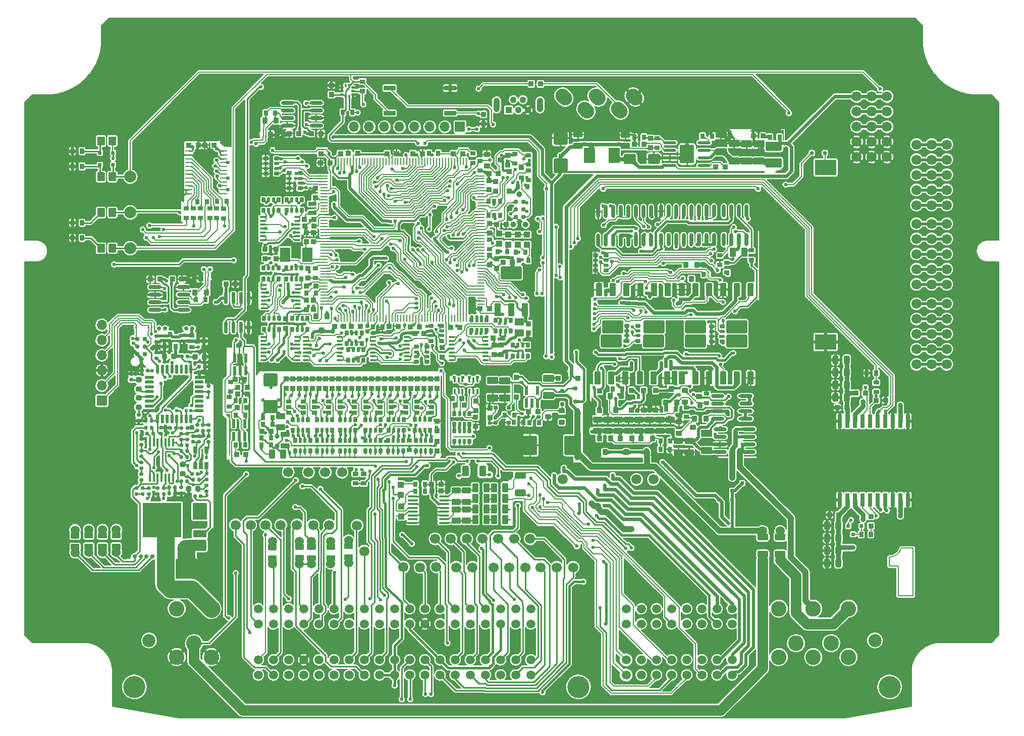
<source format=gtl>
G75*
G70*
%OFA0B0*%
%FSLAX25Y25*%
%IPPOS*%
%LPD*%
%AMOC8*
5,1,8,0,0,1.08239X$1,22.5*
%
%AMM1*
21,1,0.035430,0.030320,0.000000,0.000000,180.000000*
21,1,0.028350,0.037400,0.000000,0.000000,180.000000*
1,1,0.007090,-0.014170,0.015160*
1,1,0.007090,0.014170,0.015160*
1,1,0.007090,0.014170,-0.015160*
1,1,0.007090,-0.014170,-0.015160*
%
%AMM10*
21,1,0.033470,0.026770,0.000000,0.000000,180.000000*
21,1,0.026770,0.033470,0.000000,0.000000,180.000000*
1,1,0.006690,-0.013390,0.013390*
1,1,0.006690,0.013390,0.013390*
1,1,0.006690,0.013390,-0.013390*
1,1,0.006690,-0.013390,-0.013390*
%
%AMM100*
21,1,0.031500,0.007870,0.000000,0.000000,315.000000*
1,1,0.007870,-0.011140,0.011140*
1,1,0.007870,0.011140,-0.011140*
%
%AMM11*
21,1,0.033470,0.026770,0.000000,0.000000,270.000000*
21,1,0.026770,0.033470,0.000000,0.000000,270.000000*
1,1,0.006690,-0.013390,-0.013390*
1,1,0.006690,-0.013390,0.013390*
1,1,0.006690,0.013390,0.013390*
1,1,0.006690,0.013390,-0.013390*
%
%AMM110*
21,1,0.015750,0.009840,0.000000,0.000000,45.000000*
1,1,0.009840,-0.005570,-0.005570*
1,1,0.009840,0.005570,0.005570*
%
%AMM111*
21,1,0.035430,0.030320,0.000000,0.000000,90.000000*
21,1,0.028350,0.037400,0.000000,0.000000,90.000000*
1,1,0.007090,0.015160,0.014170*
1,1,0.007090,0.015160,-0.014170*
1,1,0.007090,-0.015160,-0.014170*
1,1,0.007090,-0.015160,0.014170*
%
%AMM112*
21,1,0.021650,0.052760,0.000000,0.000000,0.000000*
21,1,0.017320,0.057090,0.000000,0.000000,0.000000*
1,1,0.004330,0.008660,-0.026380*
1,1,0.004330,-0.008660,-0.026380*
1,1,0.004330,-0.008660,0.026380*
1,1,0.004330,0.008660,0.026380*
%
%AMM113*
21,1,0.094490,0.111020,0.000000,0.000000,180.000000*
21,1,0.075590,0.129920,0.000000,0.000000,180.000000*
1,1,0.018900,-0.037800,0.055510*
1,1,0.018900,0.037800,0.055510*
1,1,0.018900,0.037800,-0.055510*
1,1,0.018900,-0.037800,-0.055510*
%
%AMM114*
21,1,0.023620,0.018900,0.000000,0.000000,270.000000*
21,1,0.018900,0.023620,0.000000,0.000000,270.000000*
1,1,0.004720,-0.009450,-0.009450*
1,1,0.004720,-0.009450,0.009450*
1,1,0.004720,0.009450,0.009450*
1,1,0.004720,0.009450,-0.009450*
%
%AMM115*
21,1,0.035830,0.026770,0.000000,0.000000,0.000000*
21,1,0.029130,0.033470,0.000000,0.000000,0.000000*
1,1,0.006690,0.014570,-0.013390*
1,1,0.006690,-0.014570,-0.013390*
1,1,0.006690,-0.014570,0.013390*
1,1,0.006690,0.014570,0.013390*
%
%AMM116*
21,1,0.023620,0.018900,0.000000,0.000000,180.000000*
21,1,0.018900,0.023620,0.000000,0.000000,180.000000*
1,1,0.004720,-0.009450,0.009450*
1,1,0.004720,0.009450,0.009450*
1,1,0.004720,0.009450,-0.009450*
1,1,0.004720,-0.009450,-0.009450*
%
%AMM117*
21,1,0.033470,0.026770,0.000000,0.000000,90.000000*
21,1,0.026770,0.033470,0.000000,0.000000,90.000000*
1,1,0.006690,0.013390,0.013390*
1,1,0.006690,0.013390,-0.013390*
1,1,0.006690,-0.013390,-0.013390*
1,1,0.006690,-0.013390,0.013390*
%
%AMM118*
21,1,0.047240,0.015750,0.000000,0.000000,135.000000*
1,1,0.015750,0.016700,-0.016700*
1,1,0.015750,-0.016700,0.016700*
%
%AMM12*
21,1,0.122050,0.075590,0.000000,0.000000,270.000000*
21,1,0.103150,0.094490,0.000000,0.000000,270.000000*
1,1,0.018900,-0.037800,-0.051580*
1,1,0.018900,-0.037800,0.051580*
1,1,0.018900,0.037800,0.051580*
1,1,0.018900,0.037800,-0.051580*
%
%AMM126*
21,1,0.039370,0.049210,0.000000,0.000000,0.000000*
21,1,0.031500,0.057090,0.000000,0.000000,0.000000*
1,1,0.007870,0.015750,-0.024610*
1,1,0.007870,-0.015750,-0.024610*
1,1,0.007870,-0.015750,0.024610*
1,1,0.007870,0.015750,0.024610*
%
%AMM13*
21,1,0.078740,0.053540,0.000000,0.000000,180.000000*
21,1,0.065350,0.066930,0.000000,0.000000,180.000000*
1,1,0.013390,-0.032680,0.026770*
1,1,0.013390,0.032680,0.026770*
1,1,0.013390,0.032680,-0.026770*
1,1,0.013390,-0.032680,-0.026770*
%
%AMM130*
21,1,0.021650,0.052760,-0.000000,0.000000,0.000000*
21,1,0.017320,0.057090,-0.000000,0.000000,0.000000*
1,1,0.004330,0.008660,-0.026380*
1,1,0.004330,-0.008660,-0.026380*
1,1,0.004330,-0.008660,0.026380*
1,1,0.004330,0.008660,0.026380*
%
%AMM131*
21,1,0.027560,0.030710,-0.000000,0.000000,270.000000*
21,1,0.022050,0.036220,-0.000000,0.000000,270.000000*
1,1,0.005510,-0.015350,-0.011020*
1,1,0.005510,-0.015350,0.011020*
1,1,0.005510,0.015350,0.011020*
1,1,0.005510,0.015350,-0.011020*
%
%AMM132*
21,1,0.027560,0.030710,-0.000000,0.000000,0.000000*
21,1,0.022050,0.036220,-0.000000,0.000000,0.000000*
1,1,0.005510,0.011020,-0.015350*
1,1,0.005510,-0.011020,-0.015350*
1,1,0.005510,-0.011020,0.015350*
1,1,0.005510,0.011020,0.015350*
%
%AMM133*
21,1,0.033470,0.026770,-0.000000,0.000000,0.000000*
21,1,0.026770,0.033470,-0.000000,0.000000,0.000000*
1,1,0.006690,0.013390,-0.013390*
1,1,0.006690,-0.013390,-0.013390*
1,1,0.006690,-0.013390,0.013390*
1,1,0.006690,0.013390,0.013390*
%
%AMM14*
21,1,0.070870,0.036220,0.000000,0.000000,180.000000*
21,1,0.061810,0.045280,0.000000,0.000000,180.000000*
1,1,0.009060,-0.030910,0.018110*
1,1,0.009060,0.030910,0.018110*
1,1,0.009060,0.030910,-0.018110*
1,1,0.009060,-0.030910,-0.018110*
%
%AMM142*
21,1,0.035430,0.030320,-0.000000,-0.000000,0.000000*
21,1,0.028350,0.037400,-0.000000,-0.000000,0.000000*
1,1,0.007090,0.014170,-0.015160*
1,1,0.007090,-0.014170,-0.015160*
1,1,0.007090,-0.014170,0.015160*
1,1,0.007090,0.014170,0.015160*
%
%AMM143*
21,1,0.033470,0.026770,-0.000000,-0.000000,180.000000*
21,1,0.026770,0.033470,-0.000000,-0.000000,180.000000*
1,1,0.006690,-0.013390,0.013390*
1,1,0.006690,0.013390,0.013390*
1,1,0.006690,0.013390,-0.013390*
1,1,0.006690,-0.013390,-0.013390*
%
%AMM144*
21,1,0.027560,0.030710,-0.000000,-0.000000,0.000000*
21,1,0.022050,0.036220,-0.000000,-0.000000,0.000000*
1,1,0.005510,0.011020,-0.015350*
1,1,0.005510,-0.011020,-0.015350*
1,1,0.005510,-0.011020,0.015350*
1,1,0.005510,0.011020,0.015350*
%
%AMM15*
21,1,0.086610,0.073230,0.000000,0.000000,90.000000*
21,1,0.069290,0.090550,0.000000,0.000000,90.000000*
1,1,0.017320,0.036610,0.034650*
1,1,0.017320,0.036610,-0.034650*
1,1,0.017320,-0.036610,-0.034650*
1,1,0.017320,-0.036610,0.034650*
%
%AMM16*
21,1,0.027560,0.030710,0.000000,0.000000,90.000000*
21,1,0.022050,0.036220,0.000000,0.000000,90.000000*
1,1,0.005510,0.015350,0.011020*
1,1,0.005510,0.015350,-0.011020*
1,1,0.005510,-0.015350,-0.011020*
1,1,0.005510,-0.015350,0.011020*
%
%AMM166*
21,1,0.033470,0.026770,0.000000,-0.000000,180.000000*
21,1,0.026770,0.033470,0.000000,-0.000000,180.000000*
1,1,0.006690,-0.013390,0.013390*
1,1,0.006690,0.013390,0.013390*
1,1,0.006690,0.013390,-0.013390*
1,1,0.006690,-0.013390,-0.013390*
%
%AMM167*
21,1,0.025590,0.026380,0.000000,-0.000000,0.000000*
21,1,0.020470,0.031500,0.000000,-0.000000,0.000000*
1,1,0.005120,0.010240,-0.013190*
1,1,0.005120,-0.010240,-0.013190*
1,1,0.005120,-0.010240,0.013190*
1,1,0.005120,0.010240,0.013190*
%
%AMM168*
21,1,0.017720,0.027950,0.000000,-0.000000,0.000000*
21,1,0.014170,0.031500,0.000000,-0.000000,0.000000*
1,1,0.003540,0.007090,-0.013980*
1,1,0.003540,-0.007090,-0.013980*
1,1,0.003540,-0.007090,0.013980*
1,1,0.003540,0.007090,0.013980*
%
%AMM169*
21,1,0.012600,0.028980,0.000000,-0.000000,180.000000*
21,1,0.010080,0.031500,0.000000,-0.000000,180.000000*
1,1,0.002520,-0.005040,0.014490*
1,1,0.002520,0.005040,0.014490*
1,1,0.002520,0.005040,-0.014490*
1,1,0.002520,-0.005040,-0.014490*
%
%AMM170*
21,1,0.033470,0.026770,0.000000,-0.000000,90.000000*
21,1,0.026770,0.033470,0.000000,-0.000000,90.000000*
1,1,0.006690,0.013390,0.013390*
1,1,0.006690,0.013390,-0.013390*
1,1,0.006690,-0.013390,-0.013390*
1,1,0.006690,-0.013390,0.013390*
%
%AMM2*
21,1,0.033470,0.026770,0.000000,0.000000,0.000000*
21,1,0.026770,0.033470,0.000000,0.000000,0.000000*
1,1,0.006690,0.013390,-0.013390*
1,1,0.006690,-0.013390,-0.013390*
1,1,0.006690,-0.013390,0.013390*
1,1,0.006690,0.013390,0.013390*
%
%AMM27*
21,1,0.027560,0.018900,0.000000,0.000000,180.000000*
21,1,0.022840,0.023620,0.000000,0.000000,180.000000*
1,1,0.004720,-0.011420,0.009450*
1,1,0.004720,0.011420,0.009450*
1,1,0.004720,0.011420,-0.009450*
1,1,0.004720,-0.011420,-0.009450*
%
%AMM28*
21,1,0.137800,0.067720,0.000000,0.000000,0.000000*
21,1,0.120870,0.084650,0.000000,0.000000,0.000000*
1,1,0.016930,0.060430,-0.033860*
1,1,0.016930,-0.060430,-0.033860*
1,1,0.016930,-0.060430,0.033860*
1,1,0.016930,0.060430,0.033860*
%
%AMM29*
21,1,0.043310,0.075980,0.000000,0.000000,0.000000*
21,1,0.034650,0.084650,0.000000,0.000000,0.000000*
1,1,0.008660,0.017320,-0.037990*
1,1,0.008660,-0.017320,-0.037990*
1,1,0.008660,-0.017320,0.037990*
1,1,0.008660,0.017320,0.037990*
%
%AMM3*
21,1,0.027560,0.030710,0.000000,0.000000,180.000000*
21,1,0.022050,0.036220,0.000000,0.000000,180.000000*
1,1,0.005510,-0.011020,0.015350*
1,1,0.005510,0.011020,0.015350*
1,1,0.005510,0.011020,-0.015350*
1,1,0.005510,-0.011020,-0.015350*
%
%AMM30*
21,1,0.043310,0.075990,0.000000,0.000000,0.000000*
21,1,0.034650,0.084650,0.000000,0.000000,0.000000*
1,1,0.008660,0.017320,-0.037990*
1,1,0.008660,-0.017320,-0.037990*
1,1,0.008660,-0.017320,0.037990*
1,1,0.008660,0.017320,0.037990*
%
%AMM31*
21,1,0.039370,0.035430,0.000000,0.000000,270.000000*
21,1,0.031500,0.043310,0.000000,0.000000,270.000000*
1,1,0.007870,-0.017720,-0.015750*
1,1,0.007870,-0.017720,0.015750*
1,1,0.007870,0.017720,0.015750*
1,1,0.007870,0.017720,-0.015750*
%
%AMM32*
21,1,0.035430,0.030320,0.000000,0.000000,270.000000*
21,1,0.028350,0.037400,0.000000,0.000000,270.000000*
1,1,0.007090,-0.015160,-0.014170*
1,1,0.007090,-0.015160,0.014170*
1,1,0.007090,0.015160,0.014170*
1,1,0.007090,0.015160,-0.014170*
%
%AMM33*
21,1,0.023620,0.030710,0.000000,0.000000,180.000000*
21,1,0.018900,0.035430,0.000000,0.000000,180.000000*
1,1,0.004720,-0.009450,0.015350*
1,1,0.004720,0.009450,0.015350*
1,1,0.004720,0.009450,-0.015350*
1,1,0.004720,-0.009450,-0.015350*
%
%AMM34*
21,1,0.025590,0.026380,0.000000,0.000000,0.000000*
21,1,0.020470,0.031500,0.000000,0.000000,0.000000*
1,1,0.005120,0.010240,-0.013190*
1,1,0.005120,-0.010240,-0.013190*
1,1,0.005120,-0.010240,0.013190*
1,1,0.005120,0.010240,0.013190*
%
%AMM35*
21,1,0.017720,0.027950,0.000000,0.000000,0.000000*
21,1,0.014170,0.031500,0.000000,0.000000,0.000000*
1,1,0.003540,0.007090,-0.013980*
1,1,0.003540,-0.007090,-0.013980*
1,1,0.003540,-0.007090,0.013980*
1,1,0.003540,0.007090,0.013980*
%
%AMM36*
21,1,0.035830,0.026770,0.000000,0.000000,270.000000*
21,1,0.029130,0.033470,0.000000,0.000000,270.000000*
1,1,0.006690,-0.013390,-0.014570*
1,1,0.006690,-0.013390,0.014570*
1,1,0.006690,0.013390,0.014570*
1,1,0.006690,0.013390,-0.014570*
%
%AMM37*
21,1,0.025590,0.026380,0.000000,0.000000,270.000000*
21,1,0.020470,0.031500,0.000000,0.000000,270.000000*
1,1,0.005120,-0.013190,-0.010240*
1,1,0.005120,-0.013190,0.010240*
1,1,0.005120,0.013190,0.010240*
1,1,0.005120,0.013190,-0.010240*
%
%AMM38*
21,1,0.017720,0.027950,0.000000,0.000000,270.000000*
21,1,0.014170,0.031500,0.000000,0.000000,270.000000*
1,1,0.003540,-0.013980,-0.007090*
1,1,0.003540,-0.013980,0.007090*
1,1,0.003540,0.013980,0.007090*
1,1,0.003540,0.013980,-0.007090*
%
%AMM39*
21,1,0.027560,0.049610,0.000000,0.000000,270.000000*
21,1,0.022050,0.055120,0.000000,0.000000,270.000000*
1,1,0.005510,-0.024800,-0.011020*
1,1,0.005510,-0.024800,0.011020*
1,1,0.005510,0.024800,0.011020*
1,1,0.005510,0.024800,-0.011020*
%
%AMM40*
21,1,0.035830,0.026770,0.000000,0.000000,180.000000*
21,1,0.029130,0.033470,0.000000,0.000000,180.000000*
1,1,0.006690,-0.014570,0.013390*
1,1,0.006690,0.014570,0.013390*
1,1,0.006690,0.014570,-0.013390*
1,1,0.006690,-0.014570,-0.013390*
%
%AMM41*
21,1,0.007870,0.029130,0.000000,0.000000,225.000000*
21,1,0.000000,0.037010,0.000000,0.000000,225.000000*
1,1,0.007870,-0.010300,0.010300*
1,1,0.007870,-0.010300,0.010300*
1,1,0.007870,0.010300,-0.010300*
1,1,0.007870,0.010300,-0.010300*
%
%AMM42*
21,1,0.007870,0.014960,0.000000,0.000000,135.000000*
21,1,0.000000,0.022840,0.000000,0.000000,135.000000*
1,1,0.007870,0.005290,0.005290*
1,1,0.007870,0.005290,0.005290*
1,1,0.007870,-0.005290,-0.005290*
1,1,0.007870,-0.005290,-0.005290*
%
%AMM43*
21,1,0.007870,0.013780,0.000000,0.000000,45.000000*
21,1,0.000000,0.021650,0.000000,0.000000,45.000000*
1,1,0.007870,0.004870,-0.004870*
1,1,0.007870,0.004870,-0.004870*
1,1,0.007870,-0.004870,0.004870*
1,1,0.007870,-0.004870,0.004870*
%
%AMM44*
21,1,0.007870,0.039370,0.000000,0.000000,45.000000*
21,1,0.000000,0.047240,0.000000,0.000000,45.000000*
1,1,0.007870,0.013920,-0.013920*
1,1,0.007870,0.013920,-0.013920*
1,1,0.007870,-0.013920,0.013920*
1,1,0.007870,-0.013920,0.013920*
%
%AMM45*
21,1,0.007870,0.055120,0.000000,0.000000,270.000000*
21,1,0.000000,0.062990,0.000000,0.000000,270.000000*
1,1,0.007870,-0.027560,0.000000*
1,1,0.007870,-0.027560,0.000000*
1,1,0.007870,0.027560,0.000000*
1,1,0.007870,0.027560,0.000000*
%
%AMM46*
21,1,0.007870,0.023620,0.000000,0.000000,315.000000*
21,1,0.000000,0.031500,0.000000,0.000000,315.000000*
1,1,0.007870,-0.008350,-0.008350*
1,1,0.007870,-0.008350,-0.008350*
1,1,0.007870,0.008350,0.008350*
1,1,0.007870,0.008350,0.008350*
%
%AMM47*
21,1,0.007870,1.704720,0.000000,0.000000,270.000000*
21,1,0.000000,1.712600,0.000000,0.000000,270.000000*
1,1,0.007870,-0.852360,0.000000*
1,1,0.007870,-0.852360,0.000000*
1,1,0.007870,0.852360,0.000000*
1,1,0.007870,0.852360,0.000000*
%
%AMM48*
21,1,0.007870,1.405510,0.000000,0.000000,180.000000*
21,1,0.000000,1.413390,0.000000,0.000000,180.000000*
1,1,0.007870,0.000000,0.702760*
1,1,0.007870,0.000000,0.702760*
1,1,0.007870,0.000000,-0.702760*
1,1,0.007870,0.000000,-0.702760*
%
%AMM49*
21,1,0.007870,1.787400,0.000000,0.000000,270.000000*
21,1,0.000000,1.795280,0.000000,0.000000,270.000000*
1,1,0.007870,-0.893700,0.000000*
1,1,0.007870,-0.893700,0.000000*
1,1,0.007870,0.893700,0.000000*
1,1,0.007870,0.893700,0.000000*
%
%AMM50*
21,1,0.007870,1.416930,0.000000,0.000000,180.000000*
21,1,0.000000,1.424800,0.000000,0.000000,180.000000*
1,1,0.007870,0.000000,0.708470*
1,1,0.007870,0.000000,0.708470*
1,1,0.007870,0.000000,-0.708470*
1,1,0.007870,0.000000,-0.708470*
%
%AMM51*
21,1,0.009840,0.017720,0.000000,0.000000,180.000000*
21,1,0.000000,0.027560,0.000000,0.000000,180.000000*
1,1,0.009840,0.000000,0.008860*
1,1,0.009840,0.000000,0.008860*
1,1,0.009840,0.000000,-0.008860*
1,1,0.009840,0.000000,-0.008860*
%
%AMM7*
21,1,0.039370,0.049210,0.000000,0.000000,90.000000*
21,1,0.031500,0.057090,0.000000,0.000000,90.000000*
1,1,0.007870,0.024610,0.015750*
1,1,0.007870,0.024610,-0.015750*
1,1,0.007870,-0.024610,-0.015750*
1,1,0.007870,-0.024610,0.015750*
%
%AMM71*
21,1,0.035430,0.050000,0.000000,0.000000,270.000000*
21,1,0.028350,0.057090,0.000000,0.000000,270.000000*
1,1,0.007090,-0.025000,-0.014170*
1,1,0.007090,-0.025000,0.014170*
1,1,0.007090,0.025000,0.014170*
1,1,0.007090,0.025000,-0.014170*
%
%AMM72*
21,1,0.086610,0.073230,0.000000,0.000000,270.000000*
21,1,0.069290,0.090550,0.000000,0.000000,270.000000*
1,1,0.017320,-0.036610,-0.034650*
1,1,0.017320,-0.036610,0.034650*
1,1,0.017320,0.036610,0.034650*
1,1,0.017320,0.036610,-0.034650*
%
%AMM73*
21,1,0.039370,0.049210,0.000000,0.000000,180.000000*
21,1,0.031500,0.057090,0.000000,0.000000,180.000000*
1,1,0.007870,-0.015750,0.024610*
1,1,0.007870,0.015750,0.024610*
1,1,0.007870,0.015750,-0.024610*
1,1,0.007870,-0.015750,-0.024610*
%
%AMM74*
21,1,0.023620,0.030710,0.000000,0.000000,90.000000*
21,1,0.018900,0.035430,0.000000,0.000000,90.000000*
1,1,0.004720,0.015350,0.009450*
1,1,0.004720,0.015350,-0.009450*
1,1,0.004720,-0.015350,-0.009450*
1,1,0.004720,-0.015350,0.009450*
%
%AMM75*
21,1,0.027560,0.030710,0.000000,0.000000,0.000000*
21,1,0.022050,0.036220,0.000000,0.000000,0.000000*
1,1,0.005510,0.011020,-0.015350*
1,1,0.005510,-0.011020,-0.015350*
1,1,0.005510,-0.011020,0.015350*
1,1,0.005510,0.011020,0.015350*
%
%AMM76*
21,1,0.007870,0.503940,0.000000,0.000000,180.000000*
21,1,0.000000,0.511810,0.000000,0.000000,180.000000*
1,1,0.007870,0.000000,0.251970*
1,1,0.007870,0.000000,0.251970*
1,1,0.007870,0.000000,-0.251970*
1,1,0.007870,0.000000,-0.251970*
%
%AMM77*
21,1,0.009840,0.919290,0.000000,0.000000,270.000000*
21,1,0.000000,0.929130,0.000000,0.000000,270.000000*
1,1,0.009840,-0.459650,0.000000*
1,1,0.009840,-0.459650,0.000000*
1,1,0.009840,0.459650,0.000000*
1,1,0.009840,0.459650,0.000000*
%
%AMM78*
21,1,0.007870,0.041340,0.000000,0.000000,0.000000*
21,1,0.000000,0.049210,0.000000,0.000000,0.000000*
1,1,0.007870,0.000000,-0.020670*
1,1,0.007870,0.000000,-0.020670*
1,1,0.007870,0.000000,0.020670*
1,1,0.007870,0.000000,0.020670*
%
%AMM8*
21,1,0.106300,0.050390,0.000000,0.000000,0.000000*
21,1,0.093700,0.062990,0.000000,0.000000,0.000000*
1,1,0.012600,0.046850,-0.025200*
1,1,0.012600,-0.046850,-0.025200*
1,1,0.012600,-0.046850,0.025200*
1,1,0.012600,0.046850,0.025200*
%
%AMM87*
21,1,0.027560,0.030710,0.000000,0.000000,270.000000*
21,1,0.022050,0.036220,0.000000,0.000000,270.000000*
1,1,0.005510,-0.015350,-0.011020*
1,1,0.005510,-0.015350,0.011020*
1,1,0.005510,0.015350,0.011020*
1,1,0.005510,0.015350,-0.011020*
%
%AMM9*
21,1,0.074800,0.083460,0.000000,0.000000,180.000000*
21,1,0.059840,0.098430,0.000000,0.000000,180.000000*
1,1,0.014960,-0.029920,0.041730*
1,1,0.014960,0.029920,0.041730*
1,1,0.014960,0.029920,-0.041730*
1,1,0.014960,-0.029920,-0.041730*
%
%AMM90*
21,1,0.035430,0.030320,0.000000,0.000000,0.000000*
21,1,0.028350,0.037400,0.000000,0.000000,0.000000*
1,1,0.007090,0.014170,-0.015160*
1,1,0.007090,-0.014170,-0.015160*
1,1,0.007090,-0.014170,0.015160*
1,1,0.007090,0.014170,0.015160*
%
%AMM91*
21,1,0.070870,0.036220,0.000000,0.000000,0.000000*
21,1,0.061810,0.045280,0.000000,0.000000,0.000000*
1,1,0.009060,0.030910,-0.018110*
1,1,0.009060,-0.030910,-0.018110*
1,1,0.009060,-0.030910,0.018110*
1,1,0.009060,0.030910,0.018110*
%
%AMM92*
21,1,0.043310,0.075980,0.000000,0.000000,180.000000*
21,1,0.034650,0.084650,0.000000,0.000000,180.000000*
1,1,0.008660,-0.017320,0.037990*
1,1,0.008660,0.017320,0.037990*
1,1,0.008660,0.017320,-0.037990*
1,1,0.008660,-0.017320,-0.037990*
%
%AMM93*
21,1,0.043310,0.075990,0.000000,0.000000,180.000000*
21,1,0.034650,0.084650,0.000000,0.000000,180.000000*
1,1,0.008660,-0.017320,0.037990*
1,1,0.008660,0.017320,0.037990*
1,1,0.008660,0.017320,-0.037990*
1,1,0.008660,-0.017320,-0.037990*
%
%AMM94*
21,1,0.137800,0.067720,0.000000,0.000000,180.000000*
21,1,0.120870,0.084650,0.000000,0.000000,180.000000*
1,1,0.016930,-0.060430,0.033860*
1,1,0.016930,0.060430,0.033860*
1,1,0.016930,0.060430,-0.033860*
1,1,0.016930,-0.060430,-0.033860*
%
%AMM95*
21,1,0.025590,0.026380,0.000000,0.000000,90.000000*
21,1,0.020470,0.031500,0.000000,0.000000,90.000000*
1,1,0.005120,0.013190,0.010240*
1,1,0.005120,0.013190,-0.010240*
1,1,0.005120,-0.013190,-0.010240*
1,1,0.005120,-0.013190,0.010240*
%
%AMM96*
21,1,0.017720,0.027950,0.000000,0.000000,90.000000*
21,1,0.014170,0.031500,0.000000,0.000000,90.000000*
1,1,0.003540,0.013980,0.007090*
1,1,0.003540,0.013980,-0.007090*
1,1,0.003540,-0.013980,-0.007090*
1,1,0.003540,-0.013980,0.007090*
%
%AMM97*
21,1,0.035830,0.026770,0.000000,0.000000,90.000000*
21,1,0.029130,0.033470,0.000000,0.000000,90.000000*
1,1,0.006690,0.013390,0.014570*
1,1,0.006690,0.013390,-0.014570*
1,1,0.006690,-0.013390,-0.014570*
1,1,0.006690,-0.013390,0.014570*
%
%AMM98*
21,1,0.003940,0.007870,0.000000,0.000000,135.000000*
1,1,0.007870,0.001390,-0.001390*
1,1,0.007870,-0.001390,0.001390*
%
%AMM99*
21,1,0.087800,0.007870,0.000000,0.000000,45.000000*
1,1,0.007870,-0.031040,-0.031040*
1,1,0.007870,0.031040,0.031040*
%
%ADD10C,0.01969*%
%ADD100R,0.01968X0.01968*%
%ADD103R,0.03543X0.03150*%
%ADD106O,0.01969X0.00984*%
%ADD108O,0.19685X0.01575*%
%ADD111M45*%
%ADD112M27*%
%ADD114C,0.02756*%
%ADD115M116*%
%ADD116M7*%
%ADD117M37*%
%ADD118R,0.05906X0.05118*%
%ADD12O,0.05118X0.00866*%
%ADD120O,0.00787X0.03740*%
%ADD121M40*%
%ADD122O,0.04331X0.09449*%
%ADD123M43*%
%ADD125O,0.00787X0.16732*%
%ADD128O,0.00787X0.12205*%
%ADD13M33*%
%ADD130O,0.03937X0.05906*%
%ADD131C,0.02362*%
%ADD132O,0.01575X0.28347*%
%ADD133R,0.03740X0.00984*%
%ADD134C,0.05118*%
%ADD139O,0.06693X0.00787*%
%ADD14C,0.07000*%
%ADD140M114*%
%ADD141M30*%
%ADD142M51*%
%ADD144M126*%
%ADD146O,0.00787X0.22323*%
%ADD147C,0.00800*%
%ADD149M78*%
%ADD151C,0.03937*%
%ADD152O,0.06693X0.06693*%
%ADD153O,0.01968X0.00984*%
%ADD157M38*%
%ADD159M1*%
%ADD16C,0.03100*%
%ADD160C,0.14567*%
%ADD161O,0.20472X0.00787*%
%ADD163O,0.00787X0.36221*%
%ADD164M71*%
%ADD165M42*%
%ADD167M113*%
%ADD169O,0.00787X0.56693*%
%ADD173O,0.00787X0.34744*%
%ADD174O,0.08661X0.01968*%
%ADD176M90*%
%ADD178M92*%
%ADD18O,0.00984X0.40157*%
%ADD181M31*%
%ADD182R,0.05709X0.00984*%
%ADD184M15*%
%ADD185M9*%
%ADD186O,0.00787X0.01968*%
%ADD189R,0.08000X0.20000*%
%ADD190M50*%
%ADD192R,0.45000X0.30000*%
%ADD193M39*%
%ADD194O,0.02362X0.08661*%
%ADD196M91*%
%ADD197M3*%
%ADD200O,0.00984X0.01969*%
%ADD201O,0.01969X0.11811*%
%ADD202M99*%
%ADD203M72*%
%ADD204O,1.18110X0.01575*%
%ADD205M11*%
%ADD21R,0.12205X0.00984*%
%ADD210O,0.69291X0.00787*%
%ADD211O,0.03937X0.01968*%
%ADD212M14*%
%ADD214C,0.05906*%
%ADD215M2*%
%ADD216M46*%
%ADD217M32*%
%ADD220R,0.08858X0.00984*%
%ADD221M12*%
%ADD223M8*%
%ADD226O,0.38583X0.01575*%
%ADD229O,0.00787X1.01772*%
%ADD230M29*%
%ADD233O,0.03150X0.02362*%
%ADD235R,0.06693X0.09449*%
%ADD236O,0.00984X0.01968*%
%ADD239M96*%
%ADD24M112*%
%ADD241O,0.00787X0.43701*%
%ADD242M73*%
%ADD243C,0.00984*%
%ADD245C,0.06000*%
%ADD246O,0.25591X0.00787*%
%ADD247O,0.13780X0.00787*%
%ADD248O,0.00787X0.36220*%
%ADD25M100*%
%ADD250C,0.03150*%
%ADD251M110*%
%ADD252O,0.04961X0.00984*%
%ADD253C,0.01000*%
%ADD255O,0.07087X0.01378*%
%ADD256R,0.00984X1.54528*%
%ADD257O,0.54331X0.00787*%
%ADD258M13*%
%ADD26C,0.01575*%
%ADD262M44*%
%ADD264R,0.04331X0.04331*%
%ADD268C,0.08661*%
%ADD269C,0.04331*%
%ADD270O,0.01968X0.03937*%
%ADD271O,0.00984X0.40158*%
%ADD273O,1.39370X0.01575*%
%ADD274O,0.20079X0.00787*%
%ADD276O,0.00787X0.16339*%
%ADD280C,0.01968*%
%ADD281O,0.00787X0.26772*%
%ADD282O,0.00787X0.14173*%
%ADD286O,0.08661X0.02362*%
%ADD289M118*%
%ADD290O,0.00787X0.01575*%
%ADD291R,0.11614X0.00984*%
%ADD292O,0.22835X0.00984*%
%ADD294O,0.03937X0.34428*%
%ADD295R,0.03150X0.08661*%
%ADD296O,0.03937X0.34429*%
%ADD298O,0.00866X0.05118*%
%ADD299M34*%
%ADD300R,0.00800X0.06000*%
%ADD301M10*%
%ADD303M93*%
%ADD304O,0.44587X0.00787*%
%ADD305M47*%
%ADD306O,0.35433X0.01575*%
%ADD308M74*%
%ADD310M111*%
%ADD312C,0.03900*%
%ADD313M130*%
%ADD314M131*%
%ADD315M132*%
%ADD316M133*%
%ADD321R,0.02559X0.04803*%
%ADD322R,0.01772X0.05709*%
%ADD323R,0.08661X0.04724*%
%ADD324R,0.25197X0.22835*%
%ADD333M142*%
%ADD334M143*%
%ADD335M144*%
%ADD34O,0.03937X0.01969*%
%ADD357M166*%
%ADD358M167*%
%ADD359M168*%
%ADD36O,0.01968X0.11811*%
%ADD360M169*%
%ADD361M170*%
%ADD38M87*%
%ADD39M35*%
%ADD41C,0.06693*%
%ADD42O,0.04331X0.01181*%
%ADD43C,0.07874*%
%ADD44M75*%
%ADD45M98*%
%ADD47O,0.43701X0.00787*%
%ADD50R,0.06693X0.06693*%
%ADD51R,0.14173X0.10236*%
%ADD53M28*%
%ADD54M115*%
%ADD55O,1.01181X0.00787*%
%ADD57M94*%
%ADD59R,0.03150X0.03543*%
%ADD61M16*%
%ADD63O,0.00787X0.03937*%
%ADD65C,0.01181*%
%ADD66C,0.00787*%
%ADD68O,0.01575X0.28346*%
%ADD69M49*%
%ADD70O,0.01575X0.21260*%
%ADD73C,0.10236*%
%ADD74O,0.50394X0.00787*%
%ADD81M36*%
%ADD83C,0.11811*%
%ADD86M76*%
%ADD87M41*%
%ADD88M97*%
%ADD89M77*%
%ADD96M95*%
%ADD97M117*%
%ADD98M48*%
%ADD99O,0.00787X0.01969*%
X0000000Y0000000D02*
%LPD*%
G01*
D66*
X0587795Y0113386D02*
X0579921Y0113386D01*
X0577953Y0101575D02*
X0577953Y0081890D01*
X0587795Y0081890D02*
X0587795Y0113386D01*
X0577953Y0081890D02*
X0587795Y0081890D01*
X0572047Y0101575D02*
X0577953Y0101575D01*
X0572047Y0101575D02*
X0572047Y0107480D01*
X0579921Y0113386D02*
G75*
G02*
X0572047Y0107480I-007565J0001885D01*
G01*
D160*
X0572236Y0021622D03*
X0073417Y0021622D03*
X0366724Y0021622D03*
D268*
X0562591Y0052331D03*
X0083063Y0052331D03*
D73*
X0101370Y0041307D03*
X0124205Y0041307D03*
X0112787Y0050480D03*
X0101370Y0073315D03*
X0124205Y0073315D03*
D214*
X0335307Y0073315D03*
X0325307Y0073315D03*
X0315307Y0073315D03*
X0305307Y0073315D03*
X0295307Y0073315D03*
X0285307Y0073315D03*
X0275307Y0073315D03*
X0265307Y0073315D03*
X0255307Y0073315D03*
X0245307Y0073315D03*
X0235307Y0073315D03*
X0225307Y0073315D03*
X0215307Y0073315D03*
X0205307Y0073315D03*
X0195307Y0073315D03*
X0185307Y0073315D03*
X0175307Y0073315D03*
X0165307Y0073315D03*
X0155307Y0073315D03*
X0335307Y0063315D03*
X0325307Y0063315D03*
X0315307Y0063315D03*
X0305307Y0063315D03*
X0295307Y0063315D03*
X0285307Y0063315D03*
X0275307Y0063315D03*
X0265307Y0063315D03*
X0255307Y0063315D03*
X0245307Y0063315D03*
X0235307Y0063315D03*
X0225307Y0063315D03*
X0215307Y0063315D03*
X0205307Y0063315D03*
X0195307Y0063315D03*
X0185307Y0063315D03*
X0175307Y0063315D03*
X0165307Y0063315D03*
X0155307Y0063315D03*
X0335307Y0039496D03*
X0325307Y0039496D03*
X0315307Y0039496D03*
X0305307Y0039496D03*
X0295307Y0039496D03*
X0285307Y0039496D03*
X0275307Y0039496D03*
X0265307Y0039496D03*
X0255307Y0039496D03*
X0245307Y0039496D03*
X0235307Y0039496D03*
X0225307Y0039496D03*
X0215307Y0039496D03*
X0205307Y0039496D03*
X0195307Y0039496D03*
X0185307Y0039496D03*
X0175307Y0039496D03*
X0165307Y0039496D03*
X0155307Y0039496D03*
X0335307Y0029496D03*
X0325307Y0029496D03*
X0315307Y0029496D03*
X0305307Y0029496D03*
X0295307Y0029496D03*
X0285307Y0029496D03*
X0275307Y0029496D03*
X0265307Y0029496D03*
X0255307Y0029496D03*
X0245307Y0029496D03*
X0235307Y0029496D03*
X0225307Y0029496D03*
X0215307Y0029496D03*
X0205307Y0029496D03*
X0195307Y0029496D03*
X0185307Y0029496D03*
X0175307Y0029496D03*
X0165307Y0029496D03*
X0155307Y0029496D03*
X0398181Y0029496D03*
X0408181Y0029496D03*
X0418181Y0029496D03*
X0428181Y0029496D03*
X0438181Y0029496D03*
X0448181Y0029496D03*
X0458181Y0029496D03*
X0468181Y0029496D03*
X0398181Y0039496D03*
X0408181Y0039496D03*
X0418181Y0039496D03*
X0428181Y0039496D03*
X0438181Y0039496D03*
X0448181Y0039496D03*
X0458181Y0039496D03*
X0468181Y0039496D03*
X0398181Y0063315D03*
X0408181Y0063315D03*
X0418181Y0063315D03*
X0428181Y0063315D03*
X0438181Y0063315D03*
X0448181Y0063315D03*
X0458181Y0063315D03*
X0468181Y0063315D03*
X0398181Y0073315D03*
X0408181Y0073315D03*
X0418181Y0073315D03*
X0428181Y0073315D03*
X0438181Y0073315D03*
X0448181Y0073315D03*
X0458181Y0073315D03*
X0468181Y0073315D03*
D73*
X0499008Y0041307D03*
X0521843Y0041307D03*
X0545071Y0041307D03*
X0510425Y0050480D03*
X0533654Y0050480D03*
X0499008Y0073315D03*
X0521843Y0073315D03*
X0545071Y0073315D03*
G36*
G01*
X0297805Y0234828D02*
X0297805Y0233057D01*
G75*
G02*
X0297313Y0232564I-000492J0000000D01*
G01*
X0297313Y0232564D01*
G75*
G02*
X0296821Y0233057I0000000J0000492D01*
G01*
X0296821Y0234828D01*
G75*
G02*
X0297313Y0235320I0000492J0000000D01*
G01*
X0297313Y0235320D01*
G75*
G02*
X0297805Y0234828I0000000J-000492D01*
G01*
G37*
G36*
G01*
X0329854Y0375333D02*
X0327070Y0378117D01*
G75*
G02*
X0327070Y0378674I0000278J0000278D01*
G01*
X0327070Y0378674D01*
G75*
G02*
X0327627Y0378674I0000278J-000278D01*
G01*
X0330411Y0375890D01*
G75*
G02*
X0330411Y0375333I-000278J-000278D01*
G01*
X0330411Y0375333D01*
G75*
G02*
X0329854Y0375333I-000278J0000278D01*
G01*
G37*
G36*
G01*
X0157136Y0233352D02*
X0335876Y0233352D01*
G75*
G02*
X0336270Y0232958I0000000J-000394D01*
G01*
X0336270Y0232958D01*
G75*
G02*
X0335876Y0232564I-000394J0000000D01*
G01*
X0157136Y0232564D01*
G75*
G02*
X0156742Y0232958I0000000J0000394D01*
G01*
X0156742Y0232958D01*
G75*
G02*
X0157136Y0233352I0000394J0000000D01*
G01*
G37*
G36*
G01*
X0337126Y0233750D02*
X0336068Y0232692D01*
G75*
G02*
X0335512Y0232692I-000278J0000278D01*
G01*
X0335512Y0232692D01*
G75*
G02*
X0335512Y0233249I0000278J0000278D01*
G01*
X0336569Y0234307D01*
G75*
G02*
X0337126Y0234307I0000278J-000278D01*
G01*
X0337126Y0234307D01*
G75*
G02*
X0337126Y0233750I-000278J-000278D01*
G01*
G37*
G36*
G01*
X0330266Y0375970D02*
X0335778Y0375970D01*
G75*
G02*
X0336171Y0375576I0000000J-000394D01*
G01*
X0336171Y0375576D01*
G75*
G02*
X0335778Y0375183I-000394J0000000D01*
G01*
X0330266Y0375183D01*
G75*
G02*
X0329872Y0375576I0000000J0000394D01*
G01*
X0329872Y0375576D01*
G75*
G02*
X0330266Y0375970I0000394J0000000D01*
G01*
G37*
G36*
G01*
X0154803Y0377026D02*
X0156474Y0378696D01*
G75*
G02*
X0157031Y0378696I0000278J-000278D01*
G01*
X0157031Y0378696D01*
G75*
G02*
X0157031Y0378139I-000278J-000278D01*
G01*
X0155360Y0376469D01*
G75*
G02*
X0154803Y0376469I-000278J0000278D01*
G01*
X0154803Y0376469D01*
G75*
G02*
X0154803Y0377026I0000278J0000278D01*
G01*
G37*
G36*
G01*
X0155351Y0235300D02*
X0157411Y0233240D01*
G75*
G02*
X0157411Y0232683I-000278J-000278D01*
G01*
X0157411Y0232683D01*
G75*
G02*
X0156854Y0232683I-000278J0000278D01*
G01*
X0154794Y0234743D01*
G75*
G02*
X0154794Y0235300I0000278J0000278D01*
G01*
X0154794Y0235300D01*
G75*
G02*
X0155351Y0235300I0000278J-000278D01*
G01*
G37*
G36*
G01*
X0337254Y0374592D02*
X0337254Y0234041D01*
G75*
G02*
X0336860Y0233647I-000394J0000000D01*
G01*
X0336860Y0233647D01*
G75*
G02*
X0336467Y0234041I0000000J0000394D01*
G01*
X0336467Y0374592D01*
G75*
G02*
X0336860Y0374986I0000394J0000000D01*
G01*
X0336860Y0374986D01*
G75*
G02*
X0337254Y0374592I0000000J-000394D01*
G01*
G37*
G36*
G01*
X0156803Y0378824D02*
X0327275Y0378824D01*
G75*
G02*
X0327669Y0378431I0000000J-000394D01*
G01*
X0327669Y0378431D01*
G75*
G02*
X0327275Y0378037I-000394J0000000D01*
G01*
X0156803Y0378037D01*
G75*
G02*
X0156409Y0378431I0000000J0000394D01*
G01*
X0156409Y0378431D01*
G75*
G02*
X0156803Y0378824I0000394J0000000D01*
G01*
G37*
G36*
G01*
X0336577Y0374319D02*
X0335603Y0375293D01*
G75*
G02*
X0335603Y0375850I0000278J0000278D01*
G01*
X0335603Y0375850D01*
G75*
G02*
X0336159Y0375850I0000278J-000278D01*
G01*
X0337134Y0374875D01*
G75*
G02*
X0337134Y0374319I-000278J-000278D01*
G01*
X0337134Y0374319D01*
G75*
G02*
X0336577Y0374319I-000278J0000278D01*
G01*
G37*
G36*
G01*
X0155463Y0376726D02*
X0155463Y0235033D01*
G75*
G02*
X0155069Y0234640I-000394J0000000D01*
G01*
X0155069Y0234640D01*
G75*
G02*
X0154675Y0235033I0000000J0000394D01*
G01*
X0154675Y0376726D01*
G75*
G02*
X0155069Y0377120I0000394J0000000D01*
G01*
X0155069Y0377120D01*
G75*
G02*
X0155463Y0376726I0000000J-000394D01*
G01*
G37*
G36*
G01*
X0134429Y0255315D02*
X0133248Y0255315D01*
G75*
G02*
X0132657Y0255906I0000000J0000591D01*
G01*
X0132657Y0262402D01*
G75*
G02*
X0133248Y0262992I0000591J0000000D01*
G01*
X0134429Y0262992D01*
G75*
G02*
X0135020Y0262402I0000000J-000591D01*
G01*
X0135020Y0255906D01*
G75*
G02*
X0134429Y0255315I-000591J0000000D01*
G01*
G37*
G36*
G01*
X0139429Y0255315D02*
X0138248Y0255315D01*
G75*
G02*
X0137657Y0255906I0000000J0000591D01*
G01*
X0137657Y0262402D01*
G75*
G02*
X0138248Y0262992I0000591J0000000D01*
G01*
X0139429Y0262992D01*
G75*
G02*
X0140020Y0262402I0000000J-000591D01*
G01*
X0140020Y0255906D01*
G75*
G02*
X0139429Y0255315I-000591J0000000D01*
G01*
G37*
G36*
G01*
X0144429Y0255315D02*
X0143248Y0255315D01*
G75*
G02*
X0142657Y0255906I0000000J0000591D01*
G01*
X0142657Y0262402D01*
G75*
G02*
X0143248Y0262992I0000591J0000000D01*
G01*
X0144429Y0262992D01*
G75*
G02*
X0145020Y0262402I0000000J-000591D01*
G01*
X0145020Y0255906D01*
G75*
G02*
X0144429Y0255315I-000591J0000000D01*
G01*
G37*
G36*
G01*
X0149429Y0255315D02*
X0148248Y0255315D01*
G75*
G02*
X0147657Y0255906I0000000J0000591D01*
G01*
X0147657Y0262402D01*
G75*
G02*
X0148248Y0262992I0000591J0000000D01*
G01*
X0149429Y0262992D01*
G75*
G02*
X0150020Y0262402I0000000J-000591D01*
G01*
X0150020Y0255906D01*
G75*
G02*
X0149429Y0255315I-000591J0000000D01*
G01*
G37*
G36*
G01*
X0149429Y0274803D02*
X0148248Y0274803D01*
G75*
G02*
X0147657Y0275394I0000000J0000591D01*
G01*
X0147657Y0281890D01*
G75*
G02*
X0148248Y0282480I0000591J0000000D01*
G01*
X0149429Y0282480D01*
G75*
G02*
X0150020Y0281890I0000000J-000591D01*
G01*
X0150020Y0275394D01*
G75*
G02*
X0149429Y0274803I-000591J0000000D01*
G01*
G37*
G36*
G01*
X0144429Y0274803D02*
X0143248Y0274803D01*
G75*
G02*
X0142657Y0275394I0000000J0000591D01*
G01*
X0142657Y0281890D01*
G75*
G02*
X0143248Y0282480I0000591J0000000D01*
G01*
X0144429Y0282480D01*
G75*
G02*
X0145020Y0281890I0000000J-000591D01*
G01*
X0145020Y0275394D01*
G75*
G02*
X0144429Y0274803I-000591J0000000D01*
G01*
G37*
G36*
G01*
X0139429Y0274803D02*
X0138248Y0274803D01*
G75*
G02*
X0137657Y0275394I0000000J0000591D01*
G01*
X0137657Y0281890D01*
G75*
G02*
X0138248Y0282480I0000591J0000000D01*
G01*
X0139429Y0282480D01*
G75*
G02*
X0140020Y0281890I0000000J-000591D01*
G01*
X0140020Y0275394D01*
G75*
G02*
X0139429Y0274803I-000591J0000000D01*
G01*
G37*
G36*
G01*
X0134429Y0274803D02*
X0133248Y0274803D01*
G75*
G02*
X0132657Y0275394I0000000J0000591D01*
G01*
X0132657Y0281890D01*
G75*
G02*
X0133248Y0282480I0000591J0000000D01*
G01*
X0134429Y0282480D01*
G75*
G02*
X0135020Y0281890I0000000J-000591D01*
G01*
X0135020Y0275394D01*
G75*
G02*
X0134429Y0274803I-000591J0000000D01*
G01*
G37*
D41*
X0175000Y0163583D03*
G36*
G01*
X0564764Y0230571D02*
X0564764Y0227500D01*
G75*
G02*
X0564488Y0227224I-000276J0000000D01*
G01*
X0562283Y0227224D01*
G75*
G02*
X0562008Y0227500I0000000J0000276D01*
G01*
X0562008Y0230571D01*
G75*
G02*
X0562283Y0230846I0000276J0000000D01*
G01*
X0564488Y0230846D01*
G75*
G02*
X0564764Y0230571I0000000J-000276D01*
G01*
G37*
G36*
G01*
X0558465Y0230571D02*
X0558465Y0227500D01*
G75*
G02*
X0558189Y0227224I-000276J0000000D01*
G01*
X0555984Y0227224D01*
G75*
G02*
X0555709Y0227500I0000000J0000276D01*
G01*
X0555709Y0230571D01*
G75*
G02*
X0555984Y0230846I0000276J0000000D01*
G01*
X0558189Y0230846D01*
G75*
G02*
X0558465Y0230571I0000000J-000276D01*
G01*
G37*
G36*
G01*
X0202205Y0420925D02*
X0204882Y0420925D01*
G75*
G02*
X0205217Y0420591I0000000J-000335D01*
G01*
X0205217Y0417913D01*
G75*
G02*
X0204882Y0417579I-000335J0000000D01*
G01*
X0202205Y0417579D01*
G75*
G02*
X0201870Y0417913I0000000J0000335D01*
G01*
X0201870Y0420591D01*
G75*
G02*
X0202205Y0420925I0000335J0000000D01*
G01*
G37*
G36*
G01*
X0202205Y0414705D02*
X0204882Y0414705D01*
G75*
G02*
X0205217Y0414370I0000000J-000335D01*
G01*
X0205217Y0411693D01*
G75*
G02*
X0204882Y0411358I-000335J0000000D01*
G01*
X0202205Y0411358D01*
G75*
G02*
X0201870Y0411693I0000000J0000335D01*
G01*
X0201870Y0414370D01*
G75*
G02*
X0202205Y0414705I0000335J0000000D01*
G01*
G37*
G36*
G01*
X0305276Y0392067D02*
X0302598Y0392067D01*
G75*
G02*
X0302264Y0392402I0000000J0000335D01*
G01*
X0302264Y0395079D01*
G75*
G02*
X0302598Y0395413I0000335J0000000D01*
G01*
X0305276Y0395413D01*
G75*
G02*
X0305610Y0395079I0000000J-000335D01*
G01*
X0305610Y0392402D01*
G75*
G02*
X0305276Y0392067I-000335J0000000D01*
G01*
G37*
G36*
G01*
X0305276Y0398287D02*
X0302598Y0398287D01*
G75*
G02*
X0302264Y0398622I0000000J0000335D01*
G01*
X0302264Y0401299D01*
G75*
G02*
X0302598Y0401634I0000335J0000000D01*
G01*
X0305276Y0401634D01*
G75*
G02*
X0305610Y0401299I0000000J-000335D01*
G01*
X0305610Y0398622D01*
G75*
G02*
X0305276Y0398287I-000335J0000000D01*
G01*
G37*
X0590000Y0287598D03*
X0590000Y0297598D03*
X0590000Y0307598D03*
X0590000Y0317598D03*
X0590000Y0327598D03*
X0600000Y0287598D03*
X0600000Y0297598D03*
X0600000Y0307598D03*
X0600000Y0317598D03*
X0600000Y0327598D03*
X0610000Y0287598D03*
X0610000Y0297598D03*
X0610000Y0307598D03*
X0610000Y0317598D03*
X0610000Y0327598D03*
D106*
X0198967Y0383983D03*
D226*
X0180758Y0383983D03*
D47*
X0178002Y0409967D03*
D281*
X0199656Y0396827D03*
D146*
X0156447Y0399190D03*
D200*
X0158219Y0384180D03*
X0160187Y0384180D03*
D131*
X0185974Y0388314D03*
X0182530Y0390381D03*
X0187156Y0393333D03*
X0186860Y0407310D03*
D41*
X0225197Y0111319D03*
G36*
G01*
X0105561Y0381139D02*
X0105561Y0381139D01*
G75*
G02*
X0105561Y0381835I0000348J0000348D01*
G01*
X0106675Y0382949D01*
G75*
G02*
X0107371Y0382949I0000348J-000348D01*
G01*
X0107371Y0382949D01*
G75*
G02*
X0107371Y0382253I-000348J-000348D01*
G01*
X0106257Y0381139D01*
G75*
G02*
X0105561Y0381139I-000348J0000348D01*
G01*
G37*
D292*
X0118129Y0382635D03*
D18*
X0105876Y0361965D03*
D290*
X0135895Y0329979D03*
X0132903Y0329979D03*
X0128277Y0329979D03*
X0123651Y0329979D03*
X0120344Y0329979D03*
X0117391Y0329979D03*
X0112765Y0329979D03*
X0108139Y0329979D03*
D131*
X0127982Y0369741D03*
X0135206Y0368068D03*
X0127135Y0365902D03*
X0127982Y0362458D03*
X0128277Y0359111D03*
X0135206Y0357831D03*
X0130049Y0352713D03*
X0135206Y0350154D03*
X0111879Y0378402D03*
X0127923Y0377221D03*
G36*
G01*
X0276624Y0226738D02*
X0276624Y0176344D01*
G75*
G02*
X0276230Y0175950I-000394J0000000D01*
G01*
X0276230Y0175950D01*
G75*
G02*
X0275837Y0176344I0000000J0000394D01*
G01*
X0275837Y0226738D01*
G75*
G02*
X0276230Y0227131I0000394J0000000D01*
G01*
X0276230Y0227131D01*
G75*
G02*
X0276624Y0226738I0000000J-000394D01*
G01*
G37*
G36*
G01*
X0269616Y0180498D02*
X0177687Y0180498D01*
G75*
G02*
X0177195Y0180990I0000000J0000492D01*
G01*
X0177195Y0180990D01*
G75*
G02*
X0177687Y0181482I0000492J0000000D01*
G01*
X0269616Y0181482D01*
G75*
G02*
X0270108Y0180990I0000000J-000492D01*
G01*
X0270108Y0180990D01*
G75*
G02*
X0269616Y0180498I-000492J0000000D01*
G01*
G37*
G36*
G01*
X0177785Y0173903D02*
X0269715Y0173903D01*
G75*
G02*
X0270207Y0173411I0000000J-000492D01*
G01*
X0270207Y0173411D01*
G75*
G02*
X0269715Y0172919I-000492J0000000D01*
G01*
X0177785Y0172919D01*
G75*
G02*
X0177293Y0173411I0000000J0000492D01*
G01*
X0177293Y0173411D01*
G75*
G02*
X0177785Y0173903I0000492J0000000D01*
G01*
G37*
G36*
G01*
X0179163Y0175084D02*
X0179163Y0179218D01*
G75*
G02*
X0179557Y0179612I0000394J0000000D01*
G01*
X0179557Y0179612D01*
G75*
G02*
X0179951Y0179218I0000000J-000394D01*
G01*
X0179951Y0175084D01*
G75*
G02*
X0179557Y0174691I-000394J0000000D01*
G01*
X0179557Y0174691D01*
G75*
G02*
X0179163Y0175084I0000000J0000394D01*
G01*
G37*
G36*
G01*
X0182608Y0175084D02*
X0182608Y0179218D01*
G75*
G02*
X0183002Y0179612I0000394J0000000D01*
G01*
X0183002Y0179612D01*
G75*
G02*
X0183396Y0179218I0000000J-000394D01*
G01*
X0183396Y0175084D01*
G75*
G02*
X0183002Y0174691I-000394J0000000D01*
G01*
X0183002Y0174691D01*
G75*
G02*
X0182608Y0175084I0000000J0000394D01*
G01*
G37*
G36*
G01*
X0185758Y0175084D02*
X0185758Y0179218D01*
G75*
G02*
X0186152Y0179612I0000394J0000000D01*
G01*
X0186152Y0179612D01*
G75*
G02*
X0186545Y0179218I0000000J-000394D01*
G01*
X0186545Y0175084D01*
G75*
G02*
X0186152Y0174690I-000394J0000000D01*
G01*
X0186152Y0174690D01*
G75*
G02*
X0185758Y0175084I0000000J0000394D01*
G01*
G37*
G36*
G01*
X0189203Y0175084D02*
X0189203Y0179218D01*
G75*
G02*
X0189597Y0179612I0000394J0000000D01*
G01*
X0189597Y0179612D01*
G75*
G02*
X0189990Y0179218I0000000J-000394D01*
G01*
X0189990Y0175084D01*
G75*
G02*
X0189597Y0174690I-000394J0000000D01*
G01*
X0189597Y0174690D01*
G75*
G02*
X0189203Y0175084I0000000J0000394D01*
G01*
G37*
G36*
G01*
X0193632Y0175084D02*
X0193632Y0179218D01*
G75*
G02*
X0194026Y0179612I0000394J0000000D01*
G01*
X0194026Y0179612D01*
G75*
G02*
X0194419Y0179218I0000000J-000394D01*
G01*
X0194419Y0175084D01*
G75*
G02*
X0194026Y0174690I-000394J0000000D01*
G01*
X0194026Y0174690D01*
G75*
G02*
X0193632Y0175084I0000000J0000394D01*
G01*
G37*
G36*
G01*
X0197077Y0175084D02*
X0197077Y0179218D01*
G75*
G02*
X0197470Y0179612I0000394J0000000D01*
G01*
X0197470Y0179612D01*
G75*
G02*
X0197864Y0179218I0000000J-000394D01*
G01*
X0197864Y0175084D01*
G75*
G02*
X0197470Y0174690I-000394J0000000D01*
G01*
X0197470Y0174690D01*
G75*
G02*
X0197077Y0175084I0000000J0000394D01*
G01*
G37*
G36*
G01*
X0200226Y0175084D02*
X0200226Y0179218D01*
G75*
G02*
X0200620Y0179612I0000394J0000000D01*
G01*
X0200620Y0179612D01*
G75*
G02*
X0201014Y0179218I0000000J-000394D01*
G01*
X0201014Y0175084D01*
G75*
G02*
X0200620Y0174690I-000394J0000000D01*
G01*
X0200620Y0174690D01*
G75*
G02*
X0200226Y0175084I0000000J0000394D01*
G01*
G37*
G36*
G01*
X0203671Y0175084D02*
X0203671Y0179218D01*
G75*
G02*
X0204065Y0179612I0000394J0000000D01*
G01*
X0204065Y0179612D01*
G75*
G02*
X0204459Y0179218I0000000J-000394D01*
G01*
X0204459Y0175084D01*
G75*
G02*
X0204065Y0174690I-000394J0000000D01*
G01*
X0204065Y0174690D01*
G75*
G02*
X0203671Y0175084I0000000J0000394D01*
G01*
G37*
G36*
G01*
X0208691Y0175084D02*
X0208691Y0179218D01*
G75*
G02*
X0209085Y0179612I0000394J0000000D01*
G01*
X0209085Y0179612D01*
G75*
G02*
X0209478Y0179218I0000000J-000394D01*
G01*
X0209478Y0175084D01*
G75*
G02*
X0209085Y0174690I-000394J0000000D01*
G01*
X0209085Y0174690D01*
G75*
G02*
X0208691Y0175084I0000000J0000394D01*
G01*
G37*
G36*
G01*
X0212136Y0175084D02*
X0212136Y0179218D01*
G75*
G02*
X0212530Y0179612I0000394J0000000D01*
G01*
X0212530Y0179612D01*
G75*
G02*
X0212923Y0179218I0000000J-000394D01*
G01*
X0212923Y0175084D01*
G75*
G02*
X0212530Y0174690I-000394J0000000D01*
G01*
X0212530Y0174690D01*
G75*
G02*
X0212136Y0175084I0000000J0000394D01*
G01*
G37*
G36*
G01*
X0215285Y0175084D02*
X0215285Y0179218D01*
G75*
G02*
X0215679Y0179612I0000394J0000000D01*
G01*
X0215679Y0179612D01*
G75*
G02*
X0216073Y0179218I0000000J-000394D01*
G01*
X0216073Y0175084D01*
G75*
G02*
X0215679Y0174690I-000394J0000000D01*
G01*
X0215679Y0174690D01*
G75*
G02*
X0215285Y0175084I0000000J0000394D01*
G01*
G37*
G36*
G01*
X0218730Y0175084D02*
X0218730Y0179218D01*
G75*
G02*
X0219124Y0179612I0000394J0000000D01*
G01*
X0219124Y0179612D01*
G75*
G02*
X0219518Y0179218I0000000J-000394D01*
G01*
X0219518Y0175084D01*
G75*
G02*
X0219124Y0174690I-000394J0000000D01*
G01*
X0219124Y0174690D01*
G75*
G02*
X0218730Y0175084I0000000J0000394D01*
G01*
G37*
G36*
G01*
X0225522Y0175084D02*
X0225522Y0179218D01*
G75*
G02*
X0225915Y0179612I0000394J0000000D01*
G01*
X0225915Y0179612D01*
G75*
G02*
X0226309Y0179218I0000000J-000394D01*
G01*
X0226309Y0175084D01*
G75*
G02*
X0225915Y0174690I-000394J0000000D01*
G01*
X0225915Y0174690D01*
G75*
G02*
X0225522Y0175084I0000000J0000394D01*
G01*
G37*
G36*
G01*
X0228967Y0175084D02*
X0228967Y0179218D01*
G75*
G02*
X0229360Y0179612I0000394J0000000D01*
G01*
X0229360Y0179612D01*
G75*
G02*
X0229754Y0179218I0000000J-000394D01*
G01*
X0229754Y0175084D01*
G75*
G02*
X0229360Y0174690I-000394J0000000D01*
G01*
X0229360Y0174690D01*
G75*
G02*
X0228967Y0175084I0000000J0000394D01*
G01*
G37*
G36*
G01*
X0232116Y0175084D02*
X0232116Y0179218D01*
G75*
G02*
X0232510Y0179612I0000394J0000000D01*
G01*
X0232510Y0179612D01*
G75*
G02*
X0232904Y0179218I0000000J-000394D01*
G01*
X0232904Y0175084D01*
G75*
G02*
X0232510Y0174690I-000394J0000000D01*
G01*
X0232510Y0174690D01*
G75*
G02*
X0232116Y0175084I0000000J0000394D01*
G01*
G37*
G36*
G01*
X0235561Y0175084D02*
X0235561Y0179218D01*
G75*
G02*
X0235955Y0179612I0000394J0000000D01*
G01*
X0235955Y0179612D01*
G75*
G02*
X0236348Y0179218I0000000J-000394D01*
G01*
X0236348Y0175084D01*
G75*
G02*
X0235955Y0174690I-000394J0000000D01*
G01*
X0235955Y0174690D01*
G75*
G02*
X0235561Y0175084I0000000J0000394D01*
G01*
G37*
G36*
G01*
X0240482Y0175084D02*
X0240482Y0179218D01*
G75*
G02*
X0240876Y0179612I0000394J0000000D01*
G01*
X0240876Y0179612D01*
G75*
G02*
X0241270Y0179218I0000000J-000394D01*
G01*
X0241270Y0175084D01*
G75*
G02*
X0240876Y0174690I-000394J0000000D01*
G01*
X0240876Y0174690D01*
G75*
G02*
X0240482Y0175084I0000000J0000394D01*
G01*
G37*
G36*
G01*
X0243927Y0175084D02*
X0243927Y0179218D01*
G75*
G02*
X0244321Y0179612I0000394J0000000D01*
G01*
X0244321Y0179612D01*
G75*
G02*
X0244715Y0179218I0000000J-000394D01*
G01*
X0244715Y0175084D01*
G75*
G02*
X0244321Y0174690I-000394J0000000D01*
G01*
X0244321Y0174690D01*
G75*
G02*
X0243927Y0175084I0000000J0000394D01*
G01*
G37*
G36*
G01*
X0247077Y0175084D02*
X0247077Y0179218D01*
G75*
G02*
X0247470Y0179612I0000394J0000000D01*
G01*
X0247470Y0179612D01*
G75*
G02*
X0247864Y0179218I0000000J-000394D01*
G01*
X0247864Y0175084D01*
G75*
G02*
X0247470Y0174690I-000394J0000000D01*
G01*
X0247470Y0174690D01*
G75*
G02*
X0247077Y0175084I0000000J0000394D01*
G01*
G37*
G36*
G01*
X0250522Y0175084D02*
X0250522Y0179218D01*
G75*
G02*
X0250915Y0179612I0000394J0000000D01*
G01*
X0250915Y0179612D01*
G75*
G02*
X0251309Y0179218I0000000J-000394D01*
G01*
X0251309Y0175084D01*
G75*
G02*
X0250915Y0174690I-000394J0000000D01*
G01*
X0250915Y0174690D01*
G75*
G02*
X0250522Y0175084I0000000J0000394D01*
G01*
G37*
G36*
G01*
X0258711Y0175084D02*
X0258711Y0179218D01*
G75*
G02*
X0259104Y0179612I0000394J0000000D01*
G01*
X0259104Y0179612D01*
G75*
G02*
X0259498Y0179218I0000000J-000394D01*
G01*
X0259498Y0175084D01*
G75*
G02*
X0259104Y0174690I-000394J0000000D01*
G01*
X0259104Y0174690D01*
G75*
G02*
X0258711Y0175084I0000000J0000394D01*
G01*
G37*
G36*
G01*
X0262156Y0175084D02*
X0262156Y0179218D01*
G75*
G02*
X0262549Y0179612I0000394J0000000D01*
G01*
X0262549Y0179612D01*
G75*
G02*
X0262943Y0179218I0000000J-000394D01*
G01*
X0262943Y0175084D01*
G75*
G02*
X0262549Y0174690I-000394J0000000D01*
G01*
X0262549Y0174690D01*
G75*
G02*
X0262156Y0175084I0000000J0000394D01*
G01*
G37*
G36*
G01*
X0265305Y0175084D02*
X0265305Y0179218D01*
G75*
G02*
X0265699Y0179612I0000394J0000000D01*
G01*
X0265699Y0179612D01*
G75*
G02*
X0266093Y0179218I0000000J-000394D01*
G01*
X0266093Y0175084D01*
G75*
G02*
X0265699Y0174690I-000394J0000000D01*
G01*
X0265699Y0174690D01*
G75*
G02*
X0265305Y0175084I0000000J0000394D01*
G01*
G37*
G36*
G01*
X0268750Y0175084D02*
X0268750Y0179218D01*
G75*
G02*
X0269144Y0179612I0000394J0000000D01*
G01*
X0269144Y0179612D01*
G75*
G02*
X0269537Y0179218I0000000J-000394D01*
G01*
X0269537Y0175084D01*
G75*
G02*
X0269144Y0174690I-000394J0000000D01*
G01*
X0269144Y0174690D01*
G75*
G02*
X0268750Y0175084I0000000J0000394D01*
G01*
G37*
G36*
G01*
X0482325Y0342194D02*
X0482325Y0342194D01*
G75*
G02*
X0482882Y0342194I0000278J-000278D01*
G01*
X0485109Y0339967D01*
G75*
G02*
X0485109Y0339410I-000278J-000278D01*
G01*
X0485109Y0339410D01*
G75*
G02*
X0484552Y0339410I-000278J0000278D01*
G01*
X0482325Y0341637D01*
G75*
G02*
X0482325Y0342194I0000278J0000278D01*
G01*
G37*
G36*
G01*
X0375396Y0335370D02*
X0375396Y0335370D01*
G75*
G02*
X0375396Y0335927I0000278J0000278D01*
G01*
X0381604Y0342135D01*
G75*
G02*
X0382160Y0342135I0000278J-000278D01*
G01*
X0382160Y0342135D01*
G75*
G02*
X0382160Y0341578I-000278J-000278D01*
G01*
X0375952Y0335370D01*
G75*
G02*
X0375396Y0335370I-000278J0000278D01*
G01*
G37*
D276*
X0484849Y0331825D03*
D282*
X0375000Y0181250D03*
D139*
X0378543Y0174065D03*
D125*
X0375591Y0202156D03*
D169*
X0375597Y0307355D03*
D55*
X0432185Y0341919D03*
D173*
X0375597Y0239015D03*
D229*
X0484842Y0226270D03*
G36*
G01*
X0375137Y0173936D02*
X0374858Y0174214D01*
G75*
G02*
X0374858Y0174771I0000278J0000278D01*
G01*
X0374858Y0174771D01*
G75*
G02*
X0375415Y0174771I0000278J-000278D01*
G01*
X0375693Y0174492D01*
G75*
G02*
X0375693Y0173936I-000278J-000278D01*
G01*
X0375693Y0173936D01*
G75*
G02*
X0375137Y0173936I-000278J0000278D01*
G01*
G37*
D304*
X0437402Y0174301D03*
D130*
X0473356Y0176580D03*
X0468412Y0176580D03*
X0411817Y0176580D03*
D233*
X0376167Y0190345D03*
D41*
X0199508Y0163484D03*
X0160138Y0128642D03*
X0313780Y0119488D03*
G36*
G01*
X0056346Y0356319D02*
X0056346Y0361201D01*
G75*
G02*
X0056858Y0361713I0000512J0000000D01*
G01*
X0060953Y0361713D01*
G75*
G02*
X0061465Y0361201I0000000J-000512D01*
G01*
X0061465Y0356319D01*
G75*
G02*
X0060953Y0355807I-000512J0000000D01*
G01*
X0056858Y0355807D01*
G75*
G02*
X0056346Y0356319I0000000J0000512D01*
G01*
G37*
G36*
G01*
X0048866Y0356319D02*
X0048866Y0361201D01*
G75*
G02*
X0049378Y0361713I0000512J0000000D01*
G01*
X0053472Y0361713D01*
G75*
G02*
X0053984Y0361201I0000000J-000512D01*
G01*
X0053984Y0356319D01*
G75*
G02*
X0053472Y0355807I-000512J0000000D01*
G01*
X0049378Y0355807D01*
G75*
G02*
X0048866Y0356319I0000000J0000512D01*
G01*
G37*
X0416339Y0158760D03*
X0324311Y0119488D03*
X0272835Y0100886D03*
X0262106Y0100591D03*
G36*
G01*
X0031791Y0123524D02*
X0036713Y0123524D01*
G75*
G02*
X0037106Y0123130I0000000J-000394D01*
G01*
X0037106Y0119980D01*
G75*
G02*
X0036713Y0119587I-000394J0000000D01*
G01*
X0031791Y0119587D01*
G75*
G02*
X0031398Y0119980I0000000J0000394D01*
G01*
X0031398Y0123130D01*
G75*
G02*
X0031791Y0123524I0000394J0000000D01*
G01*
G37*
D245*
X0034252Y0125315D03*
G36*
G01*
X0031791Y0116043D02*
X0036713Y0116043D01*
G75*
G02*
X0037106Y0115650I0000000J-000394D01*
G01*
X0037106Y0112500D01*
G75*
G02*
X0036713Y0112106I-000394J0000000D01*
G01*
X0031791Y0112106D01*
G75*
G02*
X0031398Y0112500I0000000J0000394D01*
G01*
X0031398Y0115650D01*
G75*
G02*
X0031791Y0116043I0000394J0000000D01*
G01*
G37*
X0034252Y0110315D03*
D41*
X0590000Y0340000D03*
X0590000Y0350000D03*
X0590000Y0360000D03*
X0590000Y0370000D03*
X0590000Y0380000D03*
X0600000Y0340000D03*
X0600000Y0350000D03*
X0600000Y0360000D03*
X0600000Y0370000D03*
X0600000Y0380000D03*
X0610000Y0340000D03*
X0610000Y0350000D03*
X0610000Y0360000D03*
X0610000Y0370000D03*
X0610000Y0380000D03*
D245*
X0214961Y0103524D03*
G36*
G01*
X0217421Y0105315D02*
X0212500Y0105315D01*
G75*
G02*
X0212106Y0105709I0000000J0000394D01*
G01*
X0212106Y0108858D01*
G75*
G02*
X0212500Y0109252I0000394J0000000D01*
G01*
X0217421Y0109252D01*
G75*
G02*
X0217815Y0108858I0000000J-000394D01*
G01*
X0217815Y0105709D01*
G75*
G02*
X0217421Y0105315I-000394J0000000D01*
G01*
G37*
X0214961Y0118524D03*
G36*
G01*
X0217421Y0112795D02*
X0212500Y0112795D01*
G75*
G02*
X0212106Y0113189I0000000J0000394D01*
G01*
X0212106Y0116339D01*
G75*
G02*
X0212500Y0116732I0000394J0000000D01*
G01*
X0217421Y0116732D01*
G75*
G02*
X0217815Y0116339I0000000J-000394D01*
G01*
X0217815Y0113189D01*
G75*
G02*
X0217421Y0112795I-000394J0000000D01*
G01*
G37*
D41*
X0341634Y0100689D03*
X0210630Y0163484D03*
G36*
G01*
X0040205Y0377126D02*
X0040205Y0374055D01*
G75*
G02*
X0039929Y0373780I-000276J0000000D01*
G01*
X0037724Y0373780D01*
G75*
G02*
X0037449Y0374055I0000000J0000276D01*
G01*
X0037449Y0377126D01*
G75*
G02*
X0037724Y0377402I0000276J0000000D01*
G01*
X0039929Y0377402D01*
G75*
G02*
X0040205Y0377126I0000000J-000276D01*
G01*
G37*
G36*
G01*
X0033906Y0377126D02*
X0033906Y0374055D01*
G75*
G02*
X0033630Y0373780I-000276J0000000D01*
G01*
X0031425Y0373780D01*
G75*
G02*
X0031150Y0374055I0000000J0000276D01*
G01*
X0031150Y0377126D01*
G75*
G02*
X0031425Y0377402I0000276J0000000D01*
G01*
X0033630Y0377402D01*
G75*
G02*
X0033906Y0377126I0000000J-000276D01*
G01*
G37*
G36*
G01*
X0571346Y0212331D02*
X0571346Y0209654D01*
G75*
G02*
X0571012Y0209320I-000335J0000000D01*
G01*
X0568335Y0209320D01*
G75*
G02*
X0568000Y0209654I0000000J0000335D01*
G01*
X0568000Y0212331D01*
G75*
G02*
X0568335Y0212666I0000335J0000000D01*
G01*
X0571012Y0212666D01*
G75*
G02*
X0571346Y0212331I0000000J-000335D01*
G01*
G37*
G36*
G01*
X0565126Y0212331D02*
X0565126Y0209654D01*
G75*
G02*
X0564791Y0209320I-000335J0000000D01*
G01*
X0562114Y0209320D01*
G75*
G02*
X0561780Y0209654I0000000J0000335D01*
G01*
X0561780Y0212331D01*
G75*
G02*
X0562114Y0212666I0000335J0000000D01*
G01*
X0564791Y0212666D01*
G75*
G02*
X0565126Y0212331I0000000J-000335D01*
G01*
G37*
G36*
G01*
X0528984Y0126394D02*
X0528984Y0130134D01*
G75*
G02*
X0529969Y0131118I0000984J0000000D01*
G01*
X0531937Y0131118D01*
G75*
G02*
X0532921Y0130134I0000000J-000984D01*
G01*
X0532921Y0126394D01*
G75*
G02*
X0531937Y0125409I-000984J0000000D01*
G01*
X0529969Y0125409D01*
G75*
G02*
X0528984Y0126394I0000000J0000984D01*
G01*
G37*
G36*
G01*
X0536465Y0126394D02*
X0536465Y0130134D01*
G75*
G02*
X0537449Y0131118I0000984J0000000D01*
G01*
X0539417Y0131118D01*
G75*
G02*
X0540402Y0130134I0000000J-000984D01*
G01*
X0540402Y0126394D01*
G75*
G02*
X0539417Y0125409I-000984J0000000D01*
G01*
X0537449Y0125409D01*
G75*
G02*
X0536465Y0126394I0000000J0000984D01*
G01*
G37*
D200*
X0139223Y0243805D03*
X0142667Y0243805D03*
X0145423Y0243805D03*
X0147195Y0173628D03*
X0137746Y0173628D03*
D41*
X0303346Y0119488D03*
X0180807Y0128642D03*
G36*
G01*
X0187894Y0116142D02*
X0192815Y0116142D01*
G75*
G02*
X0193209Y0115748I0000000J-000394D01*
G01*
X0193209Y0112598D01*
G75*
G02*
X0192815Y0112205I-000394J0000000D01*
G01*
X0187894Y0112205D01*
G75*
G02*
X0187500Y0112598I0000000J0000394D01*
G01*
X0187500Y0115748D01*
G75*
G02*
X0187894Y0116142I0000394J0000000D01*
G01*
G37*
D245*
X0190354Y0117933D03*
X0190354Y0102933D03*
G36*
G01*
X0187894Y0108661D02*
X0192815Y0108661D01*
G75*
G02*
X0193209Y0108268I0000000J-000394D01*
G01*
X0193209Y0105118D01*
G75*
G02*
X0192815Y0104724I-000394J0000000D01*
G01*
X0187894Y0104724D01*
G75*
G02*
X0187500Y0105118I0000000J0000394D01*
G01*
X0187500Y0108268D01*
G75*
G02*
X0187894Y0108661I0000394J0000000D01*
G01*
G37*
D300*
X0488484Y0107283D03*
G36*
G01*
X0492028Y0110709D02*
X0492028Y0107992D01*
G75*
G02*
X0491122Y0107087I-000906J0000000D01*
G01*
X0485846Y0107087D01*
G75*
G02*
X0484941Y0107992I0000000J0000906D01*
G01*
X0484941Y0110709D01*
G75*
G02*
X0485846Y0111614I0000906J0000000D01*
G01*
X0491122Y0111614D01*
G75*
G02*
X0492028Y0110709I0000000J-000906D01*
G01*
G37*
D245*
X0488484Y0105413D03*
X0488484Y0124705D03*
G36*
G01*
X0492028Y0122126D02*
X0492028Y0119409D01*
G75*
G02*
X0491122Y0118504I-000906J0000000D01*
G01*
X0485846Y0118504D01*
G75*
G02*
X0484941Y0119409I0000000J0000906D01*
G01*
X0484941Y0122126D01*
G75*
G02*
X0485846Y0123032I0000906J0000000D01*
G01*
X0491122Y0123032D01*
G75*
G02*
X0492028Y0122126I0000000J-000906D01*
G01*
G37*
D300*
X0488484Y0123032D03*
G36*
G01*
X0473963Y0157431D02*
X0475852Y0157431D01*
G75*
G02*
X0476089Y0157195I0000000J-000236D01*
G01*
X0476089Y0155305D01*
G75*
G02*
X0475852Y0155069I-000236J0000000D01*
G01*
X0473963Y0155069D01*
G75*
G02*
X0473726Y0155305I0000000J0000236D01*
G01*
X0473726Y0157195D01*
G75*
G02*
X0473963Y0157431I0000236J0000000D01*
G01*
G37*
G36*
G01*
X0482624Y0157431D02*
X0484514Y0157431D01*
G75*
G02*
X0484750Y0157195I0000000J-000236D01*
G01*
X0484750Y0155305D01*
G75*
G02*
X0484514Y0155069I-000236J0000000D01*
G01*
X0482624Y0155069D01*
G75*
G02*
X0482388Y0155305I0000000J0000236D01*
G01*
X0482388Y0157195D01*
G75*
G02*
X0482624Y0157431I0000236J0000000D01*
G01*
G37*
D43*
X0070717Y0358760D03*
D114*
X0073602Y0107894D03*
X0077539Y0107894D03*
X0081476Y0107894D03*
X0085413Y0107894D03*
D83*
X0093878Y0112815D03*
X0107657Y0112815D03*
D133*
X0069173Y0106417D03*
D291*
X0120551Y0106417D03*
D21*
X0120256Y0259961D03*
D256*
X0125866Y0183189D03*
D220*
X0100669Y0259961D03*
D182*
X0070157Y0259961D03*
D256*
X0067795Y0183189D03*
D114*
X0111594Y0258484D03*
X0107657Y0258484D03*
X0093681Y0258484D03*
X0089744Y0258484D03*
G36*
G01*
X0086791Y0260059D02*
X0086791Y0260059D01*
G75*
G02*
X0087283Y0259567I0000000J-000492D01*
G01*
X0087283Y0258583D01*
G75*
G02*
X0086791Y0258091I-000492J0000000D01*
G01*
X0086791Y0258091D01*
G75*
G02*
X0086299Y0258583I0000000J0000492D01*
G01*
X0086299Y0259567D01*
G75*
G02*
X0086791Y0260059I0000492J0000000D01*
G01*
G37*
G36*
G01*
X0084823Y0260059D02*
X0084823Y0260059D01*
G75*
G02*
X0085315Y0259567I0000000J-000492D01*
G01*
X0085315Y0258583D01*
G75*
G02*
X0084823Y0258091I-000492J0000000D01*
G01*
X0084823Y0258091D01*
G75*
G02*
X0084331Y0258583I0000000J0000492D01*
G01*
X0084331Y0259567D01*
G75*
G02*
X0084823Y0260059I0000492J0000000D01*
G01*
G37*
G36*
G01*
X0082854Y0260059D02*
X0082854Y0260059D01*
G75*
G02*
X0083346Y0259567I0000000J-000492D01*
G01*
X0083346Y0258583D01*
G75*
G02*
X0082854Y0258091I-000492J0000000D01*
G01*
X0082854Y0258091D01*
G75*
G02*
X0082362Y0258583I0000000J0000492D01*
G01*
X0082362Y0259567D01*
G75*
G02*
X0082854Y0260059I0000492J0000000D01*
G01*
G37*
G36*
G01*
X0074587Y0260059D02*
X0074587Y0260059D01*
G75*
G02*
X0075079Y0259567I0000000J-000492D01*
G01*
X0075079Y0258583D01*
G75*
G02*
X0074587Y0258091I-000492J0000000D01*
G01*
X0074587Y0258091D01*
G75*
G02*
X0074094Y0258583I0000000J0000492D01*
G01*
X0074094Y0259567D01*
G75*
G02*
X0074587Y0260059I0000492J0000000D01*
G01*
G37*
D295*
X0539339Y0145245D03*
X0544339Y0145245D03*
X0549339Y0145245D03*
X0554339Y0145245D03*
X0559339Y0145245D03*
X0564339Y0145245D03*
X0569339Y0145245D03*
X0574339Y0145245D03*
X0579339Y0145245D03*
X0584339Y0145245D03*
X0584339Y0197213D03*
X0579339Y0197213D03*
X0574339Y0197213D03*
X0569339Y0197213D03*
X0564339Y0197213D03*
X0559339Y0197213D03*
X0554339Y0197213D03*
X0549339Y0197213D03*
X0544339Y0197213D03*
X0539339Y0197213D03*
D189*
X0533839Y0171229D03*
D192*
X0561839Y0171229D03*
D189*
X0589839Y0171229D03*
G36*
G01*
X0040205Y0319843D02*
X0040205Y0316772D01*
G75*
G02*
X0039929Y0316496I-000276J0000000D01*
G01*
X0037724Y0316496D01*
G75*
G02*
X0037449Y0316772I0000000J0000276D01*
G01*
X0037449Y0319843D01*
G75*
G02*
X0037724Y0320118I0000276J0000000D01*
G01*
X0039929Y0320118D01*
G75*
G02*
X0040205Y0319843I0000000J-000276D01*
G01*
G37*
G36*
G01*
X0033906Y0319843D02*
X0033906Y0316772D01*
G75*
G02*
X0033630Y0316496I-000276J0000000D01*
G01*
X0031425Y0316496D01*
G75*
G02*
X0031150Y0316772I0000000J0000276D01*
G01*
X0031150Y0319843D01*
G75*
G02*
X0031425Y0320118I0000276J0000000D01*
G01*
X0033630Y0320118D01*
G75*
G02*
X0033906Y0319843I0000000J-000276D01*
G01*
G37*
D146*
X0124114Y0279085D03*
D106*
X0081595Y0294291D03*
D226*
X0099803Y0294291D03*
D47*
X0102559Y0268307D03*
D281*
X0080906Y0281447D03*
D200*
X0122343Y0294094D03*
X0120374Y0294094D03*
D131*
X0094587Y0289961D03*
X0098032Y0287894D03*
X0093406Y0284941D03*
X0093701Y0270965D03*
G36*
G01*
X0056346Y0379941D02*
X0056346Y0384823D01*
G75*
G02*
X0056858Y0385335I0000512J0000000D01*
G01*
X0060953Y0385335D01*
G75*
G02*
X0061465Y0384823I0000000J-000512D01*
G01*
X0061465Y0379941D01*
G75*
G02*
X0060953Y0379429I-000512J0000000D01*
G01*
X0056858Y0379429D01*
G75*
G02*
X0056346Y0379941I0000000J0000512D01*
G01*
G37*
G36*
G01*
X0048866Y0379941D02*
X0048866Y0384823D01*
G75*
G02*
X0049378Y0385335I0000512J0000000D01*
G01*
X0053472Y0385335D01*
G75*
G02*
X0053984Y0384823I0000000J-000512D01*
G01*
X0053984Y0379941D01*
G75*
G02*
X0053472Y0379429I-000512J0000000D01*
G01*
X0049378Y0379429D01*
G75*
G02*
X0048866Y0379941I0000000J0000512D01*
G01*
G37*
G36*
G01*
X0141791Y0289134D02*
X0141791Y0286457D01*
G75*
G02*
X0141457Y0286122I-000335J0000000D01*
G01*
X0138780Y0286122D01*
G75*
G02*
X0138445Y0286457I0000000J0000335D01*
G01*
X0138445Y0289134D01*
G75*
G02*
X0138780Y0289469I0000335J0000000D01*
G01*
X0141457Y0289469D01*
G75*
G02*
X0141791Y0289134I0000000J-000335D01*
G01*
G37*
G36*
G01*
X0135571Y0289134D02*
X0135571Y0286457D01*
G75*
G02*
X0135236Y0286122I-000335J0000000D01*
G01*
X0132559Y0286122D01*
G75*
G02*
X0132224Y0286457I0000000J0000335D01*
G01*
X0132224Y0289134D01*
G75*
G02*
X0132559Y0289469I0000335J0000000D01*
G01*
X0135236Y0289469D01*
G75*
G02*
X0135571Y0289134I0000000J-000335D01*
G01*
G37*
G36*
G01*
X0238354Y0418898D02*
X0245598Y0418898D01*
G75*
G02*
X0245913Y0418583I0000000J-000315D01*
G01*
X0245913Y0416063D01*
G75*
G02*
X0245598Y0415748I-000315J0000000D01*
G01*
X0238354Y0415748D01*
G75*
G02*
X0238039Y0416063I0000000J0000315D01*
G01*
X0238039Y0418583D01*
G75*
G02*
X0238354Y0418898I0000315J0000000D01*
G01*
G37*
G36*
G01*
X0238354Y0402362D02*
X0245598Y0402362D01*
G75*
G02*
X0245913Y0402047I0000000J-000315D01*
G01*
X0245913Y0399528D01*
G75*
G02*
X0245598Y0399213I-000315J0000000D01*
G01*
X0238354Y0399213D01*
G75*
G02*
X0238039Y0399528I0000000J0000315D01*
G01*
X0238039Y0402047D01*
G75*
G02*
X0238354Y0402362I0000315J0000000D01*
G01*
G37*
D41*
X0352362Y0100689D03*
D51*
X0529921Y0364961D03*
X0529921Y0249606D03*
D41*
X0292913Y0119488D03*
G36*
G01*
X0561878Y0224182D02*
X0564949Y0224182D01*
G75*
G02*
X0565224Y0223906I0000000J-000276D01*
G01*
X0565224Y0221701D01*
G75*
G02*
X0564949Y0221426I-000276J0000000D01*
G01*
X0561878Y0221426D01*
G75*
G02*
X0561602Y0221701I0000000J0000276D01*
G01*
X0561602Y0223906D01*
G75*
G02*
X0561878Y0224182I0000276J0000000D01*
G01*
G37*
G36*
G01*
X0561878Y0217883D02*
X0564949Y0217883D01*
G75*
G02*
X0565224Y0217607I0000000J-000276D01*
G01*
X0565224Y0215402D01*
G75*
G02*
X0564949Y0215127I-000276J0000000D01*
G01*
X0561878Y0215127D01*
G75*
G02*
X0561602Y0215402I0000000J0000276D01*
G01*
X0561602Y0217607D01*
G75*
G02*
X0561878Y0217883I0000276J0000000D01*
G01*
G37*
X0356299Y0158760D03*
G36*
G01*
X0213386Y0410630D02*
X0212598Y0410630D01*
G75*
G02*
X0212205Y0411024I0000000J0000394D01*
G01*
X0212205Y0412402D01*
G75*
G02*
X0212598Y0412795I0000394J0000000D01*
G01*
X0213386Y0412795D01*
G75*
G02*
X0213780Y0412402I0000000J-000394D01*
G01*
X0213780Y0411024D01*
G75*
G02*
X0213386Y0410630I-000394J0000000D01*
G01*
G37*
G36*
G01*
X0215748Y0410630D02*
X0214961Y0410630D01*
G75*
G02*
X0214567Y0411024I0000000J0000394D01*
G01*
X0214567Y0412402D01*
G75*
G02*
X0214961Y0412795I0000394J0000000D01*
G01*
X0215748Y0412795D01*
G75*
G02*
X0216142Y0412402I0000000J-000394D01*
G01*
X0216142Y0411024D01*
G75*
G02*
X0215748Y0410630I-000394J0000000D01*
G01*
G37*
G36*
G01*
X0218504Y0412205D02*
X0217126Y0412205D01*
G75*
G02*
X0216732Y0412598I0000000J0000394D01*
G01*
X0216732Y0413386D01*
G75*
G02*
X0217126Y0413780I0000394J0000000D01*
G01*
X0218504Y0413780D01*
G75*
G02*
X0218898Y0413386I0000000J-000394D01*
G01*
X0218898Y0412598D01*
G75*
G02*
X0218504Y0412205I-000394J0000000D01*
G01*
G37*
G36*
G01*
X0218504Y0414567D02*
X0217126Y0414567D01*
G75*
G02*
X0216732Y0414961I0000000J0000394D01*
G01*
X0216732Y0415748D01*
G75*
G02*
X0217126Y0416142I0000394J0000000D01*
G01*
X0218504Y0416142D01*
G75*
G02*
X0218898Y0415748I0000000J-000394D01*
G01*
X0218898Y0414961D01*
G75*
G02*
X0218504Y0414567I-000394J0000000D01*
G01*
G37*
G36*
G01*
X0218504Y0416929D02*
X0217126Y0416929D01*
G75*
G02*
X0216732Y0417323I0000000J0000394D01*
G01*
X0216732Y0418110D01*
G75*
G02*
X0217126Y0418504I0000394J0000000D01*
G01*
X0218504Y0418504D01*
G75*
G02*
X0218898Y0418110I0000000J-000394D01*
G01*
X0218898Y0417323D01*
G75*
G02*
X0218504Y0416929I-000394J0000000D01*
G01*
G37*
G36*
G01*
X0215748Y0417913D02*
X0214961Y0417913D01*
G75*
G02*
X0214567Y0418307I0000000J0000394D01*
G01*
X0214567Y0419685D01*
G75*
G02*
X0214961Y0420079I0000394J0000000D01*
G01*
X0215748Y0420079D01*
G75*
G02*
X0216142Y0419685I0000000J-000394D01*
G01*
X0216142Y0418307D01*
G75*
G02*
X0215748Y0417913I-000394J0000000D01*
G01*
G37*
G36*
G01*
X0213386Y0417913D02*
X0212598Y0417913D01*
G75*
G02*
X0212205Y0418307I0000000J0000394D01*
G01*
X0212205Y0419685D01*
G75*
G02*
X0212598Y0420079I0000394J0000000D01*
G01*
X0213386Y0420079D01*
G75*
G02*
X0213780Y0419685I0000000J-000394D01*
G01*
X0213780Y0418307D01*
G75*
G02*
X0213386Y0417913I-000394J0000000D01*
G01*
G37*
G36*
G01*
X0211220Y0416929D02*
X0209843Y0416929D01*
G75*
G02*
X0209449Y0417323I0000000J0000394D01*
G01*
X0209449Y0418110D01*
G75*
G02*
X0209843Y0418504I0000394J0000000D01*
G01*
X0211220Y0418504D01*
G75*
G02*
X0211614Y0418110I0000000J-000394D01*
G01*
X0211614Y0417323D01*
G75*
G02*
X0211220Y0416929I-000394J0000000D01*
G01*
G37*
G36*
G01*
X0211220Y0414567D02*
X0209843Y0414567D01*
G75*
G02*
X0209449Y0414961I0000000J0000394D01*
G01*
X0209449Y0415748D01*
G75*
G02*
X0209843Y0416142I0000394J0000000D01*
G01*
X0211220Y0416142D01*
G75*
G02*
X0211614Y0415748I0000000J-000394D01*
G01*
X0211614Y0414961D01*
G75*
G02*
X0211220Y0414567I-000394J0000000D01*
G01*
G37*
G36*
G01*
X0211220Y0412205D02*
X0209843Y0412205D01*
G75*
G02*
X0209449Y0412598I0000000J0000394D01*
G01*
X0209449Y0413386D01*
G75*
G02*
X0209843Y0413780I0000394J0000000D01*
G01*
X0211220Y0413780D01*
G75*
G02*
X0211614Y0413386I0000000J-000394D01*
G01*
X0211614Y0412598D01*
G75*
G02*
X0211220Y0412205I-000394J0000000D01*
G01*
G37*
G36*
G01*
X0060244Y0365453D02*
X0058354Y0365453D01*
G75*
G02*
X0058118Y0365689I0000000J0000236D01*
G01*
X0058118Y0367579D01*
G75*
G02*
X0058354Y0367815I0000236J0000000D01*
G01*
X0060244Y0367815D01*
G75*
G02*
X0060480Y0367579I0000000J-000236D01*
G01*
X0060480Y0365689D01*
G75*
G02*
X0060244Y0365453I-000236J0000000D01*
G01*
G37*
G36*
G01*
X0051583Y0365453D02*
X0049693Y0365453D01*
G75*
G02*
X0049457Y0365689I0000000J0000236D01*
G01*
X0049457Y0367579D01*
G75*
G02*
X0049693Y0367815I0000236J0000000D01*
G01*
X0051583Y0367815D01*
G75*
G02*
X0051819Y0367579I0000000J-000236D01*
G01*
X0051819Y0365689D01*
G75*
G02*
X0051583Y0365453I-000236J0000000D01*
G01*
G37*
X0285925Y0100689D03*
G36*
G01*
X0209744Y0399803D02*
X0209744Y0402874D01*
G75*
G02*
X0210020Y0403150I0000276J0000000D01*
G01*
X0212224Y0403150D01*
G75*
G02*
X0212500Y0402874I0000000J-000276D01*
G01*
X0212500Y0399803D01*
G75*
G02*
X0212224Y0399528I-000276J0000000D01*
G01*
X0210020Y0399528D01*
G75*
G02*
X0209744Y0399803I0000000J0000276D01*
G01*
G37*
G36*
G01*
X0216043Y0399803D02*
X0216043Y0402874D01*
G75*
G02*
X0216319Y0403150I0000276J0000000D01*
G01*
X0218524Y0403150D01*
G75*
G02*
X0218799Y0402874I0000000J-000276D01*
G01*
X0218799Y0399803D01*
G75*
G02*
X0218524Y0399528I-000276J0000000D01*
G01*
X0216319Y0399528D01*
G75*
G02*
X0216043Y0399803I0000000J0000276D01*
G01*
G37*
D245*
X0052362Y0125512D03*
G36*
G01*
X0049902Y0123720D02*
X0054823Y0123720D01*
G75*
G02*
X0055217Y0123327I0000000J-000394D01*
G01*
X0055217Y0120177D01*
G75*
G02*
X0054823Y0119783I-000394J0000000D01*
G01*
X0049902Y0119783D01*
G75*
G02*
X0049508Y0120177I0000000J0000394D01*
G01*
X0049508Y0123327D01*
G75*
G02*
X0049902Y0123720I0000394J0000000D01*
G01*
G37*
G36*
G01*
X0049902Y0116240D02*
X0054823Y0116240D01*
G75*
G02*
X0055217Y0115846I0000000J-000394D01*
G01*
X0055217Y0112697D01*
G75*
G02*
X0054823Y0112303I-000394J0000000D01*
G01*
X0049902Y0112303D01*
G75*
G02*
X0049508Y0112697I0000000J0000394D01*
G01*
X0049508Y0115846D01*
G75*
G02*
X0049902Y0116240I0000394J0000000D01*
G01*
G37*
X0052362Y0110512D03*
G36*
G01*
X0060244Y0373327D02*
X0058354Y0373327D01*
G75*
G02*
X0058118Y0373563I0000000J0000236D01*
G01*
X0058118Y0375453D01*
G75*
G02*
X0058354Y0375689I0000236J0000000D01*
G01*
X0060244Y0375689D01*
G75*
G02*
X0060480Y0375453I0000000J-000236D01*
G01*
X0060480Y0373563D01*
G75*
G02*
X0060244Y0373327I-000236J0000000D01*
G01*
G37*
G36*
G01*
X0051583Y0373327D02*
X0049693Y0373327D01*
G75*
G02*
X0049457Y0373563I0000000J0000236D01*
G01*
X0049457Y0375453D01*
G75*
G02*
X0049693Y0375689I0000236J0000000D01*
G01*
X0051583Y0375689D01*
G75*
G02*
X0051819Y0375453I0000000J-000236D01*
G01*
X0051819Y0373563D01*
G75*
G02*
X0051583Y0373327I-000236J0000000D01*
G01*
G37*
D41*
X0251083Y0100886D03*
G36*
G01*
X0205610Y0104724D02*
X0200689Y0104724D01*
G75*
G02*
X0200295Y0105118I0000000J0000394D01*
G01*
X0200295Y0108268D01*
G75*
G02*
X0200689Y0108661I0000394J0000000D01*
G01*
X0205610Y0108661D01*
G75*
G02*
X0206004Y0108268I0000000J-000394D01*
G01*
X0206004Y0105118D01*
G75*
G02*
X0205610Y0104724I-000394J0000000D01*
G01*
G37*
D245*
X0203150Y0102933D03*
X0203150Y0117933D03*
G36*
G01*
X0205610Y0112205D02*
X0200689Y0112205D01*
G75*
G02*
X0200295Y0112599I0000000J0000394D01*
G01*
X0200295Y0115748D01*
G75*
G02*
X0200689Y0116142I0000394J0000000D01*
G01*
X0205610Y0116142D01*
G75*
G02*
X0206004Y0115748I0000000J-000394D01*
G01*
X0206004Y0112599D01*
G75*
G02*
X0205610Y0112205I-000394J0000000D01*
G01*
G37*
D106*
X0321457Y0152362D03*
X0321457Y0145571D03*
X0321457Y0138780D03*
X0321457Y0132087D03*
D63*
X0246527Y0129878D03*
D210*
X0280816Y0128038D03*
D161*
X0257695Y0158636D03*
D74*
X0296063Y0158661D03*
D200*
X0269488Y0158169D03*
D106*
X0246827Y0134463D03*
X0246850Y0148720D03*
G36*
G01*
X0534496Y0227575D02*
X0534496Y0231315D01*
G75*
G02*
X0535480Y0232299I0000984J0000000D01*
G01*
X0537449Y0232299D01*
G75*
G02*
X0538433Y0231315I0000000J-000984D01*
G01*
X0538433Y0227575D01*
G75*
G02*
X0537449Y0226591I-000984J0000000D01*
G01*
X0535480Y0226591D01*
G75*
G02*
X0534496Y0227575I0000000J0000984D01*
G01*
G37*
G36*
G01*
X0541976Y0227575D02*
X0541976Y0231315D01*
G75*
G02*
X0542961Y0232299I0000984J0000000D01*
G01*
X0544929Y0232299D01*
G75*
G02*
X0545913Y0231315I0000000J-000984D01*
G01*
X0545913Y0227575D01*
G75*
G02*
X0544929Y0226591I-000984J0000000D01*
G01*
X0542961Y0226591D01*
G75*
G02*
X0541976Y0227575I0000000J0000984D01*
G01*
G37*
D41*
X0220472Y0128346D03*
X0282480Y0119488D03*
G36*
G01*
X0519921Y0375591D02*
X0521811Y0375591D01*
G75*
G02*
X0522047Y0375354I0000000J-000236D01*
G01*
X0522047Y0373465D01*
G75*
G02*
X0521811Y0373228I-000236J0000000D01*
G01*
X0519921Y0373228D01*
G75*
G02*
X0519685Y0373465I0000000J0000236D01*
G01*
X0519685Y0375354D01*
G75*
G02*
X0519921Y0375591I0000236J0000000D01*
G01*
G37*
G36*
G01*
X0528583Y0375591D02*
X0530472Y0375591D01*
G75*
G02*
X0530709Y0375354I0000000J-000236D01*
G01*
X0530709Y0373465D01*
G75*
G02*
X0530472Y0373228I-000236J0000000D01*
G01*
X0528583Y0373228D01*
G75*
G02*
X0528346Y0373465I0000000J0000236D01*
G01*
X0528346Y0375354D01*
G75*
G02*
X0528583Y0375591I0000236J0000000D01*
G01*
G37*
X0331594Y0100689D03*
X0363189Y0100689D03*
G36*
G01*
X0223366Y0163780D02*
X0226437Y0163780D01*
G75*
G02*
X0226713Y0163504I0000000J-000276D01*
G01*
X0226713Y0161299D01*
G75*
G02*
X0226437Y0161024I-000276J0000000D01*
G01*
X0223366Y0161024D01*
G75*
G02*
X0223091Y0161299I0000000J0000276D01*
G01*
X0223091Y0163504D01*
G75*
G02*
X0223366Y0163780I0000276J0000000D01*
G01*
G37*
G36*
G01*
X0223366Y0157480D02*
X0226437Y0157480D01*
G75*
G02*
X0226713Y0157205I0000000J-000276D01*
G01*
X0226713Y0155000D01*
G75*
G02*
X0226437Y0154724I-000276J0000000D01*
G01*
X0223366Y0154724D01*
G75*
G02*
X0223091Y0155000I0000000J0000276D01*
G01*
X0223091Y0157205D01*
G75*
G02*
X0223366Y0157480I0000276J0000000D01*
G01*
G37*
X0140256Y0128642D03*
G36*
G01*
X0222480Y0423031D02*
X0225551Y0423031D01*
G75*
G02*
X0225827Y0422756I0000000J-000276D01*
G01*
X0225827Y0420551D01*
G75*
G02*
X0225551Y0420276I-000276J0000000D01*
G01*
X0222480Y0420276D01*
G75*
G02*
X0222205Y0420551I0000000J0000276D01*
G01*
X0222205Y0422756D01*
G75*
G02*
X0222480Y0423031I0000276J0000000D01*
G01*
G37*
G36*
G01*
X0222480Y0416732D02*
X0225551Y0416732D01*
G75*
G02*
X0225827Y0416457I0000000J-000276D01*
G01*
X0225827Y0414252D01*
G75*
G02*
X0225551Y0413976I-000276J0000000D01*
G01*
X0222480Y0413976D01*
G75*
G02*
X0222205Y0414252I0000000J0000276D01*
G01*
X0222205Y0416457D01*
G75*
G02*
X0222480Y0416732I0000276J0000000D01*
G01*
G37*
G36*
G01*
X0469252Y0144094D02*
X0467362Y0144094D01*
G75*
G02*
X0467126Y0144331I0000000J0000236D01*
G01*
X0467126Y0146220D01*
G75*
G02*
X0467362Y0146457I0000236J0000000D01*
G01*
X0469252Y0146457D01*
G75*
G02*
X0469488Y0146220I0000000J-000236D01*
G01*
X0469488Y0144331D01*
G75*
G02*
X0469252Y0144094I-000236J0000000D01*
G01*
G37*
G36*
G01*
X0460591Y0144094D02*
X0458701Y0144094D01*
G75*
G02*
X0458465Y0144331I0000000J0000236D01*
G01*
X0458465Y0146220D01*
G75*
G02*
X0458701Y0146457I0000236J0000000D01*
G01*
X0460591Y0146457D01*
G75*
G02*
X0460827Y0146220I0000000J-000236D01*
G01*
X0460827Y0144331D01*
G75*
G02*
X0460591Y0144094I-000236J0000000D01*
G01*
G37*
D50*
X0051969Y0210827D03*
D152*
X0051969Y0220827D03*
X0051969Y0230827D03*
X0051969Y0240827D03*
X0051969Y0250827D03*
X0051969Y0260827D03*
G36*
G01*
X0467126Y0150335D02*
X0467126Y0152224D01*
G75*
G02*
X0467362Y0152461I0000236J0000000D01*
G01*
X0469252Y0152461D01*
G75*
G02*
X0469488Y0152224I0000000J-000236D01*
G01*
X0469488Y0150335D01*
G75*
G02*
X0469252Y0150098I-000236J0000000D01*
G01*
X0467362Y0150098D01*
G75*
G02*
X0467126Y0150335I0000000J0000236D01*
G01*
G37*
G36*
G01*
X0467126Y0158996D02*
X0467126Y0160886D01*
G75*
G02*
X0467362Y0161122I0000236J0000000D01*
G01*
X0469252Y0161122D01*
G75*
G02*
X0469488Y0160886I0000000J-000236D01*
G01*
X0469488Y0158996D01*
G75*
G02*
X0469252Y0158760I-000236J0000000D01*
G01*
X0467362Y0158760D01*
G75*
G02*
X0467126Y0158996I0000000J0000236D01*
G01*
G37*
G36*
G01*
X0534496Y0211039D02*
X0534496Y0214780D01*
G75*
G02*
X0535480Y0215764I0000984J0000000D01*
G01*
X0537449Y0215764D01*
G75*
G02*
X0538433Y0214780I0000000J-000984D01*
G01*
X0538433Y0211039D01*
G75*
G02*
X0537449Y0210055I-000984J0000000D01*
G01*
X0535480Y0210055D01*
G75*
G02*
X0534496Y0211039I0000000J0000984D01*
G01*
G37*
G36*
G01*
X0541976Y0211039D02*
X0541976Y0214780D01*
G75*
G02*
X0542961Y0215764I0000984J0000000D01*
G01*
X0544929Y0215764D01*
G75*
G02*
X0545913Y0214780I0000000J-000984D01*
G01*
X0545913Y0211039D01*
G75*
G02*
X0544929Y0210055I-000984J0000000D01*
G01*
X0542961Y0210055D01*
G75*
G02*
X0541976Y0211039I0000000J0000984D01*
G01*
G37*
D41*
X0570472Y0411811D03*
X0570472Y0401811D03*
X0570472Y0391811D03*
X0570472Y0381811D03*
X0570472Y0371811D03*
X0560472Y0411811D03*
X0560472Y0401811D03*
X0560472Y0391811D03*
X0560472Y0381811D03*
X0560472Y0371811D03*
X0550472Y0411811D03*
X0550472Y0401811D03*
X0550472Y0391811D03*
X0550472Y0381811D03*
X0550472Y0371811D03*
D241*
X0301720Y0202391D03*
X0282331Y0202429D03*
D274*
X0291976Y0180776D03*
D120*
X0294831Y0183827D03*
X0291386Y0183827D03*
X0288236Y0183827D03*
X0284791Y0183827D03*
D131*
X0292441Y0221622D03*
X0294831Y0192980D03*
X0291484Y0192980D03*
X0288138Y0192980D03*
X0284791Y0192980D03*
D247*
X0290697Y0186878D03*
D131*
X0297238Y0187275D03*
D200*
X0284988Y0226051D03*
D131*
X0284791Y0226051D03*
D200*
X0290106Y0226051D03*
D131*
X0290303Y0226051D03*
D200*
X0294732Y0226051D03*
D131*
X0294535Y0226051D03*
D200*
X0299850Y0226051D03*
D131*
X0300047Y0226051D03*
D41*
X0188386Y0163484D03*
G36*
G01*
X0184843Y0104803D02*
X0179921Y0104803D01*
G75*
G02*
X0179528Y0105197I0000000J0000394D01*
G01*
X0179528Y0108346D01*
G75*
G02*
X0179921Y0108740I0000394J0000000D01*
G01*
X0184843Y0108740D01*
G75*
G02*
X0185236Y0108346I0000000J-000394D01*
G01*
X0185236Y0105197D01*
G75*
G02*
X0184843Y0104803I-000394J0000000D01*
G01*
G37*
D245*
X0182382Y0103012D03*
G36*
G01*
X0184843Y0112284D02*
X0179921Y0112284D01*
G75*
G02*
X0179528Y0112677I0000000J0000394D01*
G01*
X0179528Y0115827D01*
G75*
G02*
X0179921Y0116221I0000394J0000000D01*
G01*
X0184843Y0116221D01*
G75*
G02*
X0185236Y0115827I0000000J-000394D01*
G01*
X0185236Y0112677D01*
G75*
G02*
X0184843Y0112284I-000394J0000000D01*
G01*
G37*
X0182382Y0118012D03*
D41*
X0170079Y0128642D03*
G36*
G01*
X0302185Y0167815D02*
X0304902Y0167815D01*
G75*
G02*
X0305807Y0166909I0000000J-000906D01*
G01*
X0305807Y0161634D01*
G75*
G02*
X0304902Y0160728I-000906J0000000D01*
G01*
X0302185Y0160728D01*
G75*
G02*
X0301280Y0161634I0000000J0000906D01*
G01*
X0301280Y0166909D01*
G75*
G02*
X0302185Y0167815I0000906J0000000D01*
G01*
G37*
G36*
G01*
X0290768Y0167815D02*
X0293484Y0167815D01*
G75*
G02*
X0294390Y0166909I0000000J-000906D01*
G01*
X0294390Y0161634D01*
G75*
G02*
X0293484Y0160728I-000906J0000000D01*
G01*
X0290768Y0160728D01*
G75*
G02*
X0289862Y0161634I0000000J0000906D01*
G01*
X0289862Y0166909D01*
G75*
G02*
X0290768Y0167815I0000906J0000000D01*
G01*
G37*
D245*
X0061417Y0125512D03*
G36*
G01*
X0058957Y0123721D02*
X0063878Y0123721D01*
G75*
G02*
X0064272Y0123327I0000000J-000394D01*
G01*
X0064272Y0120177D01*
G75*
G02*
X0063878Y0119784I-000394J0000000D01*
G01*
X0058957Y0119784D01*
G75*
G02*
X0058563Y0120177I0000000J0000394D01*
G01*
X0058563Y0123327D01*
G75*
G02*
X0058957Y0123721I0000394J0000000D01*
G01*
G37*
X0061417Y0110512D03*
G36*
G01*
X0058957Y0116240D02*
X0063878Y0116240D01*
G75*
G02*
X0064272Y0115846I0000000J-000394D01*
G01*
X0064272Y0112697D01*
G75*
G02*
X0063878Y0112303I-000394J0000000D01*
G01*
X0058957Y0112303D01*
G75*
G02*
X0058563Y0112697I0000000J0000394D01*
G01*
X0058563Y0115846D01*
G75*
G02*
X0058957Y0116240I0000394J0000000D01*
G01*
G37*
G36*
G01*
X0324803Y0159961D02*
X0324803Y0162677D01*
G75*
G02*
X0325709Y0163583I0000906J0000000D01*
G01*
X0330984Y0163583D01*
G75*
G02*
X0331890Y0162677I0000000J-000906D01*
G01*
X0331890Y0159961D01*
G75*
G02*
X0330984Y0159055I-000906J0000000D01*
G01*
X0325709Y0159055D01*
G75*
G02*
X0324803Y0159961I0000000J0000906D01*
G01*
G37*
G36*
G01*
X0324803Y0148543D02*
X0324803Y0151260D01*
G75*
G02*
X0325709Y0152165I0000906J0000000D01*
G01*
X0330984Y0152165D01*
G75*
G02*
X0331890Y0151260I0000000J-000906D01*
G01*
X0331890Y0148543D01*
G75*
G02*
X0330984Y0147638I-000906J0000000D01*
G01*
X0325709Y0147638D01*
G75*
G02*
X0324803Y0148543I0000000J0000906D01*
G01*
G37*
G36*
G01*
X0503445Y0110709D02*
X0503445Y0107992D01*
G75*
G02*
X0502539Y0107087I-000906J0000000D01*
G01*
X0497264Y0107087D01*
G75*
G02*
X0496358Y0107992I0000000J0000906D01*
G01*
X0496358Y0110709D01*
G75*
G02*
X0497264Y0111614I0000906J0000000D01*
G01*
X0502539Y0111614D01*
G75*
G02*
X0503445Y0110709I0000000J-000906D01*
G01*
G37*
X0499902Y0105413D03*
D300*
X0499902Y0107283D03*
D245*
X0499902Y0124705D03*
G36*
G01*
X0503445Y0122126D02*
X0503445Y0119409D01*
G75*
G02*
X0502539Y0118504I-000906J0000000D01*
G01*
X0497264Y0118504D01*
G75*
G02*
X0496358Y0119409I0000000J0000906D01*
G01*
X0496358Y0122126D01*
G75*
G02*
X0497264Y0123032I0000906J0000000D01*
G01*
X0502539Y0123032D01*
G75*
G02*
X0503445Y0122126I0000000J-000906D01*
G01*
G37*
D300*
X0499902Y0123032D03*
G36*
G01*
X0528984Y0118126D02*
X0528984Y0121866D01*
G75*
G02*
X0529969Y0122850I0000984J0000000D01*
G01*
X0531937Y0122850D01*
G75*
G02*
X0532921Y0121866I0000000J-000984D01*
G01*
X0532921Y0118126D01*
G75*
G02*
X0531937Y0117142I-000984J0000000D01*
G01*
X0529969Y0117142D01*
G75*
G02*
X0528984Y0118126I0000000J0000984D01*
G01*
G37*
G36*
G01*
X0536465Y0118126D02*
X0536465Y0121866D01*
G75*
G02*
X0537449Y0122850I0000984J0000000D01*
G01*
X0539417Y0122850D01*
G75*
G02*
X0540402Y0121866I0000000J-000984D01*
G01*
X0540402Y0118126D01*
G75*
G02*
X0539417Y0117142I-000984J0000000D01*
G01*
X0537449Y0117142D01*
G75*
G02*
X0536465Y0118126I0000000J0000984D01*
G01*
G37*
D43*
X0070717Y0311516D03*
G36*
G01*
X0557961Y0217056D02*
X0557961Y0214379D01*
G75*
G02*
X0557626Y0214044I-000335J0000000D01*
G01*
X0554949Y0214044D01*
G75*
G02*
X0554614Y0214379I0000000J0000335D01*
G01*
X0554614Y0217056D01*
G75*
G02*
X0554949Y0217390I0000335J0000000D01*
G01*
X0557626Y0217390D01*
G75*
G02*
X0557961Y0217056I0000000J-000335D01*
G01*
G37*
G36*
G01*
X0551740Y0217056D02*
X0551740Y0214379D01*
G75*
G02*
X0551406Y0214044I-000335J0000000D01*
G01*
X0548728Y0214044D01*
G75*
G02*
X0548394Y0214379I0000000J0000335D01*
G01*
X0548394Y0217056D01*
G75*
G02*
X0548728Y0217390I0000335J0000000D01*
G01*
X0551406Y0217390D01*
G75*
G02*
X0551740Y0217056I0000000J-000335D01*
G01*
G37*
G36*
G01*
X0530933Y0134012D02*
X0530933Y0136689D01*
G75*
G02*
X0531268Y0137024I0000335J0000000D01*
G01*
X0533945Y0137024D01*
G75*
G02*
X0534280Y0136689I0000000J-000335D01*
G01*
X0534280Y0134012D01*
G75*
G02*
X0533945Y0133677I-000335J0000000D01*
G01*
X0531268Y0133677D01*
G75*
G02*
X0530933Y0134012I0000000J0000335D01*
G01*
G37*
G36*
G01*
X0537154Y0134012D02*
X0537154Y0136689D01*
G75*
G02*
X0537488Y0137024I0000335J0000000D01*
G01*
X0540165Y0137024D01*
G75*
G02*
X0540500Y0136689I0000000J-000335D01*
G01*
X0540500Y0134012D01*
G75*
G02*
X0540165Y0133677I-000335J0000000D01*
G01*
X0537488Y0133677D01*
G75*
G02*
X0537154Y0134012I0000000J0000335D01*
G01*
G37*
D41*
X0590000Y0234803D03*
X0590000Y0244803D03*
X0590000Y0254803D03*
X0590000Y0264803D03*
X0590000Y0274803D03*
X0600000Y0234803D03*
X0600000Y0244803D03*
X0600000Y0254803D03*
X0600000Y0264803D03*
X0600000Y0274803D03*
X0610000Y0234803D03*
X0610000Y0244803D03*
X0610000Y0254803D03*
X0610000Y0264803D03*
X0610000Y0274803D03*
G36*
G01*
X0528984Y0109858D02*
X0528984Y0113598D01*
G75*
G02*
X0529969Y0114583I0000984J0000000D01*
G01*
X0531937Y0114583D01*
G75*
G02*
X0532921Y0113598I0000000J-000984D01*
G01*
X0532921Y0109858D01*
G75*
G02*
X0531937Y0108874I-000984J0000000D01*
G01*
X0529969Y0108874D01*
G75*
G02*
X0528984Y0109858I0000000J0000984D01*
G01*
G37*
G36*
G01*
X0536465Y0109858D02*
X0536465Y0113598D01*
G75*
G02*
X0537449Y0114583I0000984J0000000D01*
G01*
X0539417Y0114583D01*
G75*
G02*
X0540402Y0113598I0000000J-000984D01*
G01*
X0540402Y0109858D01*
G75*
G02*
X0539417Y0108874I-000984J0000000D01*
G01*
X0537449Y0108874D01*
G75*
G02*
X0536465Y0109858I0000000J0000984D01*
G01*
G37*
G36*
G01*
X0367478Y0406932D02*
X0367478Y0406932D01*
G75*
G02*
X0374159Y0406932I0003341J-003341D01*
G01*
X0375829Y0405261D01*
G75*
G02*
X0375829Y0398580I-003341J-003341D01*
G01*
X0375829Y0398580D01*
G75*
G02*
X0369148Y0398580I-003341J0003341D01*
G01*
X0367478Y0400250D01*
G75*
G02*
X0367478Y0406932I0003341J0003341D01*
G01*
G37*
G36*
G01*
X0374958Y0415593D02*
X0374958Y0415593D01*
G75*
G02*
X0381639Y0415593I0003341J-003341D01*
G01*
X0383310Y0413923D01*
G75*
G02*
X0383310Y0407241I-003341J-003341D01*
G01*
X0383310Y0407241D01*
G75*
G02*
X0376628Y0407241I-003341J0003341D01*
G01*
X0374958Y0408912D01*
G75*
G02*
X0374958Y0415593I0003341J0003341D01*
G01*
G37*
G36*
G01*
X0399367Y0415593D02*
X0399367Y0415593D01*
G75*
G02*
X0406049Y0415593I0003341J-003341D01*
G01*
X0407719Y0413923D01*
G75*
G02*
X0407719Y0407241I-003341J-003341D01*
G01*
X0407719Y0407241D01*
G75*
G02*
X0401038Y0407241I-003341J0003341D01*
G01*
X0399367Y0408912D01*
G75*
G02*
X0399367Y0415593I0003341J0003341D01*
G01*
G37*
G36*
G01*
X0389525Y0406932D02*
X0389525Y0406932D01*
G75*
G02*
X0396206Y0406932I0003341J-003341D01*
G01*
X0397877Y0405261D01*
G75*
G02*
X0397877Y0398580I-003341J-003341D01*
G01*
X0397877Y0398580D01*
G75*
G02*
X0391195Y0398580I-003341J0003341D01*
G01*
X0389525Y0400250D01*
G75*
G02*
X0389525Y0406932I0003341J0003341D01*
G01*
G37*
G36*
G01*
X0352911Y0415593D02*
X0352911Y0415593D01*
G75*
G02*
X0359592Y0415593I0003341J-003341D01*
G01*
X0361262Y0413923D01*
G75*
G02*
X0361262Y0407241I-003341J-003341D01*
G01*
X0361262Y0407241D01*
G75*
G02*
X0354581Y0407241I-003341J0003341D01*
G01*
X0352911Y0408912D01*
G75*
G02*
X0352911Y0415593I0003341J0003341D01*
G01*
G37*
G36*
G01*
X0534496Y0235843D02*
X0534496Y0239583D01*
G75*
G02*
X0535480Y0240567I0000984J0000000D01*
G01*
X0537449Y0240567D01*
G75*
G02*
X0538433Y0239583I0000000J-000984D01*
G01*
X0538433Y0235843D01*
G75*
G02*
X0537449Y0234858I-000984J0000000D01*
G01*
X0535480Y0234858D01*
G75*
G02*
X0534496Y0235843I0000000J0000984D01*
G01*
G37*
G36*
G01*
X0541976Y0235843D02*
X0541976Y0239583D01*
G75*
G02*
X0542961Y0240567I0000984J0000000D01*
G01*
X0544929Y0240567D01*
G75*
G02*
X0545913Y0239583I0000000J-000984D01*
G01*
X0545913Y0235843D01*
G75*
G02*
X0544929Y0234858I-000984J0000000D01*
G01*
X0542961Y0234858D01*
G75*
G02*
X0541976Y0235843I0000000J0000984D01*
G01*
G37*
X0310531Y0100689D03*
X0202165Y0128543D03*
X0191535Y0128543D03*
G36*
G01*
X0534496Y0219307D02*
X0534496Y0223047D01*
G75*
G02*
X0535480Y0224031I0000984J0000000D01*
G01*
X0537449Y0224031D01*
G75*
G02*
X0538433Y0223047I0000000J-000984D01*
G01*
X0538433Y0219307D01*
G75*
G02*
X0537449Y0218323I-000984J0000000D01*
G01*
X0535480Y0218323D01*
G75*
G02*
X0534496Y0219307I0000000J0000984D01*
G01*
G37*
G36*
G01*
X0541976Y0219307D02*
X0541976Y0223047D01*
G75*
G02*
X0542961Y0224031I0000984J0000000D01*
G01*
X0544929Y0224031D01*
G75*
G02*
X0545913Y0223047I0000000J-000984D01*
G01*
X0545913Y0219307D01*
G75*
G02*
X0544929Y0218323I-000984J0000000D01*
G01*
X0542961Y0218323D01*
G75*
G02*
X0541976Y0219307I0000000J0000984D01*
G01*
G37*
G36*
G01*
X0040205Y0329882D02*
X0040205Y0326811D01*
G75*
G02*
X0039929Y0326535I-000276J0000000D01*
G01*
X0037724Y0326535D01*
G75*
G02*
X0037449Y0326811I0000000J0000276D01*
G01*
X0037449Y0329882D01*
G75*
G02*
X0037724Y0330157I0000276J0000000D01*
G01*
X0039929Y0330157D01*
G75*
G02*
X0040205Y0329882I0000000J-000276D01*
G01*
G37*
G36*
G01*
X0033906Y0329882D02*
X0033906Y0326811D01*
G75*
G02*
X0033630Y0326535I-000276J0000000D01*
G01*
X0031425Y0326535D01*
G75*
G02*
X0031150Y0326811I0000000J0000276D01*
G01*
X0031150Y0329882D01*
G75*
G02*
X0031425Y0330157I0000276J0000000D01*
G01*
X0033630Y0330157D01*
G75*
G02*
X0033906Y0329882I0000000J-000276D01*
G01*
G37*
D50*
X0288504Y0391732D03*
D152*
X0278504Y0391732D03*
X0268504Y0391732D03*
X0258504Y0391732D03*
X0248504Y0391732D03*
X0238504Y0391732D03*
X0228504Y0391732D03*
X0218504Y0391732D03*
D41*
X0334843Y0119488D03*
D128*
X0502293Y0372146D03*
D131*
X0349308Y0387992D03*
X0496407Y0387992D03*
X0453494Y0387992D03*
X0397589Y0387992D03*
D34*
X0500423Y0373327D03*
D108*
X0490551Y0389075D03*
D68*
X0348081Y0375470D03*
D204*
X0406644Y0388878D03*
D34*
X0500423Y0380807D03*
D273*
X0420030Y0362008D03*
D131*
X0354774Y0373032D03*
D201*
X0354774Y0367588D03*
G36*
G01*
X0040205Y0367087D02*
X0040205Y0364016D01*
G75*
G02*
X0039929Y0363740I-000276J0000000D01*
G01*
X0037724Y0363740D01*
G75*
G02*
X0037449Y0364016I0000000J0000276D01*
G01*
X0037449Y0367087D01*
G75*
G02*
X0037724Y0367362I0000276J0000000D01*
G01*
X0039929Y0367362D01*
G75*
G02*
X0040205Y0367087I0000000J-000276D01*
G01*
G37*
G36*
G01*
X0033906Y0367087D02*
X0033906Y0364016D01*
G75*
G02*
X0033630Y0363740I-000276J0000000D01*
G01*
X0031425Y0363740D01*
G75*
G02*
X0031150Y0364016I0000000J0000276D01*
G01*
X0031150Y0367087D01*
G75*
G02*
X0031425Y0367362I0000276J0000000D01*
G01*
X0033630Y0367362D01*
G75*
G02*
X0033906Y0367087I0000000J-000276D01*
G01*
G37*
D245*
X0164567Y0117756D03*
G36*
G01*
X0162106Y0115965D02*
X0167028Y0115965D01*
G75*
G02*
X0167421Y0115571I0000000J-000394D01*
G01*
X0167421Y0112421D01*
G75*
G02*
X0167028Y0112028I-000394J0000000D01*
G01*
X0162106Y0112028D01*
G75*
G02*
X0161713Y0112421I0000000J0000394D01*
G01*
X0161713Y0115571D01*
G75*
G02*
X0162106Y0115965I0000394J0000000D01*
G01*
G37*
G36*
G01*
X0162106Y0108484D02*
X0167028Y0108484D01*
G75*
G02*
X0167421Y0108090I0000000J-000394D01*
G01*
X0167421Y0104941D01*
G75*
G02*
X0167028Y0104547I-000394J0000000D01*
G01*
X0162106Y0104547D01*
G75*
G02*
X0161713Y0104941I0000000J0000394D01*
G01*
X0161713Y0108090D01*
G75*
G02*
X0162106Y0108484I0000394J0000000D01*
G01*
G37*
X0164567Y0102756D03*
G36*
G01*
X0285610Y0399213D02*
X0278366Y0399213D01*
G75*
G02*
X0278051Y0399528I0000000J0000315D01*
G01*
X0278051Y0402047D01*
G75*
G02*
X0278366Y0402362I0000315J0000000D01*
G01*
X0285610Y0402362D01*
G75*
G02*
X0285925Y0402047I0000000J-000315D01*
G01*
X0285925Y0399528D01*
G75*
G02*
X0285610Y0399213I-000315J0000000D01*
G01*
G37*
G36*
G01*
X0285610Y0415748D02*
X0278366Y0415748D01*
G75*
G02*
X0278051Y0416063I0000000J0000315D01*
G01*
X0278051Y0418583D01*
G75*
G02*
X0278366Y0418898I0000315J0000000D01*
G01*
X0285610Y0418898D01*
G75*
G02*
X0285925Y0418583I0000000J-000315D01*
G01*
X0285925Y0416063D01*
G75*
G02*
X0285610Y0415748I-000315J0000000D01*
G01*
G37*
D41*
X0405118Y0158760D03*
G36*
G01*
X0056346Y0309075D02*
X0056346Y0313957D01*
G75*
G02*
X0056858Y0314469I0000512J0000000D01*
G01*
X0060953Y0314469D01*
G75*
G02*
X0061465Y0313957I0000000J-000512D01*
G01*
X0061465Y0309075D01*
G75*
G02*
X0060953Y0308563I-000512J0000000D01*
G01*
X0056858Y0308563D01*
G75*
G02*
X0056346Y0309075I0000000J0000512D01*
G01*
G37*
G36*
G01*
X0048866Y0309075D02*
X0048866Y0313957D01*
G75*
G02*
X0049378Y0314469I0000512J0000000D01*
G01*
X0053472Y0314469D01*
G75*
G02*
X0053984Y0313957I0000000J-000512D01*
G01*
X0053984Y0309075D01*
G75*
G02*
X0053472Y0308563I-000512J0000000D01*
G01*
X0049378Y0308563D01*
G75*
G02*
X0048866Y0309075I0000000J0000512D01*
G01*
G37*
X0296752Y0100689D03*
G36*
G01*
X0528984Y0101591D02*
X0528984Y0105331D01*
G75*
G02*
X0529969Y0106315I0000984J0000000D01*
G01*
X0531937Y0106315D01*
G75*
G02*
X0532921Y0105331I0000000J-000984D01*
G01*
X0532921Y0101591D01*
G75*
G02*
X0531937Y0100606I-000984J0000000D01*
G01*
X0529969Y0100606D01*
G75*
G02*
X0528984Y0101591I0000000J0000984D01*
G01*
G37*
G36*
G01*
X0536465Y0101591D02*
X0536465Y0105331D01*
G75*
G02*
X0537449Y0106315I0000984J0000000D01*
G01*
X0539417Y0106315D01*
G75*
G02*
X0540402Y0105331I0000000J-000984D01*
G01*
X0540402Y0101591D01*
G75*
G02*
X0539417Y0100606I-000984J0000000D01*
G01*
X0537449Y0100606D01*
G75*
G02*
X0536465Y0101591I0000000J0000984D01*
G01*
G37*
D43*
X0070717Y0335138D03*
D41*
X0321161Y0100689D03*
G36*
G01*
X0552193Y0120875D02*
X0552193Y0123946D01*
G75*
G02*
X0552469Y0124221I0000276J0000000D01*
G01*
X0554673Y0124221D01*
G75*
G02*
X0554949Y0123946I0000000J-000276D01*
G01*
X0554949Y0120875D01*
G75*
G02*
X0554673Y0120599I-000276J0000000D01*
G01*
X0552469Y0120599D01*
G75*
G02*
X0552193Y0120875I0000000J0000276D01*
G01*
G37*
G36*
G01*
X0558492Y0120875D02*
X0558492Y0123946D01*
G75*
G02*
X0558768Y0124221I0000276J0000000D01*
G01*
X0560972Y0124221D01*
G75*
G02*
X0561248Y0123946I0000000J-000276D01*
G01*
X0561248Y0120875D01*
G75*
G02*
X0560972Y0120599I-000276J0000000D01*
G01*
X0558768Y0120599D01*
G75*
G02*
X0558492Y0120875I0000000J0000276D01*
G01*
G37*
G36*
G01*
X0543965Y0129103D02*
X0545854Y0129103D01*
G75*
G02*
X0546091Y0128867I0000000J-000236D01*
G01*
X0546091Y0126977D01*
G75*
G02*
X0545854Y0126741I-000236J0000000D01*
G01*
X0543965Y0126741D01*
G75*
G02*
X0543728Y0126977I0000000J0000236D01*
G01*
X0543728Y0128867D01*
G75*
G02*
X0543965Y0129103I0000236J0000000D01*
G01*
G37*
G36*
G01*
X0552626Y0129103D02*
X0554516Y0129103D01*
G75*
G02*
X0554752Y0128867I0000000J-000236D01*
G01*
X0554752Y0126977D01*
G75*
G02*
X0554516Y0126741I-000236J0000000D01*
G01*
X0552626Y0126741D01*
G75*
G02*
X0552390Y0126977I0000000J0000236D01*
G01*
X0552390Y0128867D01*
G75*
G02*
X0552626Y0129103I0000236J0000000D01*
G01*
G37*
G36*
G01*
X0056346Y0332697D02*
X0056346Y0337579D01*
G75*
G02*
X0056858Y0338091I0000512J0000000D01*
G01*
X0060953Y0338091D01*
G75*
G02*
X0061465Y0337579I0000000J-000512D01*
G01*
X0061465Y0332697D01*
G75*
G02*
X0060953Y0332185I-000512J0000000D01*
G01*
X0056858Y0332185D01*
G75*
G02*
X0056346Y0332697I0000000J0000512D01*
G01*
G37*
G36*
G01*
X0048866Y0332697D02*
X0048866Y0337579D01*
G75*
G02*
X0049378Y0338091I0000512J0000000D01*
G01*
X0053472Y0338091D01*
G75*
G02*
X0053984Y0337579I0000000J-000512D01*
G01*
X0053984Y0332697D01*
G75*
G02*
X0053472Y0332185I-000512J0000000D01*
G01*
X0049378Y0332185D01*
G75*
G02*
X0048866Y0332697I0000000J0000512D01*
G01*
G37*
G36*
G01*
X0343366Y0421417D02*
X0343366Y0418740D01*
G75*
G02*
X0343032Y0418406I-000335J0000000D01*
G01*
X0340354Y0418406D01*
G75*
G02*
X0340020Y0418740I0000000J0000335D01*
G01*
X0340020Y0421417D01*
G75*
G02*
X0340354Y0421752I0000335J0000000D01*
G01*
X0343032Y0421752D01*
G75*
G02*
X0343366Y0421417I0000000J-000335D01*
G01*
G37*
G36*
G01*
X0337146Y0421417D02*
X0337146Y0418740D01*
G75*
G02*
X0336811Y0418406I-000335J0000000D01*
G01*
X0334134Y0418406D01*
G75*
G02*
X0333799Y0418740I0000000J0000335D01*
G01*
X0333799Y0421417D01*
G75*
G02*
X0334134Y0421752I0000335J0000000D01*
G01*
X0336811Y0421752D01*
G75*
G02*
X0337146Y0421417I0000000J-000335D01*
G01*
G37*
G36*
G01*
X0549240Y0123355D02*
X0549240Y0121465D01*
G75*
G02*
X0549004Y0121229I-000236J0000000D01*
G01*
X0547114Y0121229D01*
G75*
G02*
X0546878Y0121465I0000000J0000236D01*
G01*
X0546878Y0123355D01*
G75*
G02*
X0547114Y0123591I0000236J0000000D01*
G01*
X0549004Y0123591D01*
G75*
G02*
X0549240Y0123355I0000000J-000236D01*
G01*
G37*
G36*
G01*
X0549240Y0114694D02*
X0549240Y0112804D01*
G75*
G02*
X0549004Y0112568I-000236J0000000D01*
G01*
X0547114Y0112568D01*
G75*
G02*
X0546878Y0112804I0000000J0000236D01*
G01*
X0546878Y0114694D01*
G75*
G02*
X0547114Y0114930I0000236J0000000D01*
G01*
X0549004Y0114930D01*
G75*
G02*
X0549240Y0114694I0000000J-000236D01*
G01*
G37*
G36*
G01*
X0558531Y0135894D02*
X0561209Y0135894D01*
G75*
G02*
X0561543Y0135560I0000000J-000335D01*
G01*
X0561543Y0132883D01*
G75*
G02*
X0561209Y0132548I-000335J0000000D01*
G01*
X0558531Y0132548D01*
G75*
G02*
X0558197Y0132883I0000000J0000335D01*
G01*
X0558197Y0135560D01*
G75*
G02*
X0558531Y0135894I0000335J0000000D01*
G01*
G37*
G36*
G01*
X0558531Y0129674D02*
X0561209Y0129674D01*
G75*
G02*
X0561543Y0129339I0000000J-000335D01*
G01*
X0561543Y0126662D01*
G75*
G02*
X0561209Y0126327I-000335J0000000D01*
G01*
X0558531Y0126327D01*
G75*
G02*
X0558197Y0126662I0000000J0000335D01*
G01*
X0558197Y0129339D01*
G75*
G02*
X0558531Y0129674I0000335J0000000D01*
G01*
G37*
X0272047Y0119488D03*
G36*
G01*
X0536051Y0204878D02*
X0536051Y0207555D01*
G75*
G02*
X0536386Y0207890I0000335J0000000D01*
G01*
X0539063Y0207890D01*
G75*
G02*
X0539398Y0207555I0000000J-000335D01*
G01*
X0539398Y0204878D01*
G75*
G02*
X0539063Y0204543I-000335J0000000D01*
G01*
X0536386Y0204543D01*
G75*
G02*
X0536051Y0204878I0000000J0000335D01*
G01*
G37*
G36*
G01*
X0542272Y0204878D02*
X0542272Y0207555D01*
G75*
G02*
X0542606Y0207890I0000335J0000000D01*
G01*
X0545283Y0207890D01*
G75*
G02*
X0545618Y0207555I0000000J-000335D01*
G01*
X0545618Y0204878D01*
G75*
G02*
X0545283Y0204543I-000335J0000000D01*
G01*
X0542606Y0204543D01*
G75*
G02*
X0542272Y0204878I0000000J0000335D01*
G01*
G37*
D43*
X0070717Y0287894D03*
G36*
G01*
X0217854Y0163780D02*
X0220925Y0163780D01*
G75*
G02*
X0221201Y0163504I0000000J-000276D01*
G01*
X0221201Y0161299D01*
G75*
G02*
X0220925Y0161024I-000276J0000000D01*
G01*
X0217854Y0161024D01*
G75*
G02*
X0217579Y0161299I0000000J0000276D01*
G01*
X0217579Y0163504D01*
G75*
G02*
X0217854Y0163780I0000276J0000000D01*
G01*
G37*
G36*
G01*
X0217854Y0157480D02*
X0220925Y0157480D01*
G75*
G02*
X0221201Y0157205I0000000J-000276D01*
G01*
X0221201Y0155000D01*
G75*
G02*
X0220925Y0154724I-000276J0000000D01*
G01*
X0217854Y0154724D01*
G75*
G02*
X0217579Y0155000I0000000J0000276D01*
G01*
X0217579Y0157205D01*
G75*
G02*
X0217854Y0157480I0000276J0000000D01*
G01*
G37*
D41*
X0150197Y0128642D03*
D34*
X0366500Y0210284D03*
D294*
X0366165Y0188620D03*
D246*
X0317779Y0193453D03*
D248*
X0305378Y0211243D03*
D306*
X0350457Y0169339D03*
G36*
G01*
X0332869Y0168982D02*
X0329529Y0172323D01*
G75*
G02*
X0329529Y0173436I0000557J0000557D01*
G01*
X0329529Y0173436D01*
G75*
G02*
X0330642Y0173436I0000557J-000557D01*
G01*
X0333983Y0170096D01*
G75*
G02*
X0333983Y0168982I-000557J-000557D01*
G01*
X0333983Y0168982D01*
G75*
G02*
X0332869Y0168982I-000557J0000557D01*
G01*
G37*
D99*
X0305378Y0194339D03*
D70*
X0329787Y0183020D03*
D257*
X0332323Y0229378D03*
D131*
X0361874Y0228000D03*
X0329492Y0222784D03*
X0329561Y0202184D03*
X0336972Y0200245D03*
X0308035Y0195815D03*
D264*
X0320669Y0402756D03*
D269*
X0323819Y0409646D03*
X0326969Y0402756D03*
X0330118Y0409646D03*
X0333268Y0402756D03*
D122*
X0341339Y0406201D03*
X0312598Y0406201D03*
G36*
G01*
X0040846Y0123720D02*
X0045768Y0123720D01*
G75*
G02*
X0046161Y0123327I0000000J-000394D01*
G01*
X0046161Y0120177D01*
G75*
G02*
X0045768Y0119783I-000394J0000000D01*
G01*
X0040846Y0119783D01*
G75*
G02*
X0040453Y0120177I0000000J0000394D01*
G01*
X0040453Y0123327D01*
G75*
G02*
X0040846Y0123720I0000394J0000000D01*
G01*
G37*
D245*
X0043307Y0125512D03*
X0043307Y0110512D03*
G36*
G01*
X0040846Y0116240D02*
X0045768Y0116240D01*
G75*
G02*
X0046161Y0115846I0000000J-000394D01*
G01*
X0046161Y0112697D01*
G75*
G02*
X0045768Y0112303I-000394J0000000D01*
G01*
X0040846Y0112303D01*
G75*
G02*
X0040453Y0112697I0000000J0000394D01*
G01*
X0040453Y0115846D01*
G75*
G02*
X0040846Y0116240I0000394J0000000D01*
G01*
G37*
D131*
X0127165Y0275984D03*
X0348917Y0239665D03*
X0348917Y0242717D03*
X0103417Y0335350D03*
X0284210Y0170228D03*
X0204677Y0384941D03*
X0365354Y0242815D03*
X0214404Y0385054D03*
X0505756Y0400705D03*
X0260728Y0381004D03*
D43*
X0010236Y0121063D03*
D131*
X0564567Y0268898D03*
X0526622Y0116059D03*
X0509299Y0141650D03*
X0067323Y0063484D03*
X0531890Y0293701D03*
X0220866Y0418504D03*
X0262992Y0115453D03*
D43*
X0010236Y0084055D03*
D131*
X0193307Y0078839D03*
X0557677Y0014961D03*
X0433465Y0394193D03*
X0154724Y0091437D03*
X0067567Y0374720D03*
D43*
X0010236Y0337500D03*
D131*
X0325591Y0053248D03*
X0456791Y0133957D03*
X0451575Y0345669D03*
X0101969Y0097343D03*
X0246850Y0110335D03*
X0369291Y0081496D03*
X0602803Y0143224D03*
X0481740Y0112122D03*
X0318799Y0191339D03*
X0209055Y0408169D03*
X0341732Y0109547D03*
X0122441Y0004429D03*
X0305118Y0050098D03*
X0535677Y0081020D03*
X0127848Y0206693D03*
X0487449Y0161531D03*
X0358661Y0394193D03*
X0333071Y0380217D03*
X0439469Y0049902D03*
X0557331Y0084760D03*
X0543701Y0016240D03*
X0043701Y0083169D03*
X0277165Y0160925D03*
X0371654Y0255807D03*
X0194783Y0415644D03*
X0494339Y0355823D03*
X0294488Y0050098D03*
X0126378Y0291831D03*
X0102953Y0304429D03*
X0350394Y0417323D03*
X0363583Y0056004D03*
X0496457Y0205217D03*
X0035827Y0146161D03*
X0098819Y0339075D03*
X0136220Y0408465D03*
X0371654Y0358268D03*
X0150787Y0296457D03*
X0368504Y0070965D03*
X0473130Y0160925D03*
X0489764Y0343701D03*
X0509299Y0154248D03*
D43*
X0010236Y0284055D03*
D131*
X0496457Y0173720D03*
X0095276Y0305512D03*
X0256299Y0098130D03*
X0192913Y0087894D03*
X0035827Y0240650D03*
X0527409Y0158972D03*
X0102756Y0406004D03*
X0136122Y0003839D03*
X0352362Y0246358D03*
X0087008Y0075295D03*
X0210630Y0059055D03*
X0569535Y0215075D03*
X0531543Y0237713D03*
X0157874Y0020177D03*
X0297638Y0167224D03*
X0051575Y0304724D03*
X0470374Y0004528D03*
D43*
X0010236Y0380315D03*
D131*
X0220472Y0027461D03*
X0165748Y0024114D03*
X0097244Y0262205D03*
X0482528Y0132988D03*
X0075197Y0272146D03*
X0115157Y0417323D03*
X0142126Y0020177D03*
X0424016Y0152461D03*
X0564665Y0298524D03*
X0201575Y0087894D03*
X0553394Y0231413D03*
X0179528Y0034350D03*
X0474705Y0150492D03*
X0254724Y0412205D03*
X0209646Y0379429D03*
X0531937Y0221374D03*
X0098819Y0031988D03*
X0099409Y0373720D03*
X0526425Y0103854D03*
X0122441Y0102854D03*
X0179429Y0058366D03*
X0568354Y0132791D03*
D43*
X0450394Y0452559D03*
D131*
X0344488Y0380709D03*
X0541732Y0263780D03*
X0529181Y0212713D03*
X0287402Y0167421D03*
X0201870Y0399016D03*
X0127848Y0107480D03*
X0232677Y0402067D03*
D43*
X0010827Y0057185D03*
D131*
X0496457Y0315453D03*
X0067323Y0087106D03*
D43*
X0408957Y0452756D03*
D131*
X0125591Y0265748D03*
X0335827Y0052854D03*
X0335039Y0012303D03*
X0558858Y0417913D03*
X0304823Y0388976D03*
X0305512Y0413780D03*
X0514614Y0217831D03*
X0240551Y0034154D03*
X0126378Y0307579D03*
X0442815Y0132874D03*
X0268110Y0083169D03*
X0496457Y0189469D03*
X0142224Y0113976D03*
X0130315Y0299606D03*
X0405362Y0107988D03*
D43*
X0633465Y0126870D03*
D131*
X0503051Y0372933D03*
X0361811Y0255413D03*
X0423669Y0089484D03*
X0519291Y0335827D03*
X0111811Y0097343D03*
D43*
X0010236Y0160531D03*
D131*
X0296850Y0057972D03*
X0527606Y0135941D03*
X0527803Y0144799D03*
D43*
X0633465Y0166339D03*
D131*
X0601425Y0183776D03*
X0558118Y0224327D03*
X0379921Y0033957D03*
X0064961Y0216142D03*
X0464417Y0142584D03*
X0517323Y0364961D03*
X0484646Y0394193D03*
X0496457Y0299705D03*
X0340945Y0244783D03*
X0506791Y0407283D03*
X0447736Y0155020D03*
X0309449Y0388976D03*
X0127848Y0258661D03*
X0148425Y0265748D03*
X0253150Y0113091D03*
D43*
X0105610Y0452657D03*
D131*
X0441339Y0417815D03*
X0508661Y0252559D03*
D43*
X0279331Y0452657D03*
D131*
X0541634Y0417618D03*
X0154724Y0100295D03*
X0570472Y0237008D03*
X0585087Y0079445D03*
X0371260Y0337795D03*
X0348819Y0359350D03*
X0320866Y0181004D03*
X0417717Y0345669D03*
X0059449Y0169783D03*
D43*
X0192421Y0452657D03*
D131*
X0347638Y0109941D03*
X0171063Y0154528D03*
X0394882Y0055217D03*
X0370276Y0033957D03*
D43*
X0582776Y0452756D03*
D131*
X0133071Y0381004D03*
X0428740Y0147736D03*
X0090945Y0346949D03*
X0413780Y0012303D03*
X0067323Y0075295D03*
X0165748Y0164075D03*
X0221161Y0146260D03*
X0531740Y0229642D03*
X0159252Y0144390D03*
X0375591Y0079232D03*
X0277953Y0201969D03*
X0441339Y0020177D03*
X0494882Y0101083D03*
X0134252Y0417815D03*
X0562205Y0343307D03*
X0457087Y0394193D03*
X0152362Y0251969D03*
D43*
X0633465Y0343307D03*
D131*
X0503150Y0348031D03*
X0526622Y0111138D03*
X0435236Y0169390D03*
X0484646Y0020177D03*
X0150787Y0320079D03*
D43*
X0495866Y0452756D03*
D131*
X0069882Y0324902D03*
X0267323Y0103642D03*
X0434299Y0078264D03*
X0567421Y0228543D03*
X0134252Y0031988D03*
D43*
X0633465Y0207776D03*
D131*
X0115748Y0262205D03*
X0449063Y0080232D03*
X0083071Y0091043D03*
X0143701Y0329528D03*
X0319291Y0416535D03*
X0568354Y0113500D03*
X0532724Y0032791D03*
X0127848Y0129134D03*
X0277953Y0210138D03*
X0081346Y0297161D03*
X0490157Y0432874D03*
X0496457Y0236713D03*
X0340945Y0338976D03*
X0454134Y0142913D03*
X0496457Y0283957D03*
X0445276Y0165846D03*
X0127848Y0143307D03*
X0277953Y0178642D03*
D43*
X0633465Y0058465D03*
D131*
X0064961Y0247638D03*
X0141339Y0292520D03*
X0241535Y0022539D03*
X0461024Y0020177D03*
X0145669Y0400689D03*
X0352362Y0256594D03*
X0285827Y0109154D03*
X0527165Y0206693D03*
X0511024Y0283465D03*
X0260236Y0083169D03*
X0497835Y0133268D03*
X0063386Y0035925D03*
D43*
X0633465Y0386122D03*
D131*
X0035827Y0287894D03*
X0098819Y0051673D03*
X0080559Y0303854D03*
X0179921Y0150000D03*
X0370866Y0042224D03*
X0496457Y0331201D03*
X0390157Y0012303D03*
X0127848Y0228740D03*
X0353543Y0346457D03*
X0610236Y0223228D03*
X0059449Y0154035D03*
D43*
X0633465Y0246752D03*
D131*
X0063386Y0394193D03*
X0264173Y0417815D03*
X0127165Y0272835D03*
X0234843Y0417618D03*
X0132874Y0055020D03*
X0580709Y0216929D03*
X0515992Y0235154D03*
X0504969Y0387319D03*
X0179134Y0415644D03*
X0115157Y0400098D03*
X0548819Y0362205D03*
X0236614Y0412598D03*
X0260531Y0037106D03*
X0035827Y0189469D03*
X0576425Y0061335D03*
X0340748Y0236122D03*
X0269291Y0056004D03*
X0090945Y0043799D03*
X0141831Y0164075D03*
X0134941Y0392421D03*
X0407185Y0091535D03*
X0521457Y0132972D03*
X0527213Y0183776D03*
X0382283Y0394193D03*
X0139862Y0043110D03*
X0508071Y0175098D03*
D43*
X0062795Y0452657D03*
D131*
X0496457Y0252461D03*
X0150787Y0308268D03*
X0601622Y0169996D03*
X0280315Y0041437D03*
X0105118Y0097343D03*
X0127848Y0157874D03*
D43*
X0238878Y0452657D03*
D131*
X0142764Y0346374D03*
X0341732Y0259547D03*
X0612252Y0119209D03*
X0143307Y0298031D03*
X0218898Y0139272D03*
X0106693Y0004429D03*
X0380315Y0049311D03*
X0099803Y0331988D03*
X0601031Y0198933D03*
X0512205Y0016240D03*
X0151819Y0336433D03*
X0144291Y0152657D03*
X0369685Y0108366D03*
X0064961Y0200394D03*
X0059449Y0138287D03*
X0493898Y0115059D03*
X0102756Y0265748D03*
X0353051Y0434350D03*
X0149213Y0285433D03*
X0090945Y0378445D03*
X0496457Y0220965D03*
X0518157Y0157004D03*
X0064961Y0231890D03*
X0151772Y0349016D03*
X0263780Y0160925D03*
X0386220Y0346063D03*
X0495965Y0418012D03*
X0142913Y0312598D03*
X0275197Y0411811D03*
X0197638Y0048917D03*
X0195472Y0380807D03*
X0064961Y0184646D03*
X0528000Y0198343D03*
X0348917Y0232382D03*
X0457087Y0165846D03*
X0280163Y0218799D03*
X0320571Y0170965D03*
X0409843Y0417815D03*
X0379528Y0017421D03*
X0272047Y0012303D03*
D43*
X0010236Y0201969D03*
D131*
X0353394Y0338500D03*
X0190157Y0027657D03*
X0126772Y0279134D03*
X0540551Y0243701D03*
X0127848Y0240157D03*
X0110630Y0296850D03*
D43*
X0633465Y0089862D03*
D131*
X0525394Y0410039D03*
X0154134Y0400295D03*
X0509449Y0314173D03*
X0083071Y0008366D03*
X0409843Y0394193D03*
X0277165Y0168406D03*
X0098819Y0390256D03*
X0164469Y0415644D03*
X0496457Y0268209D03*
X0612205Y0055413D03*
X0070472Y0346949D03*
X0499606Y0353543D03*
X0364961Y0062894D03*
X0151969Y0164469D03*
D43*
X0322146Y0452756D03*
D131*
X0295669Y0109547D03*
X0503000Y0363697D03*
X0487252Y0141059D03*
D43*
X0537303Y0452559D03*
D131*
X0341240Y0354035D03*
X0508268Y0394193D03*
X0565795Y0094996D03*
X0041535Y0169390D03*
X0516535Y0416732D03*
X0380315Y0042618D03*
X0098819Y0354823D03*
X0035827Y0335138D03*
D43*
X0363976Y0452756D03*
D131*
X0350098Y0013287D03*
X0362992Y0108760D03*
X0462894Y0150984D03*
X0118307Y0391929D03*
X0262992Y0401969D03*
X0515598Y0190469D03*
X0371949Y0237402D03*
X0315354Y0012303D03*
X0265748Y0120965D03*
X0302362Y0058760D03*
X0180807Y0380906D03*
X0269685Y0111909D03*
X0277953Y0186122D03*
X0353740Y0237303D03*
X0291732Y0417815D03*
X0164961Y0381102D03*
X0400441Y0119012D03*
X0197047Y0134547D03*
X0208858Y0388681D03*
X0388976Y0417323D03*
X0472047Y0138287D03*
X0419535Y0110350D03*
X0332087Y0389075D03*
X0485728Y0416929D03*
X0299213Y0231396D03*
X0567028Y0354232D03*
X0295669Y0012303D03*
D43*
X0010236Y0240945D03*
D131*
X0207283Y0049016D03*
X0464961Y0417815D03*
X0358268Y0357579D03*
X0144094Y0382972D03*
X0206102Y0149409D03*
X0370866Y0245965D03*
X0353543Y0116634D03*
X0556740Y0042437D03*
X0580315Y0038780D03*
X0457382Y0053937D03*
D43*
X0147441Y0452657D03*
D131*
X0043701Y0059547D03*
X0071260Y0421752D03*
X0087008Y0063484D03*
D43*
X0633465Y0289862D03*
D131*
X0515059Y0402657D03*
X0148819Y0271260D03*
X0362449Y0238500D03*
X0201575Y0078839D03*
X0142913Y0247539D03*
X0401476Y0048228D03*
X0035827Y0390256D03*
X0127848Y0182677D03*
X0456299Y0013287D03*
X0094488Y0332185D03*
X0108465Y0097343D03*
X0300787Y0400394D03*
X0310433Y0393307D03*
X0140453Y0096752D03*
X0059299Y0370783D03*
X0179772Y0140469D03*
X0060087Y0300705D03*
X0138976Y0303543D03*
X0150602Y0381421D03*
X0123425Y0297638D03*
X0081299Y0318406D03*
X0308760Y0035335D03*
X0229134Y0080020D03*
X0307874Y0179429D03*
X0275984Y0230598D03*
X0345669Y0350787D03*
X0383071Y0350787D03*
X0345472Y0240059D03*
X0485433Y0350787D03*
X0265354Y0380791D03*
X0503543Y0353543D03*
X0426181Y0166339D03*
X0461270Y0134301D03*
X0422244Y0170276D03*
X0463386Y0132185D03*
X0424213Y0168307D03*
X0465551Y0129921D03*
X0335433Y0159547D03*
X0546801Y0131859D03*
X0556327Y0219654D03*
X0260138Y0167224D03*
X0253150Y0170571D03*
X0287795Y0161122D03*
X0244201Y0153642D03*
X0241732Y0157185D03*
X0341339Y0148524D03*
X0238681Y0082185D03*
X0234439Y0158760D03*
X0343701Y0145768D03*
X0232776Y0167520D03*
X0333858Y0148130D03*
X0223707Y0165345D03*
X0341339Y0140650D03*
X0219978Y0165354D03*
X0324213Y0079429D03*
X0326772Y0141437D03*
X0381102Y0073720D03*
X0336220Y0140256D03*
X0232283Y0135925D03*
X0235925Y0079331D03*
X0346457Y0143406D03*
X0196260Y0152362D03*
X0149803Y0057579D03*
X0180020Y0158169D03*
X0184350Y0154134D03*
X0147244Y0170776D03*
X0135630Y0067224D03*
X0147244Y0162106D03*
X0468354Y0166059D03*
X0468354Y0163303D03*
X0468354Y0168815D03*
X0369942Y0091194D03*
X0343058Y0018065D03*
X0386122Y0141437D03*
X0383760Y0141437D03*
X0389370Y0159154D03*
X0389370Y0161614D03*
X0383957Y0154823D03*
X0383963Y0152264D03*
X0379331Y0149409D03*
X0379331Y0151772D03*
X0399508Y0125787D03*
X0376991Y0141126D03*
X0396752Y0125787D03*
X0379823Y0140945D03*
X0401870Y0125886D03*
X0375197Y0143012D03*
X0250394Y0122146D03*
X0256693Y0116240D03*
X0357087Y0164075D03*
X0357087Y0166437D03*
X0350591Y0161417D03*
X0350591Y0158858D03*
X0205807Y0097343D03*
X0342717Y0281496D03*
X0343307Y0301969D03*
X0354228Y0299524D03*
X0354732Y0292313D03*
X0351868Y0293618D03*
X0351868Y0325689D03*
X0341142Y0297244D03*
X0339222Y0281482D03*
X0563453Y0213788D03*
X0563510Y0134615D03*
X0343307Y0305315D03*
X0343209Y0331299D03*
X0310728Y0078839D03*
X0212795Y0079528D03*
X0175394Y0079823D03*
X0119291Y0297638D03*
X0153839Y0380474D03*
X0160138Y0122047D03*
X0132972Y0326083D03*
X0085925Y0318406D03*
X0089862Y0319193D03*
X0078937Y0323720D03*
X0092717Y0323917D03*
X0112795Y0326280D03*
X0083366Y0326476D03*
D250*
X0543945Y0217240D03*
X0538433Y0124327D03*
X0538433Y0116059D03*
X0543945Y0233776D03*
X0543945Y0225508D03*
X0538433Y0107791D03*
D131*
X0565947Y0416730D03*
X0366380Y0318028D03*
X0287523Y0175531D03*
X0398010Y0113213D03*
X0290841Y0175701D03*
X0401772Y0113484D03*
X0300394Y0170768D03*
X0313780Y0161122D03*
X0280217Y0050492D03*
X0244201Y0146300D03*
X0293307Y0170768D03*
X0269291Y0017028D03*
X0250000Y0013453D03*
X0265748Y0017028D03*
X0255512Y0013453D03*
X0365653Y0114964D03*
X0333858Y0156004D03*
X0307874Y0161909D03*
X0376378Y0113878D03*
X0376378Y0118602D03*
X0373228Y0129232D03*
X0364020Y0315272D03*
X0570500Y0138158D03*
X0565382Y0203906D03*
X0569535Y0203906D03*
X0566489Y0138552D03*
X0361659Y0312516D03*
X0266929Y0167815D03*
X0237907Y0151378D03*
X0140795Y0250705D03*
X0229035Y0164173D03*
X0245276Y0022539D03*
D250*
X0554673Y0132253D03*
X0554673Y0135402D03*
X0554673Y0207056D03*
X0554673Y0210205D03*
X0579378Y0138158D03*
X0579299Y0207843D03*
X0579378Y0134615D03*
X0579299Y0204300D03*
D131*
X0378543Y0134843D03*
X0300787Y0416929D03*
X0157087Y0418110D03*
X0224713Y0406636D03*
X0294384Y0390059D03*
X0299707Y0390157D03*
X0220866Y0401181D03*
X0341142Y0322441D03*
X0339862Y0330906D03*
X0384843Y0063287D03*
X0383465Y0104429D03*
X0366929Y0136319D03*
X0302756Y0113091D03*
X0367224Y0142520D03*
D10*
X0214404Y0385054D02*
X0214418Y0385039D01*
D26*
X0365354Y0242815D02*
X0365354Y0236516D01*
X0365354Y0236516D02*
X0370472Y0231398D01*
D253*
X0103417Y0335350D02*
X0103023Y0335744D01*
D10*
X0348917Y0239665D02*
X0348917Y0239567D01*
D26*
X0369437Y0210284D02*
X0366500Y0210284D01*
D10*
X0204677Y0384941D02*
X0204790Y0385054D01*
D253*
X0417618Y0362008D02*
X0354429Y0362008D01*
D10*
X0354774Y0360384D02*
X0354774Y0367588D01*
D253*
X0269488Y0162106D02*
X0269488Y0158169D01*
D10*
X0128346Y0275984D02*
X0131004Y0278642D01*
X0342913Y0360531D02*
X0348917Y0354528D01*
X0342913Y0376819D02*
X0342913Y0360531D01*
D253*
X0058906Y0335138D02*
X0070717Y0335138D01*
D10*
X0131004Y0278642D02*
X0133839Y0278642D01*
D253*
X0284210Y0170228D02*
X0279041Y0165059D01*
X0071323Y0335744D02*
X0070717Y0335138D01*
D10*
X0133898Y0278701D02*
X0133839Y0278642D01*
D253*
X0103023Y0335744D02*
X0071323Y0335744D01*
D26*
X0370472Y0211319D02*
X0369437Y0210284D01*
D253*
X0272441Y0165059D02*
X0269488Y0162106D01*
D10*
X0348917Y0242717D02*
X0348917Y0354528D01*
X0127165Y0275984D02*
X0128346Y0275984D01*
D253*
X0279041Y0165059D02*
X0272441Y0165059D01*
D10*
X0133898Y0287795D02*
X0133898Y0278701D01*
X0550472Y0401811D02*
X0570472Y0401811D01*
X0204790Y0385054D02*
X0214404Y0385054D01*
X0348917Y0354528D02*
X0354774Y0360384D01*
X0214418Y0385039D02*
X0334693Y0385039D01*
X0334693Y0385039D02*
X0342913Y0376819D01*
D26*
X0370472Y0231398D02*
X0370472Y0211319D01*
D131*
X0502559Y0380807D02*
X0505118Y0380807D01*
X0379037Y0359254D02*
X0358512Y0338728D01*
X0505118Y0380807D02*
X0507283Y0378642D01*
X0550472Y0411811D02*
X0570472Y0411811D01*
X0358512Y0338728D02*
X0358512Y0237319D01*
X0361874Y0233957D02*
X0361874Y0228000D01*
X0507283Y0362469D02*
X0504069Y0359254D01*
X0536122Y0411811D02*
X0550472Y0411811D01*
D10*
X0498012Y0380807D02*
X0502559Y0380807D01*
D131*
X0504069Y0359254D02*
X0379037Y0359254D01*
X0358512Y0237319D02*
X0361874Y0233957D01*
X0505118Y0380807D02*
X0536122Y0411811D01*
X0507283Y0378642D02*
X0507283Y0362469D01*
D253*
X0218012Y0421654D02*
X0224016Y0421654D01*
X0203451Y0382474D02*
X0205861Y0382474D01*
X0202211Y0383715D02*
X0203451Y0382474D01*
X0215354Y0418996D02*
X0218012Y0421654D01*
D10*
X0550472Y0391811D02*
X0570472Y0391811D01*
D66*
X0241976Y0400787D02*
X0232677Y0410087D01*
X0216469Y0426295D02*
X0216469Y0423197D01*
X0481740Y0426295D02*
X0505756Y0402280D01*
X0232677Y0412992D02*
X0224016Y0421654D01*
X0232677Y0410087D02*
X0232677Y0412992D01*
X0216469Y0426295D02*
X0481740Y0426295D01*
X0505756Y0402280D02*
X0505756Y0400705D01*
D253*
X0205861Y0382474D02*
X0205966Y0382579D01*
X0205966Y0382579D02*
X0259154Y0382579D01*
D66*
X0138827Y0323539D02*
X0126803Y0311516D01*
X0216469Y0426295D02*
X0160874Y0426295D01*
D253*
X0211122Y0401339D02*
X0211122Y0395036D01*
X0211122Y0401339D02*
X0212992Y0403209D01*
D66*
X0160874Y0426295D02*
X0138827Y0404248D01*
D253*
X0259154Y0382579D02*
X0260728Y0381004D01*
D66*
X0126803Y0311516D02*
X0070717Y0311516D01*
D253*
X0211122Y0395036D02*
X0202211Y0386125D01*
X0210492Y0413031D02*
X0210531Y0412992D01*
X0203543Y0413031D02*
X0210492Y0413031D01*
X0058906Y0311516D02*
X0070717Y0311516D01*
X0202211Y0386125D02*
X0202211Y0383715D01*
X0210531Y0412992D02*
X0211713Y0412992D01*
X0215354Y0417873D02*
X0215354Y0418996D01*
X0212992Y0403209D02*
X0212992Y0411713D01*
X0211713Y0412992D02*
X0212992Y0411713D01*
D66*
X0138827Y0404248D02*
X0138827Y0323539D01*
X0216469Y0423197D02*
X0218012Y0421654D01*
D253*
X0212992Y0411713D02*
X0212992Y0415511D01*
X0212992Y0415511D02*
X0215354Y0417873D01*
X0142667Y0243805D02*
X0142667Y0247293D01*
D83*
X0107657Y0112815D02*
X0107657Y0106220D01*
D66*
X0291386Y0183827D02*
X0291386Y0180756D01*
X0284791Y0183827D02*
X0284791Y0180756D01*
D83*
X0107657Y0106220D02*
X0107874Y0106004D01*
D253*
X0142667Y0247293D02*
X0142913Y0247539D01*
D66*
X0294831Y0183827D02*
X0294831Y0180756D01*
X0288236Y0183827D02*
X0288236Y0180756D01*
X0301220Y0399961D02*
X0300787Y0400394D01*
X0303937Y0399961D02*
X0301220Y0399961D01*
X0300394Y0400787D02*
X0281988Y0400787D01*
X0300787Y0400394D02*
X0300394Y0400787D01*
X0306791Y0405413D02*
X0253886Y0405413D01*
X0253886Y0405413D02*
X0241976Y0417323D01*
X0310433Y0393307D02*
X0309254Y0394486D01*
X0309254Y0394486D02*
X0309254Y0402951D01*
X0309254Y0402951D02*
X0306791Y0405413D01*
D14*
X0499008Y0041307D02*
X0498319Y0041307D01*
X0112787Y0050480D02*
X0112787Y0038490D01*
X0460728Y0006299D02*
X0488484Y0034055D01*
D253*
X0140453Y0068110D02*
X0140453Y0096752D01*
X0122823Y0050480D02*
X0140453Y0068110D01*
X0112787Y0050480D02*
X0122823Y0050480D01*
D14*
X0488484Y0034055D02*
X0488484Y0105413D01*
X0112787Y0038490D02*
X0144978Y0006299D01*
X0144978Y0006299D02*
X0460728Y0006299D01*
X0545071Y0073315D02*
X0545071Y0074539D01*
X0517567Y0063303D02*
X0510480Y0070390D01*
X0510480Y0070390D02*
X0510480Y0094835D01*
X0535059Y0063303D02*
X0517567Y0063303D01*
X0545071Y0073315D02*
X0535059Y0063303D01*
X0510480Y0094835D02*
X0499902Y0105413D01*
D253*
X0105717Y0303543D02*
X0102879Y0300705D01*
D66*
X0058906Y0382382D02*
X0058906Y0374902D01*
D253*
X0102879Y0300705D02*
X0060087Y0300705D01*
X0190354Y0117933D02*
X0186071Y0122217D01*
X0182921Y0140075D02*
X0180165Y0140075D01*
X0180165Y0140075D02*
X0179772Y0140469D01*
X0059299Y0370783D02*
X0059299Y0374508D01*
X0186071Y0122217D02*
X0186071Y0136925D01*
D66*
X0058906Y0374902D02*
X0059299Y0374508D01*
D253*
X0186071Y0136925D02*
X0182921Y0140075D01*
X0138976Y0303543D02*
X0105717Y0303543D01*
D66*
X0123425Y0297638D02*
X0122165Y0296378D01*
X0150602Y0381421D02*
X0152055Y0382874D01*
X0157972Y0382874D02*
X0158219Y0383120D01*
X0122165Y0296378D02*
X0122165Y0295256D01*
X0152055Y0382874D02*
X0157972Y0382874D01*
X0122165Y0295256D02*
X0122343Y0295079D01*
X0158219Y0383120D02*
X0158219Y0384180D01*
X0122343Y0295079D02*
X0122343Y0294094D01*
X0081299Y0318406D02*
X0084646Y0315059D01*
X0135895Y0324576D02*
X0135895Y0329979D01*
X0084646Y0315059D02*
X0126378Y0315059D01*
X0126378Y0315059D02*
X0135895Y0324576D01*
D253*
X0229945Y0080831D02*
X0229134Y0080020D01*
X0230084Y0161161D02*
X0230084Y0140616D01*
X0254547Y0167815D02*
X0236738Y0167815D01*
X0256693Y0169961D02*
X0254547Y0167815D01*
D66*
X0262549Y0176236D02*
X0262549Y0173622D01*
D26*
X0310335Y0041114D02*
X0315307Y0046086D01*
D66*
X0212530Y0176236D02*
X0212530Y0173622D01*
D26*
X0310335Y0036909D02*
X0310335Y0041114D01*
X0255307Y0059496D02*
X0275307Y0039496D01*
X0307579Y0034154D02*
X0280650Y0034154D01*
D253*
X0236738Y0167815D02*
X0230084Y0161161D01*
D66*
X0219124Y0176236D02*
X0219124Y0173622D01*
D253*
X0275307Y0039496D02*
X0275307Y0039776D01*
D26*
X0308760Y0035335D02*
X0307579Y0034154D01*
D253*
X0256693Y0173327D02*
X0256693Y0169961D01*
D66*
X0179557Y0176236D02*
X0179557Y0173622D01*
X0183002Y0176236D02*
X0183002Y0173622D01*
D26*
X0308760Y0035335D02*
X0310335Y0036909D01*
D66*
X0197470Y0176236D02*
X0197470Y0173622D01*
D26*
X0255307Y0063315D02*
X0255307Y0059496D01*
D253*
X0230084Y0140616D02*
X0228029Y0138561D01*
D66*
X0215679Y0176236D02*
X0215679Y0173622D01*
D26*
X0280650Y0034154D02*
X0275307Y0039496D01*
X0315307Y0046086D02*
X0315307Y0063315D01*
D66*
X0250915Y0176053D02*
X0250915Y0173439D01*
X0209085Y0176236D02*
X0209085Y0173622D01*
X0189597Y0176236D02*
X0189597Y0173622D01*
D253*
X0229945Y0115724D02*
X0229945Y0080831D01*
X0228029Y0138561D02*
X0228029Y0117640D01*
X0228029Y0117640D02*
X0229945Y0115724D01*
D66*
X0306506Y0178061D02*
X0282470Y0178061D01*
X0280313Y0211715D02*
X0277803Y0214224D01*
X0307874Y0179429D02*
X0306506Y0178061D01*
X0277803Y0214224D02*
X0277803Y0228779D01*
X0277803Y0228779D02*
X0275984Y0230598D01*
X0280313Y0180218D02*
X0280313Y0211715D01*
X0282470Y0178061D02*
X0280313Y0180218D01*
X0333794Y0382876D02*
X0340650Y0376021D01*
X0340650Y0359289D02*
X0345669Y0354269D01*
X0503543Y0353543D02*
X0508661Y0353543D01*
X0484046Y0352175D02*
X0384458Y0352175D01*
X0345669Y0240256D02*
X0345472Y0240059D01*
X0345669Y0354269D02*
X0345669Y0350787D01*
X0485433Y0350787D02*
X0484046Y0352175D01*
X0340650Y0376021D02*
X0340650Y0359289D01*
X0267439Y0382876D02*
X0333794Y0382876D01*
X0508661Y0353543D02*
X0513976Y0358858D01*
X0265354Y0380791D02*
X0267439Y0382876D01*
X0513976Y0367520D02*
X0520866Y0374409D01*
X0384458Y0352175D02*
X0383071Y0350787D01*
X0345669Y0350787D02*
X0345669Y0240256D01*
X0513976Y0358858D02*
X0513976Y0367520D01*
D131*
X0456988Y0148130D02*
X0461270Y0143848D01*
X0463386Y0132185D02*
X0461270Y0134301D01*
X0426181Y0166339D02*
X0444390Y0148130D01*
X0422244Y0170276D02*
X0424213Y0168307D01*
X0465551Y0129921D02*
X0465551Y0130020D01*
X0424213Y0168307D02*
X0426181Y0166339D01*
X0444390Y0148130D02*
X0456988Y0148130D01*
X0465551Y0130020D02*
X0463386Y0132185D01*
X0461270Y0143848D02*
X0461270Y0134301D01*
D66*
X0340894Y0132087D02*
X0351870Y0132087D01*
X0370472Y0115846D02*
X0370472Y0113484D01*
X0366237Y0117719D02*
X0368599Y0117719D01*
X0351870Y0132087D02*
X0366237Y0117719D01*
X0338976Y0144587D02*
X0337008Y0142618D01*
X0337008Y0142618D02*
X0335087Y0142618D01*
X0333858Y0141390D02*
X0333858Y0139122D01*
X0438181Y0027650D02*
X0438181Y0029496D01*
X0368599Y0117719D02*
X0370472Y0115846D01*
X0427953Y0017421D02*
X0438181Y0027650D01*
X0378740Y0105217D02*
X0378740Y0061402D01*
X0383071Y0022638D02*
X0388287Y0017421D01*
X0335087Y0142618D02*
X0333858Y0141390D01*
X0370472Y0113484D02*
X0378740Y0105217D01*
X0335433Y0159547D02*
X0338976Y0156004D01*
X0333858Y0139122D02*
X0340894Y0132087D01*
X0388287Y0017421D02*
X0427953Y0017421D01*
X0338976Y0156004D02*
X0338976Y0144587D01*
X0378740Y0061402D02*
X0383071Y0057071D01*
X0383071Y0057071D02*
X0383071Y0022638D01*
X0529528Y0365354D02*
X0529921Y0364961D01*
X0529528Y0374409D02*
X0529528Y0365354D01*
X0544909Y0129967D02*
X0546801Y0131859D01*
X0544909Y0127922D02*
X0544909Y0129967D01*
X0556327Y0219654D02*
X0556327Y0215757D01*
X0557427Y0214577D02*
X0556287Y0215717D01*
X0556327Y0215757D02*
X0556287Y0215717D01*
X0554339Y0197213D02*
X0554339Y0201524D01*
X0554339Y0201524D02*
X0557427Y0204613D01*
X0557427Y0204613D02*
X0557427Y0214577D01*
D253*
X0038827Y0365551D02*
X0049555Y0365551D01*
X0049555Y0365551D02*
X0050638Y0366634D01*
X0050638Y0366634D02*
X0050638Y0359547D01*
X0050638Y0359547D02*
X0051425Y0358760D01*
X0256791Y0163878D02*
X0241418Y0163878D01*
X0240079Y0079929D02*
X0240079Y0044547D01*
X0235307Y0039776D02*
X0235307Y0039496D01*
X0241150Y0081000D02*
X0240079Y0079929D01*
X0237433Y0087086D02*
X0241150Y0083370D01*
X0241418Y0163878D02*
X0236905Y0159366D01*
X0237008Y0119721D02*
X0237433Y0119296D01*
X0260138Y0167224D02*
X0256791Y0163878D01*
X0236905Y0154130D02*
X0235441Y0152665D01*
X0236905Y0159366D02*
X0236905Y0154130D01*
X0235441Y0140347D02*
X0237008Y0138780D01*
X0240079Y0044547D02*
X0235307Y0039776D01*
X0241150Y0083370D02*
X0241150Y0081000D01*
X0235441Y0152665D02*
X0235441Y0140347D01*
X0237008Y0138780D02*
X0237008Y0119721D01*
X0237433Y0119296D02*
X0237433Y0087086D01*
X0145423Y0243805D02*
X0145423Y0246278D01*
X0145423Y0246278D02*
X0146094Y0246949D01*
X0151441Y0246949D02*
X0152213Y0246177D01*
X0159906Y0170571D02*
X0253150Y0170571D01*
X0143839Y0252618D02*
X0146094Y0250362D01*
X0152213Y0178264D02*
X0159906Y0170571D01*
X0146094Y0250362D02*
X0146094Y0246949D01*
X0146094Y0246949D02*
X0151441Y0246949D01*
X0143839Y0259154D02*
X0143839Y0252618D01*
X0152213Y0246177D02*
X0152213Y0178264D01*
X0244685Y0148720D02*
X0246850Y0148720D01*
D66*
X0287795Y0161122D02*
X0288976Y0161122D01*
D253*
X0244201Y0149205D02*
X0244685Y0148720D01*
X0244201Y0153642D02*
X0244201Y0149205D01*
D66*
X0288976Y0161122D02*
X0292126Y0164272D01*
D253*
X0251083Y0079306D02*
X0251083Y0100886D01*
X0241732Y0157185D02*
X0241732Y0110236D01*
X0252075Y0078313D02*
X0251083Y0079306D01*
X0241732Y0110236D02*
X0251083Y0100886D01*
X0252100Y0078313D02*
X0252075Y0078313D01*
X0255307Y0073315D02*
X0255307Y0075106D01*
X0255307Y0075106D02*
X0252100Y0078313D01*
D66*
X0338583Y0139862D02*
X0341110Y0137335D01*
X0367852Y0121358D02*
X0379134Y0121358D01*
X0415299Y0039496D02*
X0418181Y0039496D01*
X0341339Y0148524D02*
X0341339Y0144193D01*
X0351875Y0137335D02*
X0367852Y0121358D01*
X0393701Y0106791D02*
X0393701Y0061094D01*
X0379134Y0121358D02*
X0393701Y0106791D01*
X0341110Y0137335D02*
X0351875Y0137335D01*
X0341339Y0144193D02*
X0338583Y0141437D01*
X0393701Y0061094D02*
X0415299Y0039496D01*
X0338583Y0141437D02*
X0338583Y0139862D01*
D253*
X0234439Y0158760D02*
X0234843Y0158356D01*
X0235220Y0118981D02*
X0235646Y0118555D01*
X0235220Y0138008D02*
X0235220Y0118981D01*
X0235646Y0118555D02*
X0235646Y0085220D01*
X0234843Y0154592D02*
X0233655Y0153405D01*
X0233655Y0153405D02*
X0233655Y0139573D01*
X0233655Y0139573D02*
X0235220Y0138008D01*
X0234843Y0158356D02*
X0234843Y0154592D01*
X0235646Y0085220D02*
X0238681Y0082185D01*
D66*
X0423819Y0067677D02*
X0423941Y0067555D01*
X0344259Y0140485D02*
X0353315Y0140485D01*
X0369062Y0124737D02*
X0380662Y0124737D01*
X0423819Y0081568D02*
X0423819Y0067677D01*
X0418453Y0086946D02*
X0418453Y0086934D01*
X0418453Y0086934D02*
X0423819Y0081568D01*
X0380662Y0124737D02*
X0418453Y0086946D01*
D253*
X0428181Y0063315D02*
X0423941Y0067555D01*
D66*
X0353315Y0140485D02*
X0369062Y0124737D01*
X0343701Y0145768D02*
X0343701Y0141043D01*
X0343701Y0141043D02*
X0344259Y0140485D01*
D253*
X0231988Y0168307D02*
X0140256Y0168307D01*
X0137746Y0170817D02*
X0137746Y0173628D01*
X0232776Y0167520D02*
X0231988Y0168307D01*
X0140256Y0168307D02*
X0137746Y0170817D01*
D66*
X0330118Y0148130D02*
X0328346Y0149902D01*
X0333858Y0148130D02*
X0330118Y0148130D01*
X0402854Y0075591D02*
X0402854Y0062524D01*
X0223707Y0165345D02*
X0224902Y0164150D01*
X0224902Y0164150D02*
X0224902Y0162402D01*
X0352527Y0138910D02*
X0368504Y0122933D01*
X0425882Y0039496D02*
X0428181Y0039496D01*
X0341897Y0138910D02*
X0352527Y0138910D01*
X0368504Y0122933D02*
X0379921Y0122933D01*
X0341339Y0139469D02*
X0341897Y0138910D01*
X0395276Y0083169D02*
X0402854Y0075591D01*
X0379921Y0122933D02*
X0395276Y0107579D01*
X0341339Y0140650D02*
X0341339Y0139469D01*
X0402854Y0062524D02*
X0425882Y0039496D01*
X0395276Y0107579D02*
X0395276Y0083169D01*
D253*
X0308366Y0121850D02*
X0308366Y0112992D01*
X0420217Y0019685D02*
X0428181Y0027650D01*
X0315650Y0105709D02*
X0315650Y0087992D01*
X0385039Y0057480D02*
X0385039Y0023228D01*
X0315650Y0087992D02*
X0324213Y0079429D01*
X0324024Y0124122D02*
X0310638Y0124122D01*
X0428181Y0027650D02*
X0428181Y0029496D01*
X0308366Y0112992D02*
X0315650Y0105709D01*
X0381102Y0061417D02*
X0385039Y0057480D01*
X0385039Y0023228D02*
X0388583Y0019685D01*
D66*
X0219390Y0164766D02*
X0219390Y0162402D01*
X0219978Y0165354D02*
X0219390Y0164766D01*
D253*
X0326772Y0126870D02*
X0324024Y0124122D01*
X0326772Y0141437D02*
X0326772Y0126870D01*
X0310638Y0124122D02*
X0308366Y0121850D01*
X0381102Y0073720D02*
X0381102Y0061417D01*
X0388583Y0019685D02*
X0420217Y0019685D01*
D66*
X0390079Y0022047D02*
X0387598Y0024528D01*
X0387598Y0062807D02*
X0387598Y0103839D01*
X0387598Y0060421D02*
X0387606Y0060429D01*
X0372441Y0116634D02*
X0369291Y0119783D01*
X0352846Y0133866D02*
X0341823Y0133866D01*
X0372441Y0113878D02*
X0372441Y0116634D01*
X0341823Y0133866D02*
X0336220Y0139469D01*
X0387606Y0060429D02*
X0387606Y0062799D01*
X0387598Y0103839D02*
X0381890Y0109547D01*
X0412579Y0022047D02*
X0390079Y0022047D01*
X0381890Y0109547D02*
X0376772Y0109547D01*
X0418181Y0027650D02*
X0412579Y0022047D01*
X0387598Y0024528D02*
X0387598Y0060421D01*
X0336220Y0139469D02*
X0336220Y0140256D01*
X0376772Y0109547D02*
X0372441Y0113878D01*
X0387606Y0062799D02*
X0387598Y0062807D01*
X0418181Y0029496D02*
X0418181Y0027650D01*
X0369291Y0119783D02*
X0366929Y0119783D01*
X0366929Y0119783D02*
X0352846Y0133866D01*
D253*
X0232283Y0119390D02*
X0233858Y0117815D01*
X0232283Y0135925D02*
X0232283Y0119390D01*
X0233858Y0117815D02*
X0233858Y0081398D01*
X0233858Y0081398D02*
X0235925Y0079331D01*
D66*
X0356464Y0139697D02*
X0369850Y0126312D01*
X0356464Y0142060D02*
X0356464Y0139697D01*
X0381315Y0126312D02*
X0420028Y0087598D01*
X0346686Y0143634D02*
X0354889Y0143634D01*
X0420028Y0087598D02*
X0420028Y0087586D01*
X0444047Y0050244D02*
X0444047Y0033630D01*
X0354889Y0143634D02*
X0356464Y0142060D01*
X0420028Y0087586D02*
X0433268Y0074347D01*
X0433268Y0061024D02*
X0444047Y0050244D01*
X0369850Y0126312D02*
X0381315Y0126312D01*
X0433268Y0074347D02*
X0433268Y0061024D01*
X0444047Y0033630D02*
X0448181Y0029496D01*
X0346457Y0143406D02*
X0346686Y0143634D01*
D253*
X0206346Y0063315D02*
X0210079Y0067047D01*
X0210079Y0067047D02*
X0210079Y0121496D01*
X0210079Y0138543D02*
X0196260Y0152362D01*
X0205307Y0063315D02*
X0206346Y0063315D01*
X0210079Y0121496D02*
X0210079Y0122047D01*
X0210079Y0121496D02*
X0210079Y0138543D01*
X0149803Y0057579D02*
X0149803Y0058465D01*
X0147835Y0122047D02*
X0145374Y0124508D01*
X0155217Y0133465D02*
X0179921Y0158169D01*
X0145374Y0131201D02*
X0147638Y0133465D01*
X0147835Y0060433D02*
X0147835Y0122047D01*
X0145374Y0124508D02*
X0145374Y0131201D01*
X0147638Y0133465D02*
X0155217Y0133465D01*
X0149803Y0058465D02*
X0147835Y0060433D01*
X0179921Y0158169D02*
X0180020Y0158169D01*
X0184350Y0154134D02*
X0190256Y0154134D01*
X0198244Y0076653D02*
X0199547Y0075350D01*
X0197342Y0069075D02*
X0197244Y0069075D01*
X0199547Y0075350D02*
X0199547Y0071280D01*
X0198429Y0098346D02*
X0198429Y0097606D01*
X0197244Y0064213D02*
X0196346Y0063315D01*
X0198429Y0097606D02*
X0198244Y0097421D01*
X0198429Y0121461D02*
X0198429Y0098346D01*
X0197244Y0069075D02*
X0197244Y0064213D01*
X0207012Y0126106D02*
X0204134Y0123228D01*
X0196346Y0063315D02*
X0195307Y0063315D01*
X0199547Y0071280D02*
X0197342Y0069075D01*
X0207012Y0137378D02*
X0207012Y0126106D01*
X0204134Y0123228D02*
X0200197Y0123228D01*
X0198244Y0097421D02*
X0198244Y0076653D01*
X0190256Y0154134D02*
X0207012Y0137378D01*
X0200197Y0123228D02*
X0198429Y0121461D01*
X0134843Y0067224D02*
X0133268Y0068799D01*
X0133268Y0068799D02*
X0133268Y0148130D01*
X0147244Y0173579D02*
X0147195Y0173628D01*
X0133268Y0148130D02*
X0147244Y0162106D01*
X0147244Y0170776D02*
X0147244Y0173579D01*
X0135630Y0067224D02*
X0134843Y0067224D01*
D66*
X0559870Y0122410D02*
X0559870Y0128001D01*
D151*
X0468354Y0168815D02*
X0468354Y0166059D01*
X0468354Y0176522D02*
X0468354Y0168815D01*
X0468354Y0159988D02*
X0468307Y0159941D01*
X0468354Y0163303D02*
X0468354Y0159988D01*
X0468354Y0166059D02*
X0468354Y0163303D01*
X0468412Y0176580D02*
X0468354Y0176522D01*
X0507087Y0107073D02*
X0507087Y0133232D01*
X0521843Y0073315D02*
X0516734Y0078423D01*
X0507087Y0133232D02*
X0473356Y0166963D01*
X0473356Y0166963D02*
X0473356Y0176580D01*
X0516734Y0078423D02*
X0516734Y0097425D01*
X0516734Y0097425D02*
X0507087Y0107073D01*
D26*
X0360679Y0088140D02*
X0360679Y0036860D01*
X0360679Y0036860D02*
X0343058Y0019239D01*
X0343058Y0019239D02*
X0343058Y0018065D01*
X0369942Y0091194D02*
X0363733Y0091194D01*
X0363733Y0091194D02*
X0360679Y0088140D01*
D131*
X0458181Y0081583D02*
X0407283Y0132480D01*
X0407283Y0132480D02*
X0400554Y0132480D01*
X0458181Y0073315D02*
X0458181Y0081583D01*
X0383760Y0141437D02*
X0386122Y0141437D01*
X0396049Y0132496D02*
X0387108Y0141437D01*
X0400554Y0132480D02*
X0400538Y0132496D01*
X0387108Y0141437D02*
X0386122Y0141437D01*
X0400538Y0132496D02*
X0396049Y0132496D01*
D10*
X0472797Y0031590D02*
X0477378Y0036172D01*
X0477378Y0043001D02*
X0482283Y0047906D01*
X0468181Y0029500D02*
X0470272Y0031590D01*
D131*
X0480020Y0088287D02*
X0418406Y0149902D01*
X0418406Y0149902D02*
X0403051Y0149902D01*
D10*
X0482283Y0047906D02*
X0482283Y0086024D01*
X0470272Y0031590D02*
X0472797Y0031590D01*
D131*
X0389370Y0159055D02*
X0389370Y0161608D01*
X0393799Y0159154D02*
X0403051Y0149902D01*
D10*
X0477378Y0036172D02*
X0477378Y0043001D01*
D131*
X0389370Y0159154D02*
X0393799Y0159154D01*
D10*
X0468181Y0029496D02*
X0468181Y0029500D01*
X0482283Y0086024D02*
X0480020Y0088287D01*
X0476181Y0081791D02*
X0475492Y0082480D01*
D131*
X0390862Y0152346D02*
X0384531Y0152346D01*
X0415096Y0142876D02*
X0400295Y0142876D01*
X0400295Y0142876D02*
X0400295Y0142913D01*
X0400295Y0142913D02*
X0390862Y0152346D01*
X0383963Y0154817D02*
X0383957Y0154823D01*
D10*
X0468181Y0042757D02*
X0476181Y0050757D01*
X0476181Y0050757D02*
X0476181Y0081791D01*
D131*
X0475492Y0082480D02*
X0415096Y0142876D01*
D10*
X0468181Y0039496D02*
X0468181Y0042757D01*
D131*
X0383963Y0152264D02*
X0383963Y0154817D01*
D10*
X0473130Y0079232D02*
X0470915Y0081447D01*
X0458181Y0039496D02*
X0460165Y0039496D01*
D131*
X0379331Y0149409D02*
X0380102Y0148638D01*
X0389779Y0148638D02*
X0399196Y0139221D01*
X0399196Y0139221D02*
X0413141Y0139221D01*
X0380102Y0148638D02*
X0389779Y0148638D01*
X0413141Y0139221D02*
X0470915Y0081447D01*
X0379331Y0151772D02*
X0379331Y0149409D01*
D10*
X0460165Y0039496D02*
X0473130Y0052461D01*
X0473130Y0052461D02*
X0473130Y0079232D01*
D151*
X0375197Y0142920D02*
X0376991Y0141126D01*
X0375197Y0143012D02*
X0375197Y0142920D01*
D14*
X0521843Y0041307D02*
X0521843Y0040283D01*
D151*
X0382041Y0137287D02*
X0379610Y0139718D01*
X0401772Y0125787D02*
X0396752Y0125787D01*
X0379610Y0139718D02*
X0379610Y0141126D01*
X0385390Y0137287D02*
X0382041Y0137287D01*
X0396752Y0125925D02*
X0385390Y0137287D01*
X0379610Y0141126D02*
X0376991Y0141126D01*
X0396752Y0125787D02*
X0396752Y0125925D01*
D26*
X0256693Y0116240D02*
X0250787Y0122146D01*
X0250787Y0122146D02*
X0250394Y0122146D01*
D10*
X0465725Y0034646D02*
X0465811Y0034559D01*
D131*
X0416732Y0146457D02*
X0401673Y0146457D01*
X0357087Y0166437D02*
X0357087Y0164075D01*
X0388106Y0155791D02*
X0387977Y0155791D01*
D10*
X0479150Y0084039D02*
X0477461Y0085728D01*
X0474409Y0044230D02*
X0479035Y0048856D01*
D131*
X0387977Y0155791D02*
X0386008Y0157761D01*
D10*
X0474409Y0037402D02*
X0474409Y0044230D01*
X0479150Y0049527D02*
X0479150Y0084039D01*
X0460008Y0029496D02*
X0465157Y0034646D01*
D131*
X0388189Y0155709D02*
X0388106Y0155791D01*
D10*
X0458181Y0029496D02*
X0460008Y0029496D01*
X0470638Y0034646D02*
X0471654Y0034646D01*
X0479035Y0049413D02*
X0479150Y0049527D01*
D131*
X0358952Y0164287D02*
X0357366Y0164287D01*
X0401673Y0146457D02*
X0392421Y0155709D01*
X0364185Y0159055D02*
X0358952Y0164287D01*
D10*
X0465157Y0034646D02*
X0465725Y0034646D01*
D131*
X0384843Y0159055D02*
X0364185Y0159055D01*
D10*
X0479035Y0048856D02*
X0479035Y0049413D01*
X0471654Y0034646D02*
X0474409Y0037402D01*
D131*
X0357366Y0164287D02*
X0357087Y0164567D01*
D10*
X0470551Y0034559D02*
X0470638Y0034646D01*
D131*
X0392421Y0155709D02*
X0388189Y0155709D01*
X0386008Y0157761D02*
X0386008Y0157890D01*
D10*
X0465811Y0034559D02*
X0470551Y0034559D01*
D131*
X0386008Y0157890D02*
X0384843Y0159055D01*
X0477461Y0085728D02*
X0416732Y0146457D01*
X0401673Y0146457D02*
X0401476Y0146654D01*
X0350591Y0161417D02*
X0350591Y0158858D01*
X0408744Y0135843D02*
X0468181Y0076406D01*
X0370639Y0153346D02*
X0378710Y0145276D01*
X0350772Y0156107D02*
X0353532Y0153346D01*
X0468181Y0076406D02*
X0468181Y0073315D01*
X0388386Y0145276D02*
X0397803Y0135858D01*
X0401946Y0135843D02*
X0408744Y0135843D01*
X0353532Y0153346D02*
X0370639Y0153346D01*
X0397803Y0135858D02*
X0401930Y0135858D01*
X0401930Y0135858D02*
X0401946Y0135843D01*
X0378710Y0145276D02*
X0388386Y0145276D01*
X0350591Y0157136D02*
X0350772Y0156955D01*
X0350591Y0158858D02*
X0350591Y0157136D01*
X0350772Y0156955D02*
X0350772Y0156107D01*
D26*
X0205307Y0096843D02*
X0205807Y0097343D01*
X0205307Y0073315D02*
X0205307Y0096843D01*
D66*
X0343504Y0301969D02*
X0343504Y0282283D01*
X0343504Y0282283D02*
X0342717Y0281496D01*
X0354228Y0292817D02*
X0354732Y0292313D01*
X0354228Y0299524D02*
X0354228Y0292817D01*
X0351868Y0293618D02*
X0351868Y0325689D01*
X0341142Y0297244D02*
X0339222Y0295325D01*
X0339222Y0295325D02*
X0339222Y0281482D01*
X0554339Y0139753D02*
X0559870Y0134221D01*
X0554339Y0145245D02*
X0554339Y0139753D01*
X0563453Y0216465D02*
X0563413Y0216505D01*
X0563453Y0210993D02*
X0563453Y0213788D01*
X0559339Y0139871D02*
X0559339Y0145245D01*
X0563510Y0134615D02*
X0563510Y0135699D01*
X0559339Y0197213D02*
X0559339Y0206879D01*
X0563510Y0135699D02*
X0559339Y0139871D01*
X0563453Y0213788D02*
X0563453Y0216465D01*
X0559339Y0206879D02*
X0563453Y0210993D01*
X0343898Y0330610D02*
X0343209Y0331299D01*
X0343307Y0305315D02*
X0343898Y0305905D01*
X0343898Y0305905D02*
X0343898Y0330610D01*
D253*
X0295307Y0073315D02*
X0291866Y0076756D01*
X0291866Y0096981D02*
X0290945Y0097902D01*
X0290945Y0111024D02*
X0282480Y0119488D01*
X0291866Y0076756D02*
X0291866Y0096981D01*
X0290945Y0097902D02*
X0290945Y0111024D01*
X0285307Y0073315D02*
X0280709Y0077913D01*
X0280709Y0110827D02*
X0272047Y0119488D01*
X0280709Y0077913D02*
X0280709Y0110827D01*
X0275307Y0073315D02*
X0275307Y0098413D01*
X0275307Y0098413D02*
X0272835Y0100886D01*
X0265307Y0097390D02*
X0262106Y0100591D01*
X0265307Y0073315D02*
X0265307Y0097390D01*
X0225197Y0111319D02*
X0225098Y0111417D01*
X0225307Y0073315D02*
X0225197Y0073425D01*
X0225197Y0073425D02*
X0225197Y0111319D01*
X0196642Y0098346D02*
X0196642Y0123020D01*
X0195307Y0073315D02*
X0196457Y0074465D01*
X0196457Y0074465D02*
X0196457Y0098161D01*
X0196642Y0123020D02*
X0202165Y0128543D01*
X0196457Y0098161D02*
X0196642Y0098346D01*
X0190276Y0103012D02*
X0190354Y0102933D01*
X0185307Y0073315D02*
X0182382Y0076240D01*
X0182382Y0103012D02*
X0190276Y0103012D01*
X0182382Y0076240D02*
X0182382Y0103012D01*
X0165307Y0073315D02*
X0165307Y0104319D01*
X0310728Y0078839D02*
X0305626Y0083941D01*
X0305626Y0117209D02*
X0303346Y0119488D01*
X0305626Y0083941D02*
X0305626Y0117209D01*
X0214567Y0103130D02*
X0214961Y0103524D01*
X0214567Y0081299D02*
X0214567Y0103130D01*
X0212795Y0079528D02*
X0214567Y0081299D01*
X0190079Y0094311D02*
X0194854Y0099087D01*
X0185307Y0063315D02*
X0186346Y0063315D01*
X0186346Y0063315D02*
X0190079Y0067047D01*
X0194854Y0125224D02*
X0191535Y0128543D01*
X0190079Y0067047D02*
X0190079Y0094311D01*
X0194854Y0099087D02*
X0194854Y0125224D01*
D66*
X0553571Y0122410D02*
X0553571Y0127922D01*
X0548059Y0122410D02*
X0553571Y0122410D01*
D253*
X0175394Y0079823D02*
X0172079Y0083138D01*
X0172079Y0083138D02*
X0172079Y0126642D01*
X0172079Y0126642D02*
X0170079Y0128642D01*
X0155091Y0063315D02*
X0150295Y0068110D01*
X0150295Y0128543D02*
X0150197Y0128642D01*
X0150295Y0068110D02*
X0150295Y0128543D01*
X0155307Y0063315D02*
X0155091Y0063315D01*
X0326378Y0106890D02*
X0313780Y0119488D01*
X0335307Y0039496D02*
X0337823Y0039496D01*
X0339961Y0075197D02*
X0326378Y0088780D01*
X0337823Y0039496D02*
X0339961Y0041634D01*
X0326378Y0088780D02*
X0326378Y0106890D01*
X0339961Y0041634D02*
X0339961Y0075197D01*
X0321457Y0086614D02*
X0321457Y0100394D01*
X0325307Y0039496D02*
X0325307Y0039776D01*
X0330079Y0044547D02*
X0330079Y0075335D01*
X0325307Y0039776D02*
X0330079Y0044547D01*
X0321457Y0100394D02*
X0321161Y0100689D01*
X0329807Y0075606D02*
X0329807Y0078264D01*
X0329807Y0078264D02*
X0321457Y0086614D01*
X0330079Y0075335D02*
X0329807Y0075606D01*
X0315307Y0039496D02*
X0315307Y0039776D01*
X0320079Y0076280D02*
X0310531Y0085827D01*
X0320079Y0044547D02*
X0320079Y0076280D01*
X0310531Y0085827D02*
X0310531Y0100689D01*
X0315307Y0039776D02*
X0320079Y0044547D01*
X0298031Y0076866D02*
X0298031Y0099409D01*
X0299547Y0044016D02*
X0299547Y0075350D01*
X0295307Y0039496D02*
X0295307Y0039776D01*
X0299547Y0075350D02*
X0298031Y0076866D01*
X0295307Y0039776D02*
X0299547Y0044016D01*
X0298031Y0099409D02*
X0296752Y0100689D01*
X0290079Y0096243D02*
X0285928Y0100394D01*
X0285307Y0039776D02*
X0290079Y0044547D01*
X0285307Y0039496D02*
X0285307Y0039776D01*
X0285928Y0100394D02*
X0285925Y0100394D01*
X0290079Y0044547D02*
X0290079Y0096243D01*
D66*
X0120374Y0295079D02*
X0120374Y0294094D01*
X0119291Y0297638D02*
X0120551Y0296378D01*
X0158821Y0381262D02*
X0160187Y0382628D01*
X0153839Y0380474D02*
X0154626Y0381262D01*
X0120551Y0296378D02*
X0120551Y0295256D01*
X0154626Y0381262D02*
X0158821Y0381262D01*
X0120551Y0295256D02*
X0120374Y0295079D01*
X0160187Y0382628D02*
X0160187Y0384180D01*
D253*
X0215307Y0039776D02*
X0220079Y0044547D01*
X0220079Y0044547D02*
X0220079Y0127953D01*
X0220079Y0127953D02*
X0220472Y0128346D01*
X0215307Y0039496D02*
X0215307Y0039776D01*
D66*
X0065354Y0262205D02*
X0062205Y0259055D01*
X0074587Y0260846D02*
X0073228Y0262205D01*
X0073228Y0262205D02*
X0065354Y0262205D01*
X0062205Y0221063D02*
X0051969Y0210827D01*
X0074587Y0259075D02*
X0074587Y0260846D01*
X0062205Y0259055D02*
X0062205Y0221063D01*
X0060419Y0229277D02*
X0060419Y0259795D01*
X0082673Y0260634D02*
X0082854Y0260453D01*
X0060419Y0259795D02*
X0064402Y0263778D01*
X0078225Y0260634D02*
X0082673Y0260634D01*
X0075081Y0263778D02*
X0078225Y0260634D01*
X0051969Y0220827D02*
X0060419Y0229277D01*
X0082854Y0260453D02*
X0082854Y0259075D01*
X0064402Y0263778D02*
X0075081Y0263778D01*
D253*
X0170079Y0118701D02*
X0163780Y0125000D01*
X0170079Y0044547D02*
X0170079Y0118701D01*
X0165307Y0039776D02*
X0170079Y0044547D01*
X0165307Y0039496D02*
X0165307Y0039776D01*
X0163780Y0125000D02*
X0160138Y0128642D01*
D66*
X0155307Y0039776D02*
X0160079Y0044547D01*
X0160079Y0044547D02*
X0160079Y0121988D01*
X0155307Y0039496D02*
X0155307Y0039776D01*
X0160079Y0121988D02*
X0160138Y0122047D01*
D253*
X0344291Y0036260D02*
X0344291Y0098031D01*
X0344291Y0098031D02*
X0341634Y0100689D01*
X0337528Y0029496D02*
X0344291Y0036260D01*
X0335307Y0029496D02*
X0337528Y0029496D01*
X0331890Y0085796D02*
X0331594Y0086091D01*
X0337402Y0034547D02*
X0341893Y0039039D01*
X0325307Y0029776D02*
X0330079Y0034547D01*
X0341893Y0039039D02*
X0341893Y0041038D01*
X0342043Y0041189D02*
X0342043Y0075642D01*
X0331594Y0086091D02*
X0331594Y0100689D01*
X0341893Y0041038D02*
X0342043Y0041189D01*
X0325307Y0029496D02*
X0325307Y0029776D01*
X0342043Y0075642D02*
X0331890Y0085796D01*
X0330079Y0034547D02*
X0337402Y0034547D01*
X0307126Y0025000D02*
X0337402Y0025000D01*
X0330831Y0112968D02*
X0324311Y0119488D01*
X0347638Y0035236D02*
X0347638Y0102067D01*
X0337795Y0106004D02*
X0330831Y0112968D01*
X0305307Y0029496D02*
X0305307Y0026819D01*
X0337402Y0025000D02*
X0347638Y0035236D01*
X0347638Y0102067D02*
X0343701Y0106004D01*
X0343701Y0106004D02*
X0337795Y0106004D01*
X0305307Y0026819D02*
X0307126Y0025000D01*
X0352264Y0100591D02*
X0352362Y0100689D01*
X0300886Y0023917D02*
X0305380Y0023917D01*
X0352264Y0037034D02*
X0352264Y0100591D01*
X0305380Y0023917D02*
X0306298Y0023000D01*
X0306298Y0023000D02*
X0338230Y0023000D01*
X0338230Y0023000D02*
X0352264Y0037034D01*
X0295307Y0029496D02*
X0300886Y0023917D01*
X0305469Y0021000D02*
X0339058Y0021000D01*
X0357480Y0106004D02*
X0343996Y0119488D01*
X0356819Y0038833D02*
X0356819Y0093241D01*
X0343996Y0119488D02*
X0334941Y0119488D01*
X0291063Y0021063D02*
X0305406Y0021063D01*
X0285307Y0029496D02*
X0285307Y0026819D01*
X0357480Y0093903D02*
X0357480Y0106004D01*
X0356819Y0093241D02*
X0357480Y0093903D01*
X0285307Y0026819D02*
X0291063Y0021063D01*
X0351736Y0033750D02*
X0356819Y0038833D01*
X0339058Y0021000D02*
X0351736Y0033678D01*
X0351736Y0033678D02*
X0351736Y0033750D01*
X0305406Y0021063D02*
X0305469Y0021000D01*
D66*
X0132972Y0326083D02*
X0132972Y0329909D01*
X0132972Y0329909D02*
X0132903Y0329979D01*
X0087500Y0316831D02*
X0121260Y0316831D01*
X0121260Y0316831D02*
X0128277Y0323848D01*
X0128277Y0323848D02*
X0128277Y0329979D01*
X0085925Y0318406D02*
X0087500Y0316831D01*
X0119291Y0319193D02*
X0123651Y0323553D01*
X0089862Y0319193D02*
X0119291Y0319193D01*
X0123651Y0323553D02*
X0123651Y0329979D01*
X0081102Y0321555D02*
X0117717Y0321555D01*
X0120344Y0324183D02*
X0120344Y0329979D01*
X0117717Y0321555D02*
X0120344Y0324183D01*
X0078937Y0323720D02*
X0081102Y0321555D01*
X0092717Y0323917D02*
X0115885Y0323917D01*
X0092717Y0323917D02*
X0092717Y0323917D01*
X0115885Y0323917D02*
X0117391Y0325424D01*
X0117391Y0325424D02*
X0117391Y0329979D01*
X0112765Y0326310D02*
X0112765Y0329979D01*
X0112795Y0326280D02*
X0112765Y0326310D01*
X0108139Y0327392D02*
X0108139Y0329979D01*
X0083366Y0326476D02*
X0107223Y0326476D01*
X0107223Y0326476D02*
X0108139Y0327392D01*
D253*
X0305307Y0073315D02*
X0301476Y0077146D01*
X0301476Y0108071D02*
X0292913Y0116634D01*
X0301476Y0077146D02*
X0301476Y0108071D01*
X0292913Y0116634D02*
X0292913Y0119488D01*
X0292913Y0119488D02*
X0292913Y0121063D01*
D250*
X0538433Y0103461D02*
X0538433Y0107791D01*
D10*
X0469937Y0151280D02*
X0468307Y0151280D01*
D250*
X0538433Y0116059D02*
X0538433Y0119996D01*
D66*
X0070717Y0358760D02*
X0070717Y0382594D01*
D151*
X0417421Y0167126D02*
X0459843Y0124705D01*
D253*
X0058906Y0358760D02*
X0070717Y0358760D01*
D151*
X0412008Y0167126D02*
X0375098Y0167126D01*
X0469291Y0124705D02*
X0488484Y0124705D01*
D250*
X0538433Y0134957D02*
X0538827Y0135350D01*
D151*
X0375098Y0167126D02*
X0366165Y0176060D01*
D250*
X0550067Y0215717D02*
X0543945Y0215717D01*
D66*
X0116097Y0427974D02*
X0554703Y0427974D01*
D10*
X0468307Y0145276D02*
X0468502Y0145081D01*
D250*
X0543945Y0206217D02*
X0543945Y0237713D01*
X0544339Y0145245D02*
X0544339Y0140862D01*
D151*
X0412008Y0176389D02*
X0411817Y0176580D01*
D250*
X0538433Y0119996D02*
X0538433Y0124327D01*
X0538433Y0107791D02*
X0538433Y0111728D01*
X0538433Y0128264D02*
X0538433Y0134957D01*
D151*
X0412008Y0167126D02*
X0412008Y0176389D01*
D250*
X0548059Y0113749D02*
X0538433Y0113749D01*
X0544339Y0140862D02*
X0538827Y0135350D01*
X0544339Y0197213D02*
X0544339Y0205823D01*
D66*
X0554703Y0427974D02*
X0565947Y0416730D01*
D151*
X0412008Y0167126D02*
X0417421Y0167126D01*
D250*
X0544339Y0205823D02*
X0543945Y0206217D01*
D10*
X0468502Y0145081D02*
X0468502Y0125494D01*
X0468502Y0125494D02*
X0469291Y0124705D01*
X0474907Y0156250D02*
X0469937Y0151280D01*
D250*
X0538433Y0111728D02*
X0538433Y0116059D01*
D253*
X0059299Y0366634D02*
X0059299Y0359154D01*
D66*
X0070717Y0382594D02*
X0116097Y0427974D01*
D10*
X0468307Y0151280D02*
X0468307Y0145276D01*
D151*
X0459843Y0124705D02*
X0469291Y0124705D01*
D250*
X0538433Y0124327D02*
X0538433Y0128264D01*
D151*
X0366165Y0176060D02*
X0366165Y0188620D01*
D253*
X0059299Y0359154D02*
X0058906Y0358760D01*
D66*
X0366380Y0338810D02*
X0381318Y0353748D01*
X0381318Y0353748D02*
X0487890Y0353748D01*
X0517571Y0324067D02*
X0517571Y0279949D01*
X0517571Y0279949D02*
X0563413Y0234106D01*
X0563413Y0234106D02*
X0563413Y0222804D01*
X0366380Y0318028D02*
X0366380Y0338810D01*
X0487890Y0353748D02*
X0517571Y0324067D01*
D253*
X0346063Y0157972D02*
X0346063Y0154429D01*
X0382326Y0128897D02*
X0398010Y0113213D01*
X0377773Y0128897D02*
X0382326Y0128897D01*
X0287523Y0175531D02*
X0289819Y0173234D01*
X0346063Y0154429D02*
X0352657Y0147835D01*
X0365650Y0147835D02*
X0369866Y0143618D01*
X0317317Y0165262D02*
X0338774Y0165262D01*
X0369866Y0143618D02*
X0369866Y0136804D01*
X0338774Y0165262D02*
X0346063Y0157972D01*
X0309344Y0173234D02*
X0317317Y0165262D01*
X0352657Y0147835D02*
X0365650Y0147835D01*
X0369866Y0136804D02*
X0377773Y0128897D01*
X0289819Y0173234D02*
X0309344Y0173234D01*
X0399705Y0116043D02*
X0401772Y0113976D01*
X0353584Y0149803D02*
X0366831Y0149803D01*
X0290841Y0175701D02*
X0290841Y0175701D01*
X0348122Y0158669D02*
X0348122Y0155265D01*
X0401772Y0113976D02*
X0401772Y0113484D01*
X0348122Y0155265D02*
X0353584Y0149803D01*
X0371654Y0144980D02*
X0371654Y0137545D01*
X0378513Y0130685D02*
X0383308Y0130685D01*
X0371654Y0137545D02*
X0378513Y0130685D01*
X0383308Y0130685D02*
X0397890Y0116102D01*
X0399409Y0116043D02*
X0399705Y0116043D01*
X0397890Y0116102D02*
X0399351Y0116102D01*
X0339744Y0167047D02*
X0348122Y0158669D01*
X0290841Y0175701D02*
X0310028Y0175701D01*
X0318681Y0167047D02*
X0339744Y0167047D01*
X0366831Y0149803D02*
X0371654Y0144980D01*
X0310028Y0175701D02*
X0318681Y0167047D01*
X0399351Y0116102D02*
X0399409Y0116043D01*
X0244201Y0117709D02*
X0244201Y0146300D01*
X0254724Y0107185D02*
X0244201Y0117709D01*
X0265354Y0107185D02*
X0254724Y0107185D01*
X0279724Y0065488D02*
X0279724Y0071142D01*
X0278642Y0076570D02*
X0278642Y0102559D01*
X0313780Y0166274D02*
X0313780Y0161122D01*
X0279760Y0071178D02*
X0279760Y0075452D01*
X0280217Y0050492D02*
X0279760Y0050949D01*
X0274016Y0107185D02*
X0265354Y0107185D01*
X0279724Y0071142D02*
X0279760Y0071178D01*
X0309286Y0170768D02*
X0313780Y0166274D01*
X0279760Y0075452D02*
X0278642Y0076570D01*
X0300394Y0170768D02*
X0309286Y0170768D01*
X0279760Y0065452D02*
X0279724Y0065488D01*
X0278642Y0102559D02*
X0274016Y0107185D01*
X0279760Y0050949D02*
X0279760Y0065452D01*
X0230079Y0075846D02*
X0230079Y0044268D01*
X0231890Y0117256D02*
X0231890Y0077657D01*
X0293307Y0170768D02*
X0287158Y0170768D01*
X0229815Y0119330D02*
X0231890Y0117256D01*
X0284796Y0173130D02*
X0280709Y0173130D01*
X0287158Y0170768D02*
X0284796Y0173130D01*
X0231870Y0160422D02*
X0231870Y0139547D01*
X0231870Y0139547D02*
X0229815Y0137492D01*
X0231890Y0077657D02*
X0230079Y0075846D01*
X0279212Y0171633D02*
X0260893Y0171633D01*
X0255287Y0166027D02*
X0237475Y0166027D01*
X0237475Y0166027D02*
X0231870Y0160422D01*
X0229815Y0137492D02*
X0229815Y0119330D01*
X0280709Y0173130D02*
X0279212Y0171633D01*
X0230079Y0044268D02*
X0225307Y0039496D01*
X0260893Y0171633D02*
X0255287Y0166027D01*
X0358606Y0037792D02*
X0358606Y0089413D01*
X0275307Y0029496D02*
X0285740Y0019063D01*
X0339887Y0019000D02*
X0353736Y0032849D01*
X0304577Y0019063D02*
X0304641Y0019000D01*
X0285740Y0019063D02*
X0304577Y0019063D01*
X0363189Y0093996D02*
X0363189Y0100689D01*
X0358606Y0089413D02*
X0363189Y0093996D01*
X0353736Y0032849D02*
X0353736Y0032922D01*
X0353736Y0032922D02*
X0358606Y0037792D01*
X0304641Y0019000D02*
X0339887Y0019000D01*
D83*
X0111201Y0086319D02*
X0124205Y0073315D01*
X0093878Y0089685D02*
X0097244Y0086319D01*
X0093878Y0112815D02*
X0093878Y0089685D01*
X0097244Y0086319D02*
X0111201Y0086319D01*
D253*
X0045681Y0098886D02*
X0034252Y0110315D01*
X0076405Y0098886D02*
X0045681Y0098886D01*
X0085413Y0107894D02*
X0076405Y0098886D01*
X0199760Y0042272D02*
X0180020Y0062012D01*
X0177882Y0125716D02*
X0180807Y0128642D01*
X0180020Y0062012D02*
X0180020Y0097933D01*
X0203244Y0035043D02*
X0199760Y0038528D01*
X0180020Y0097933D02*
X0177882Y0100071D01*
X0219760Y0035043D02*
X0203244Y0035043D01*
X0225307Y0029496D02*
X0219760Y0035043D01*
X0177882Y0100071D02*
X0177882Y0125716D01*
X0199760Y0038528D02*
X0199760Y0042272D01*
X0165307Y0029496D02*
X0165130Y0029496D01*
X0152579Y0034547D02*
X0145768Y0041358D01*
X0165130Y0029496D02*
X0160079Y0034547D01*
X0160079Y0034547D02*
X0152579Y0034547D01*
X0145768Y0041358D02*
X0145768Y0115846D01*
X0140256Y0121358D02*
X0140256Y0128642D01*
X0145768Y0115846D02*
X0140256Y0121358D01*
D10*
X0610000Y0264803D02*
X0590000Y0264803D01*
X0590000Y0254803D02*
X0610000Y0254803D01*
D253*
X0081476Y0107894D02*
X0074256Y0100673D01*
X0074256Y0100673D02*
X0053146Y0100673D01*
X0053146Y0100673D02*
X0043307Y0110512D01*
X0077539Y0107894D02*
X0077539Y0106606D01*
X0077539Y0106606D02*
X0073394Y0102461D01*
X0060413Y0102461D02*
X0052362Y0110512D01*
X0073394Y0102461D02*
X0060413Y0102461D01*
X0065539Y0104638D02*
X0061417Y0108760D01*
X0073043Y0104638D02*
X0065539Y0104638D01*
X0073602Y0107894D02*
X0073602Y0105197D01*
X0073602Y0105197D02*
X0073043Y0104638D01*
X0061417Y0108760D02*
X0061417Y0110512D01*
X0269547Y0035256D02*
X0265307Y0039496D01*
X0269547Y0017284D02*
X0269547Y0035256D01*
X0269291Y0017028D02*
X0269547Y0017284D01*
X0250000Y0013453D02*
X0250000Y0034189D01*
X0250000Y0034189D02*
X0255307Y0039496D01*
X0265748Y0017028D02*
X0265307Y0017469D01*
X0265307Y0017469D02*
X0265307Y0029496D01*
X0255512Y0029291D02*
X0255307Y0029496D01*
X0255512Y0013453D02*
X0255512Y0029291D01*
D66*
X0305512Y0161909D02*
X0303543Y0163878D01*
X0350787Y0129626D02*
X0340157Y0129626D01*
X0331496Y0138287D02*
X0331496Y0145374D01*
X0340157Y0129626D02*
X0331496Y0138287D01*
X0323917Y0146063D02*
X0330807Y0146063D01*
X0365653Y0114964D02*
X0365450Y0114964D01*
X0330807Y0146063D02*
X0331496Y0145374D01*
X0337008Y0152854D02*
X0333858Y0156004D01*
X0337008Y0147201D02*
X0337008Y0152854D01*
X0307874Y0161909D02*
X0305512Y0161909D01*
X0389764Y0104823D02*
X0380709Y0113878D01*
X0365450Y0114964D02*
X0350787Y0129626D01*
X0389764Y0037913D02*
X0389764Y0104823D01*
X0335181Y0145374D02*
X0337008Y0147201D01*
X0321457Y0145571D02*
X0323425Y0145571D01*
X0380709Y0113878D02*
X0376378Y0113878D01*
X0323425Y0145571D02*
X0323917Y0146063D01*
X0331496Y0145374D02*
X0335181Y0145374D01*
X0303543Y0163878D02*
X0303543Y0164272D01*
X0398181Y0029496D02*
X0389764Y0037913D01*
X0324016Y0158366D02*
X0326969Y0161319D01*
X0326969Y0161319D02*
X0328346Y0161319D01*
X0355548Y0145760D02*
X0351798Y0145760D01*
X0322736Y0152362D02*
X0324016Y0153642D01*
X0363780Y0135390D02*
X0363780Y0137528D01*
X0363780Y0137528D02*
X0355548Y0145760D01*
X0351798Y0145760D02*
X0343701Y0153857D01*
X0369937Y0129232D02*
X0363780Y0135390D01*
X0373228Y0129232D02*
X0369937Y0129232D01*
X0391732Y0105976D02*
X0391732Y0045945D01*
X0321457Y0152362D02*
X0322736Y0152362D01*
X0379106Y0118602D02*
X0391732Y0105976D01*
X0337721Y0163165D02*
X0330193Y0163165D01*
X0391732Y0045945D02*
X0398181Y0039496D01*
X0330193Y0163165D02*
X0328346Y0161319D01*
X0343701Y0153857D02*
X0343701Y0157185D01*
X0343701Y0157185D02*
X0337721Y0163165D01*
X0324016Y0153642D02*
X0324016Y0158366D01*
X0376378Y0118602D02*
X0379106Y0118602D01*
D10*
X0610000Y0244803D02*
X0590000Y0244803D01*
X0590000Y0274803D02*
X0610000Y0274803D01*
X0590000Y0234803D02*
X0610000Y0234803D01*
X0610000Y0380000D02*
X0590000Y0380000D01*
X0590000Y0370000D02*
X0610000Y0370000D01*
X0610000Y0360000D02*
X0590000Y0360000D01*
X0590000Y0350000D02*
X0610000Y0350000D01*
X0610000Y0340000D02*
X0590000Y0340000D01*
D66*
X0084413Y0262207D02*
X0078876Y0262207D01*
X0084823Y0259075D02*
X0084823Y0261797D01*
X0063450Y0265351D02*
X0058634Y0260534D01*
X0058634Y0260534D02*
X0058634Y0247492D01*
X0078876Y0262207D02*
X0075732Y0265351D01*
X0075732Y0265351D02*
X0063450Y0265351D01*
X0058634Y0247492D02*
X0051969Y0240827D01*
X0084823Y0261797D02*
X0084413Y0262207D01*
X0085365Y0263780D02*
X0079528Y0263780D01*
X0076384Y0266923D02*
X0062498Y0266923D01*
X0086791Y0259075D02*
X0086791Y0262353D01*
X0086791Y0262353D02*
X0085365Y0263780D01*
X0062498Y0266923D02*
X0056848Y0261274D01*
X0056848Y0261274D02*
X0056848Y0255706D01*
X0056848Y0255706D02*
X0051969Y0250827D01*
X0079528Y0263780D02*
X0076384Y0266923D01*
D10*
X0564339Y0202863D02*
X0564339Y0197213D01*
X0570500Y0138158D02*
X0569339Y0139320D01*
D66*
X0572862Y0208631D02*
X0570500Y0206268D01*
D10*
X0569339Y0139320D02*
X0569339Y0145245D01*
D66*
X0570500Y0206268D02*
X0567744Y0206268D01*
X0488542Y0355321D02*
X0519144Y0324719D01*
X0364020Y0338674D02*
X0380667Y0355321D01*
X0380667Y0355321D02*
X0488542Y0355321D01*
X0572862Y0226882D02*
X0572862Y0208631D01*
X0519144Y0324719D02*
X0519144Y0280600D01*
X0364020Y0315272D02*
X0364020Y0338674D01*
X0567744Y0206268D02*
X0565382Y0203906D01*
X0519144Y0280600D02*
X0572862Y0226882D01*
D10*
X0565382Y0203906D02*
X0564339Y0202863D01*
D66*
X0570362Y0203906D02*
X0569535Y0203906D01*
D10*
X0564339Y0140703D02*
X0564339Y0145245D01*
D66*
X0380015Y0356894D02*
X0489193Y0356894D01*
X0520717Y0325370D02*
X0520717Y0281252D01*
X0361659Y0312516D02*
X0361659Y0338538D01*
X0361659Y0338538D02*
X0380015Y0356894D01*
D10*
X0569535Y0203906D02*
X0569535Y0197410D01*
D66*
X0489193Y0356894D02*
X0520717Y0325370D01*
X0520717Y0281252D02*
X0574435Y0227533D01*
X0574435Y0227533D02*
X0574435Y0207979D01*
X0574435Y0207979D02*
X0570362Y0203906D01*
D10*
X0569535Y0197410D02*
X0569339Y0197213D01*
X0566489Y0138552D02*
X0564339Y0140703D01*
D253*
X0139223Y0249132D02*
X0139223Y0243805D01*
X0140795Y0250705D02*
X0139223Y0249132D01*
D66*
X0235955Y0178067D02*
X0235955Y0180680D01*
D26*
X0264807Y0167815D02*
X0266929Y0167815D01*
D253*
X0228299Y0161901D02*
X0229035Y0162638D01*
D26*
X0245307Y0029496D02*
X0235307Y0029496D01*
D66*
X0204065Y0177982D02*
X0204065Y0180596D01*
D253*
X0224902Y0156102D02*
X0228299Y0159500D01*
D26*
X0258795Y0161803D02*
X0264807Y0167815D01*
X0245276Y0026575D02*
X0246752Y0028051D01*
D253*
X0224902Y0156102D02*
X0219390Y0156102D01*
D26*
X0237907Y0151378D02*
X0237907Y0144031D01*
X0238978Y0152449D02*
X0238978Y0158507D01*
D253*
X0228299Y0159500D02*
X0228299Y0161901D01*
D26*
X0245276Y0022539D02*
X0245276Y0026575D01*
D253*
X0246752Y0028051D02*
X0245307Y0029496D01*
D26*
X0250000Y0077454D02*
X0250000Y0053642D01*
D66*
X0247470Y0178067D02*
X0247470Y0180680D01*
X0186152Y0178067D02*
X0186152Y0180680D01*
D26*
X0245307Y0039776D02*
X0245307Y0039496D01*
X0250000Y0053642D02*
X0245307Y0048949D01*
X0239083Y0120581D02*
X0239508Y0120155D01*
D66*
X0240876Y0178067D02*
X0240876Y0180680D01*
D253*
X0229035Y0162638D02*
X0229035Y0164173D01*
D26*
X0239508Y0120155D02*
X0239508Y0087946D01*
D66*
X0200620Y0178067D02*
X0200620Y0180680D01*
D26*
X0237907Y0144031D02*
X0239083Y0142856D01*
D66*
X0232510Y0178067D02*
X0232510Y0180680D01*
D26*
X0237907Y0151378D02*
X0238978Y0152449D01*
X0242274Y0161803D02*
X0258795Y0161803D01*
D66*
X0244321Y0178067D02*
X0244321Y0180680D01*
D26*
X0245307Y0048949D02*
X0245307Y0039496D01*
X0238978Y0158507D02*
X0242274Y0161803D01*
X0245307Y0039496D02*
X0245307Y0029496D01*
X0239083Y0142856D02*
X0239083Y0120581D01*
D66*
X0194026Y0178067D02*
X0194026Y0180680D01*
D26*
X0239508Y0087946D02*
X0250000Y0077454D01*
D250*
X0549339Y0145245D02*
X0549339Y0140737D01*
X0554673Y0135402D02*
X0554673Y0132253D01*
X0549339Y0201721D02*
X0554673Y0207056D01*
X0549339Y0140737D02*
X0554673Y0135402D01*
X0554673Y0207056D02*
X0554673Y0210205D01*
X0549339Y0197213D02*
X0549339Y0201721D01*
D10*
X0579339Y0204260D02*
X0579299Y0204300D01*
D250*
X0579339Y0197213D02*
X0579339Y0204260D01*
D10*
X0579339Y0138197D02*
X0579378Y0138158D01*
D250*
X0579339Y0145245D02*
X0579339Y0138197D01*
X0579299Y0204300D02*
X0579299Y0207843D01*
X0579378Y0138158D02*
X0579378Y0134615D01*
D253*
X0050638Y0374508D02*
X0050638Y0381595D01*
X0038827Y0375591D02*
X0049555Y0375591D01*
X0050638Y0381595D02*
X0051425Y0382382D01*
X0049555Y0375591D02*
X0050638Y0374508D01*
D10*
X0590000Y0327598D02*
X0610000Y0327598D01*
D253*
X0044634Y0328346D02*
X0051425Y0335138D01*
X0038827Y0328346D02*
X0044634Y0328346D01*
X0038827Y0318307D02*
X0044634Y0318307D01*
X0044634Y0318307D02*
X0051425Y0311516D01*
D10*
X0610000Y0317598D02*
X0590000Y0317598D01*
X0590000Y0307598D02*
X0610000Y0307598D01*
X0610000Y0297598D02*
X0590000Y0297598D01*
X0590000Y0287598D02*
X0610000Y0287598D01*
D26*
X0395263Y0121965D02*
X0413236Y0121965D01*
X0453150Y0068346D02*
X0458181Y0063315D01*
X0378543Y0134843D02*
X0380413Y0132972D01*
X0413236Y0121965D02*
X0453150Y0082051D01*
X0380413Y0132972D02*
X0384255Y0132972D01*
X0384255Y0132972D02*
X0395263Y0121965D01*
X0453150Y0082051D02*
X0453150Y0068346D01*
D253*
X0146352Y0291828D02*
X0148136Y0293611D01*
X0138839Y0259154D02*
X0138839Y0263248D01*
X0148136Y0293611D02*
X0148136Y0410341D01*
X0140157Y0264567D02*
X0146352Y0270762D01*
D66*
X0303937Y0420079D02*
X0300787Y0416929D01*
D253*
X0155906Y0418110D02*
X0157087Y0418110D01*
X0138839Y0263248D02*
X0137520Y0264567D01*
X0146352Y0270762D02*
X0146352Y0284356D01*
X0135039Y0264567D02*
X0133839Y0263366D01*
X0137520Y0264567D02*
X0135039Y0264567D01*
X0133839Y0263366D02*
X0133839Y0259154D01*
X0137520Y0264567D02*
X0140157Y0264567D01*
X0146352Y0284356D02*
X0146352Y0291828D01*
D66*
X0335472Y0420079D02*
X0303937Y0420079D01*
D253*
X0148136Y0410341D02*
X0155906Y0418110D01*
D66*
X0342480Y0420079D02*
X0378821Y0420079D01*
X0341299Y0418898D02*
X0342480Y0420079D01*
X0393701Y0405199D02*
X0393701Y0402756D01*
X0378821Y0420079D02*
X0393701Y0405199D01*
D253*
X0142913Y0272835D02*
X0143839Y0273760D01*
X0143839Y0273760D02*
X0143839Y0278642D01*
X0139764Y0272835D02*
X0142913Y0272835D01*
X0138839Y0278642D02*
X0138839Y0273760D01*
X0138839Y0273760D02*
X0139764Y0272835D01*
X0217815Y0415354D02*
X0224016Y0415354D01*
D66*
X0224713Y0406636D02*
X0224016Y0407334D01*
X0224016Y0407334D02*
X0224016Y0415354D01*
D253*
X0215354Y0411713D02*
X0215354Y0403405D01*
X0215354Y0403405D02*
X0217421Y0401339D01*
X0294482Y0390157D02*
X0299707Y0390157D01*
X0294384Y0390059D02*
X0294482Y0390157D01*
D66*
X0220866Y0401181D02*
X0217579Y0401181D01*
X0217579Y0401181D02*
X0217421Y0401339D01*
X0342323Y0323622D02*
X0341142Y0322441D01*
X0339862Y0330906D02*
X0342323Y0328445D01*
X0342323Y0328445D02*
X0342323Y0323622D01*
D26*
X0383465Y0104429D02*
X0385138Y0102756D01*
X0385138Y0063583D02*
X0384843Y0063287D01*
X0385138Y0102756D02*
X0385138Y0063583D01*
X0307972Y0078660D02*
X0307972Y0077516D01*
X0310079Y0044547D02*
X0305307Y0039776D01*
X0305307Y0039776D02*
X0305307Y0039496D01*
X0307972Y0077516D02*
X0309405Y0076083D01*
X0310079Y0076083D02*
X0310079Y0044547D01*
X0367224Y0137008D02*
X0367224Y0142520D01*
X0303551Y0083081D02*
X0307972Y0078660D01*
X0302756Y0113091D02*
X0303551Y0112295D01*
X0366929Y0136319D02*
X0367224Y0136614D01*
X0367224Y0136614D02*
X0367224Y0137008D01*
X0309405Y0076083D02*
X0310079Y0076083D01*
X0303551Y0112295D02*
X0303551Y0083081D01*
D66*
X0593862Y0458512D02*
X0593862Y0449585D01*
X0593851Y0449535D01*
X0593842Y0449448D01*
X0593851Y0448274D01*
X0593849Y0448219D01*
X0593852Y0448167D01*
X0593852Y0448115D01*
X0593859Y0448060D01*
X0594001Y0445892D01*
X0594002Y0445826D01*
X0594008Y0445779D01*
X0594012Y0445732D01*
X0594023Y0445667D01*
X0594307Y0443514D01*
X0594312Y0443448D01*
X0594321Y0443401D01*
X0594328Y0443355D01*
X0594343Y0443291D01*
X0594767Y0441161D01*
X0594777Y0441096D01*
X0594789Y0441050D01*
X0594798Y0441004D01*
X0594818Y0440941D01*
X0595380Y0438844D01*
X0595394Y0438779D01*
X0595410Y0438734D01*
X0595422Y0438688D01*
X0595446Y0438627D01*
X0596144Y0436571D01*
X0596162Y0436508D01*
X0596180Y0436463D01*
X0596196Y0436419D01*
X0596224Y0436359D01*
X0597055Y0434353D01*
X0597077Y0434291D01*
X0597098Y0434248D01*
X0597116Y0434205D01*
X0597148Y0434147D01*
X0598108Y0432200D01*
X0598135Y0432139D01*
X0598158Y0432098D01*
X0598179Y0432056D01*
X0598215Y0432000D01*
X0599301Y0430120D01*
X0599331Y0430061D01*
X0599357Y0430021D01*
X0599381Y0429981D01*
X0599420Y0429928D01*
X0600626Y0428122D01*
X0600660Y0428066D01*
X0600689Y0428028D01*
X0600716Y0427989D01*
X0600758Y0427938D01*
X0602080Y0426216D01*
X0602117Y0426162D01*
X0602149Y0426126D01*
X0602178Y0426088D01*
X0602224Y0426041D01*
X0603655Y0424408D01*
X0603696Y0424357D01*
X0603730Y0424323D01*
X0603761Y0424288D01*
X0603810Y0424243D01*
X0605345Y0422708D01*
X0605389Y0422659D01*
X0605425Y0422628D01*
X0605459Y0422594D01*
X0605510Y0422553D01*
X0607143Y0421122D01*
X0607190Y0421076D01*
X0607228Y0421047D01*
X0607263Y0421016D01*
X0607318Y0420978D01*
X0609040Y0419656D01*
X0609090Y0419614D01*
X0609130Y0419587D01*
X0609168Y0419558D01*
X0609224Y0419524D01*
X0611029Y0418318D01*
X0611082Y0418279D01*
X0611124Y0418255D01*
X0611163Y0418229D01*
X0611222Y0418199D01*
X0613102Y0417113D01*
X0613157Y0417077D01*
X0613200Y0417056D01*
X0613241Y0417033D01*
X0613302Y0417006D01*
X0615249Y0416046D01*
X0615306Y0416014D01*
X0615351Y0415996D01*
X0615393Y0415975D01*
X0615455Y0415952D01*
X0617461Y0415122D01*
X0617521Y0415094D01*
X0617566Y0415078D01*
X0617609Y0415060D01*
X0617673Y0415042D01*
X0619729Y0414344D01*
X0619790Y0414320D01*
X0619836Y0414307D01*
X0619881Y0414292D01*
X0619945Y0414278D01*
X0622043Y0413716D01*
X0622105Y0413696D01*
X0622152Y0413687D01*
X0622198Y0413675D01*
X0622263Y0413665D01*
X0624393Y0413241D01*
X0624456Y0413225D01*
X0624504Y0413219D01*
X0624550Y0413210D01*
X0624616Y0413204D01*
X0626768Y0412921D01*
X0626833Y0412909D01*
X0626881Y0412906D01*
X0626928Y0412900D01*
X0626994Y0412899D01*
X0629162Y0412757D01*
X0629216Y0412750D01*
X0629269Y0412750D01*
X0629321Y0412746D01*
X0629375Y0412749D01*
X0630549Y0412740D01*
X0630636Y0412749D01*
X0630687Y0412760D01*
X0639614Y0412760D01*
X0644492Y0407882D01*
X0644492Y0316728D01*
X0636827Y0316728D01*
X0636763Y0316742D01*
X0636676Y0316750D01*
X0636137Y0316738D01*
X0636102Y0316740D01*
X0636015Y0316736D01*
X0636014Y0316736D01*
X0635928Y0316724D01*
X0635894Y0316716D01*
X0634984Y0316564D01*
X0634942Y0316559D01*
X0634893Y0316549D01*
X0634880Y0316546D01*
X0634869Y0316543D01*
X0634856Y0316540D01*
X0634842Y0316535D01*
X0634796Y0316522D01*
X0634757Y0316506D01*
X0633868Y0316201D01*
X0633826Y0316190D01*
X0633780Y0316171D01*
X0633768Y0316167D01*
X0633757Y0316162D01*
X0633745Y0316157D01*
X0633732Y0316150D01*
X0633689Y0316129D01*
X0633653Y0316107D01*
X0632826Y0315660D01*
X0632787Y0315642D01*
X0632745Y0315616D01*
X0632733Y0315609D01*
X0632724Y0315603D01*
X0632712Y0315596D01*
X0632701Y0315587D01*
X0632662Y0315559D01*
X0632629Y0315531D01*
X0631888Y0314954D01*
X0631853Y0314930D01*
X0631815Y0314897D01*
X0631805Y0314889D01*
X0631796Y0314881D01*
X0631786Y0314872D01*
X0631776Y0314861D01*
X0631742Y0314828D01*
X0631715Y0314795D01*
X0631079Y0314104D01*
X0631048Y0314074D01*
X0631016Y0314036D01*
X0631007Y0314026D01*
X0631000Y0314017D01*
X0630992Y0314006D01*
X0630984Y0313994D01*
X0630956Y0313956D01*
X0630934Y0313919D01*
X0630420Y0313132D01*
X0630395Y0313098D01*
X0630370Y0313055D01*
X0630363Y0313043D01*
X0630357Y0313033D01*
X0630351Y0313022D01*
X0630345Y0313008D01*
X0630323Y0312966D01*
X0630309Y0312925D01*
X0629931Y0312065D01*
X0629912Y0312027D01*
X0629894Y0311980D01*
X0629889Y0311968D01*
X0629885Y0311957D01*
X0629880Y0311945D01*
X0629877Y0311930D01*
X0629863Y0311885D01*
X0629855Y0311843D01*
X0629624Y0310932D01*
X0629611Y0310891D01*
X0629601Y0310842D01*
X0629598Y0310829D01*
X0629597Y0310818D01*
X0629594Y0310805D01*
X0629593Y0310790D01*
X0629586Y0310743D01*
X0629585Y0310700D01*
X0629508Y0309764D01*
X0629502Y0309721D01*
X0629500Y0309672D01*
X0629499Y0309658D01*
X0629499Y0309647D01*
X0629499Y0309634D01*
X0629500Y0309619D01*
X0629502Y0309571D01*
X0629508Y0309529D01*
X0629585Y0308593D01*
X0629586Y0308550D01*
X0629593Y0308500D01*
X0629594Y0308487D01*
X0629596Y0308476D01*
X0629598Y0308463D01*
X0629602Y0308448D01*
X0629611Y0308402D01*
X0629624Y0308361D01*
X0629854Y0307450D01*
X0629862Y0307408D01*
X0629877Y0307360D01*
X0629880Y0307347D01*
X0629884Y0307337D01*
X0629888Y0307324D01*
X0629894Y0307310D01*
X0629911Y0307266D01*
X0629930Y0307228D01*
X0630308Y0306367D01*
X0630323Y0306327D01*
X0630345Y0306283D01*
X0630350Y0306270D01*
X0630356Y0306260D01*
X0630362Y0306249D01*
X0630370Y0306236D01*
X0630394Y0306195D01*
X0630420Y0306161D01*
X0630933Y0305374D01*
X0630955Y0305337D01*
X0630984Y0305297D01*
X0630991Y0305286D01*
X0630999Y0305277D01*
X0631007Y0305266D01*
X0631017Y0305255D01*
X0631047Y0305218D01*
X0631078Y0305189D01*
X0631714Y0304497D01*
X0631741Y0304464D01*
X0631777Y0304429D01*
X0631786Y0304420D01*
X0631794Y0304412D01*
X0631804Y0304403D01*
X0631816Y0304393D01*
X0631852Y0304362D01*
X0631887Y0304338D01*
X0632628Y0303761D01*
X0632660Y0303733D01*
X0632701Y0303704D01*
X0632712Y0303696D01*
X0632722Y0303690D01*
X0632733Y0303682D01*
X0632746Y0303675D01*
X0632786Y0303651D01*
X0632825Y0303632D01*
X0633651Y0303185D01*
X0633688Y0303163D01*
X0633733Y0303141D01*
X0633744Y0303135D01*
X0633755Y0303131D01*
X0633767Y0303125D01*
X0633781Y0303120D01*
X0633825Y0303102D01*
X0633866Y0303091D01*
X0634755Y0302786D01*
X0634795Y0302769D01*
X0634842Y0302756D01*
X0634855Y0302751D01*
X0634866Y0302749D01*
X0634879Y0302745D01*
X0634894Y0302743D01*
X0634940Y0302732D01*
X0634983Y0302728D01*
X0635893Y0302576D01*
X0635926Y0302568D01*
X0636013Y0302556D01*
X0636014Y0302556D01*
X0636101Y0302551D01*
X0636135Y0302553D01*
X0636675Y0302542D01*
X0636762Y0302550D01*
X0636827Y0302563D01*
X0644492Y0302563D01*
X0644492Y0055859D01*
X0639614Y0050980D01*
X0606070Y0050980D01*
X0606021Y0050991D01*
X0605933Y0051001D01*
X0605093Y0050994D01*
X0605091Y0050995D01*
X0605003Y0050997D01*
X0604965Y0050993D01*
X0604927Y0050993D01*
X0604841Y0050983D01*
X0604838Y0050982D01*
X0603330Y0050848D01*
X0603322Y0050849D01*
X0603234Y0050843D01*
X0603203Y0050837D01*
X0603172Y0050834D01*
X0603087Y0050817D01*
X0603078Y0050814D01*
X0601582Y0050540D01*
X0601573Y0050540D01*
X0601487Y0050526D01*
X0601456Y0050517D01*
X0601426Y0050511D01*
X0601342Y0050486D01*
X0601334Y0050483D01*
X0599869Y0050072D01*
X0599861Y0050070D01*
X0599776Y0050048D01*
X0599746Y0050037D01*
X0599717Y0050029D01*
X0599636Y0049996D01*
X0599628Y0049992D01*
X0598208Y0049447D01*
X0598199Y0049445D01*
X0598117Y0049415D01*
X0598088Y0049401D01*
X0598060Y0049390D01*
X0597982Y0049350D01*
X0597975Y0049345D01*
X0596611Y0048671D01*
X0596603Y0048669D01*
X0596523Y0048631D01*
X0596496Y0048615D01*
X0596468Y0048601D01*
X0596395Y0048554D01*
X0596388Y0048548D01*
X0595092Y0047751D01*
X0595085Y0047748D01*
X0595009Y0047704D01*
X0594983Y0047685D01*
X0594957Y0047668D01*
X0594888Y0047615D01*
X0594882Y0047609D01*
X0593665Y0046695D01*
X0593658Y0046691D01*
X0593587Y0046640D01*
X0593563Y0046619D01*
X0593538Y0046600D01*
X0593475Y0046540D01*
X0593469Y0046534D01*
X0592342Y0045512D01*
X0592335Y0045507D01*
X0592269Y0045449D01*
X0592247Y0045426D01*
X0592225Y0045405D01*
X0592167Y0045340D01*
X0592162Y0045333D01*
X0591134Y0044211D01*
X0591127Y0044206D01*
X0591067Y0044142D01*
X0591048Y0044117D01*
X0591027Y0044094D01*
X0590975Y0044024D01*
X0590971Y0044016D01*
X0590051Y0042804D01*
X0590045Y0042798D01*
X0589990Y0042729D01*
X0589974Y0042702D01*
X0589955Y0042678D01*
X0589910Y0042603D01*
X0589907Y0042595D01*
X0589103Y0041303D01*
X0589097Y0041297D01*
X0589049Y0041223D01*
X0589035Y0041195D01*
X0589019Y0041169D01*
X0588981Y0041090D01*
X0588979Y0041082D01*
X0588297Y0039721D01*
X0588293Y0039714D01*
X0588252Y0039636D01*
X0588240Y0039607D01*
X0588226Y0039579D01*
X0588196Y0039497D01*
X0588194Y0039489D01*
X0587641Y0038071D01*
X0587637Y0038064D01*
X0587604Y0037983D01*
X0587595Y0037952D01*
X0587584Y0037924D01*
X0587561Y0037839D01*
X0587560Y0037831D01*
X0587141Y0036368D01*
X0587137Y0036360D01*
X0587112Y0036276D01*
X0587106Y0036245D01*
X0587097Y0036216D01*
X0587083Y0036130D01*
X0587082Y0036121D01*
X0586800Y0034626D01*
X0586797Y0034618D01*
X0586779Y0034532D01*
X0586776Y0034500D01*
X0586770Y0034470D01*
X0586764Y0034383D01*
X0586764Y0034374D01*
X0586622Y0032867D01*
X0586621Y0032865D01*
X0586610Y0032777D01*
X0586610Y0032739D01*
X0586606Y0032702D01*
X0586608Y0032614D01*
X0586608Y0032612D01*
X0586597Y0031772D01*
X0586606Y0031685D01*
X0586619Y0031626D01*
X0586675Y0008862D01*
X0543047Y0001177D01*
X0102623Y0001177D01*
X0059051Y0008862D01*
X0059051Y0022187D01*
X0064955Y0022187D01*
X0064955Y0021058D01*
X0064959Y0021003D01*
X0065116Y0019885D01*
X0065127Y0019832D01*
X0065438Y0018747D01*
X0065457Y0018696D01*
X0065916Y0017664D01*
X0065942Y0017616D01*
X0066540Y0016659D01*
X0066572Y0016615D01*
X0067297Y0015750D01*
X0067335Y0015711D01*
X0068174Y0014955D01*
X0068217Y0014922D01*
X0069153Y0014291D01*
X0069200Y0014263D01*
X0070215Y0013768D01*
X0070265Y0013748D01*
X0071339Y0013399D01*
X0071392Y0013386D01*
X0072504Y0013190D01*
X0072558Y0013184D01*
X0073686Y0013145D01*
X0073740Y0013147D01*
X0074863Y0013265D01*
X0074917Y0013274D01*
X0076012Y0013547D01*
X0076064Y0013564D01*
X0077111Y0013987D01*
X0077160Y0014011D01*
X0078137Y0014575D01*
X0078183Y0014606D01*
X0079072Y0015301D01*
X0079113Y0015337D01*
X0079897Y0016150D01*
X0079932Y0016191D01*
X0080595Y0017105D01*
X0080624Y0017151D01*
X0081154Y0018148D01*
X0081176Y0018197D01*
X0081563Y0019258D01*
X0081578Y0019310D01*
X0081812Y0020415D01*
X0081820Y0020469D01*
X0081899Y0021595D01*
X0081899Y0021649D01*
X0081820Y0022775D01*
X0081812Y0022829D01*
X0081578Y0023934D01*
X0081563Y0023986D01*
X0081176Y0025047D01*
X0081154Y0025097D01*
X0080624Y0026093D01*
X0080595Y0026140D01*
X0079932Y0027053D01*
X0079897Y0027095D01*
X0079113Y0027907D01*
X0079072Y0027943D01*
X0078183Y0028638D01*
X0078137Y0028669D01*
X0077160Y0029233D01*
X0077111Y0029257D01*
X0076064Y0029680D01*
X0076012Y0029697D01*
X0074917Y0029970D01*
X0074863Y0029979D01*
X0073740Y0030097D01*
X0073686Y0030099D01*
X0072558Y0030060D01*
X0072504Y0030054D01*
X0071392Y0029858D01*
X0071339Y0029845D01*
X0070265Y0029496D01*
X0070215Y0029476D01*
X0069200Y0028981D01*
X0069153Y0028954D01*
X0068217Y0028322D01*
X0068174Y0028289D01*
X0067335Y0027533D01*
X0067297Y0027494D01*
X0066572Y0026629D01*
X0066540Y0026585D01*
X0065942Y0025628D01*
X0065916Y0025580D01*
X0065457Y0024548D01*
X0065438Y0024497D01*
X0065127Y0023412D01*
X0065116Y0023359D01*
X0064959Y0022241D01*
X0064955Y0022187D01*
X0059051Y0022187D01*
X0059051Y0032104D01*
X0059066Y0032183D01*
X0059073Y0032271D01*
X0059042Y0033139D01*
X0059042Y0033143D01*
X0059042Y0033231D01*
X0059037Y0033268D01*
X0059036Y0033304D01*
X0059023Y0033390D01*
X0059022Y0033394D01*
X0058835Y0034956D01*
X0058835Y0034967D01*
X0058826Y0035054D01*
X0058820Y0035083D01*
X0058816Y0035111D01*
X0058796Y0035196D01*
X0058793Y0035206D01*
X0058500Y0036543D01*
X0097552Y0036543D01*
X0097590Y0036305D01*
X0097688Y0036182D01*
X0097723Y0036154D01*
X0097775Y0036117D01*
X0098613Y0035627D01*
X0098671Y0035599D01*
X0099578Y0035253D01*
X0099639Y0035235D01*
X0100591Y0035042D01*
X0100654Y0035034D01*
X0101625Y0034998D01*
X0101688Y0035001D01*
X0102652Y0035125D01*
X0102714Y0035138D01*
X0103644Y0035417D01*
X0103704Y0035440D01*
X0104576Y0035868D01*
X0104630Y0035900D01*
X0105018Y0036177D01*
X0105161Y0036370D01*
X0105163Y0036611D01*
X0105067Y0036769D01*
X0101646Y0040191D01*
X0101431Y0040300D01*
X0101193Y0040262D01*
X0101094Y0040191D01*
X0097661Y0036758D01*
X0097552Y0036543D01*
X0058500Y0036543D01*
X0058455Y0036751D01*
X0058454Y0036762D01*
X0058436Y0036848D01*
X0058427Y0036876D01*
X0058421Y0036904D01*
X0058393Y0036987D01*
X0058389Y0036996D01*
X0057904Y0038502D01*
X0057902Y0038512D01*
X0057876Y0038596D01*
X0057865Y0038623D01*
X0057856Y0038651D01*
X0057820Y0038730D01*
X0057815Y0038739D01*
X0057188Y0040192D01*
X0057185Y0040202D01*
X0057151Y0040283D01*
X0057137Y0040309D01*
X0057126Y0040335D01*
X0057082Y0040411D01*
X0057076Y0040419D01*
X0056519Y0041429D01*
X0095058Y0041429D01*
X0095113Y0040460D01*
X0095122Y0040397D01*
X0095336Y0039450D01*
X0095355Y0039389D01*
X0095720Y0038489D01*
X0095749Y0038432D01*
X0096215Y0037672D01*
X0096398Y0037516D01*
X0096638Y0037497D01*
X0096822Y0037600D01*
X0100254Y0041031D01*
X0100363Y0041246D01*
X0100344Y0041368D01*
X0102377Y0041368D01*
X0102415Y0041130D01*
X0102486Y0041031D01*
X0105908Y0037610D01*
X0106122Y0037501D01*
X0106360Y0037538D01*
X0106500Y0037658D01*
X0106765Y0038028D01*
X0106798Y0038083D01*
X0107229Y0038953D01*
X0107252Y0039013D01*
X0107534Y0039942D01*
X0107548Y0040004D01*
X0107675Y0040967D01*
X0107678Y0041008D01*
X0107685Y0041298D01*
X0107684Y0041339D01*
X0107604Y0042307D01*
X0107594Y0042370D01*
X0107357Y0043312D01*
X0107337Y0043372D01*
X0106949Y0044262D01*
X0106919Y0044319D01*
X0106515Y0044944D01*
X0106328Y0045096D01*
X0106087Y0045109D01*
X0105912Y0045008D01*
X0102486Y0041583D01*
X0102377Y0041368D01*
X0100344Y0041368D01*
X0100325Y0041484D01*
X0100254Y0041583D01*
X0096832Y0045005D01*
X0096617Y0045114D01*
X0096379Y0045076D01*
X0096234Y0044949D01*
X0095896Y0044453D01*
X0095865Y0044398D01*
X0095456Y0043517D01*
X0095434Y0043457D01*
X0095174Y0042522D01*
X0095162Y0042459D01*
X0095059Y0041493D01*
X0095058Y0041429D01*
X0056519Y0041429D01*
X0056313Y0041805D01*
X0056309Y0041814D01*
X0056268Y0041892D01*
X0056251Y0041916D01*
X0056237Y0041942D01*
X0056187Y0042013D01*
X0056180Y0042021D01*
X0055287Y0043326D01*
X0055282Y0043336D01*
X0055234Y0043409D01*
X0055215Y0043432D01*
X0055199Y0043455D01*
X0055142Y0043522D01*
X0055134Y0043529D01*
X0054120Y0044743D01*
X0054115Y0044752D01*
X0054059Y0044820D01*
X0054038Y0044841D01*
X0054020Y0044863D01*
X0053957Y0044923D01*
X0053948Y0044929D01*
X0052823Y0046041D01*
X0052816Y0046049D01*
X0052755Y0046112D01*
X0052732Y0046130D01*
X0052711Y0046150D01*
X0052643Y0046204D01*
X0052634Y0046210D01*
X0052601Y0046236D01*
X0097575Y0046236D01*
X0097579Y0045995D01*
X0097672Y0045846D01*
X0101094Y0042423D01*
X0101309Y0042314D01*
X0101547Y0042352D01*
X0101646Y0042423D01*
X0105072Y0045850D01*
X0105182Y0046065D01*
X0105144Y0046303D01*
X0105038Y0046432D01*
X0104891Y0046548D01*
X0104837Y0046584D01*
X0103987Y0047053D01*
X0103929Y0047079D01*
X0103014Y0047403D01*
X0102952Y0047419D01*
X0101996Y0047590D01*
X0101932Y0047596D01*
X0100962Y0047608D01*
X0100898Y0047603D01*
X0099938Y0047456D01*
X0099876Y0047441D01*
X0098953Y0047140D01*
X0098894Y0047115D01*
X0098033Y0046667D01*
X0097979Y0046633D01*
X0097713Y0046433D01*
X0097575Y0046236D01*
X0052601Y0046236D01*
X0051407Y0047208D01*
X0051400Y0047216D01*
X0051332Y0047272D01*
X0051308Y0047289D01*
X0051286Y0047307D01*
X0051212Y0047354D01*
X0051203Y0047359D01*
X0049885Y0048234D01*
X0049878Y0048241D01*
X0049805Y0048291D01*
X0049779Y0048305D01*
X0049755Y0048321D01*
X0049678Y0048361D01*
X0049668Y0048364D01*
X0048273Y0049110D01*
X0048264Y0049116D01*
X0048187Y0049159D01*
X0048160Y0049170D01*
X0048135Y0049184D01*
X0048054Y0049216D01*
X0048043Y0049219D01*
X0046583Y0049827D01*
X0046574Y0049832D01*
X0046494Y0049867D01*
X0046465Y0049876D01*
X0046439Y0049887D01*
X0046355Y0049911D01*
X0046345Y0049913D01*
X0044833Y0050378D01*
X0044823Y0050382D01*
X0044740Y0050410D01*
X0044711Y0050416D01*
X0044684Y0050424D01*
X0044598Y0050440D01*
X0044587Y0050441D01*
X0043038Y0050759D01*
X0043028Y0050762D01*
X0042942Y0050782D01*
X0042913Y0050785D01*
X0042885Y0050791D01*
X0042798Y0050798D01*
X0042787Y0050798D01*
X0041223Y0050965D01*
X0041219Y0050966D01*
X0041132Y0050978D01*
X0041095Y0050979D01*
X0041059Y0050983D01*
X0040972Y0050982D01*
X0040968Y0050982D01*
X0040099Y0051002D01*
X0040012Y0050994D01*
X0039945Y0050980D01*
X0006055Y0050980D01*
X0004671Y0052365D01*
X0077535Y0052365D01*
X0077535Y0052297D01*
X0077613Y0051404D01*
X0077625Y0051337D01*
X0077857Y0050472D01*
X0077880Y0050408D01*
X0078259Y0049596D01*
X0078293Y0049537D01*
X0078806Y0048803D01*
X0078850Y0048751D01*
X0079484Y0048118D01*
X0079536Y0048074D01*
X0080270Y0047560D01*
X0080328Y0047526D01*
X0081140Y0047148D01*
X0081204Y0047124D01*
X0082070Y0046893D01*
X0082137Y0046881D01*
X0083029Y0046803D01*
X0083097Y0046803D01*
X0083989Y0046881D01*
X0084056Y0046893D01*
X0084922Y0047124D01*
X0084986Y0047148D01*
X0085798Y0047526D01*
X0085856Y0047560D01*
X0086590Y0048074D01*
X0086642Y0048118D01*
X0087276Y0048751D01*
X0087320Y0048803D01*
X0087833Y0049537D01*
X0087867Y0049596D01*
X0088246Y0050408D01*
X0088269Y0050472D01*
X0088501Y0051337D01*
X0088513Y0051404D01*
X0088591Y0052297D01*
X0088591Y0052365D01*
X0088513Y0053257D01*
X0088501Y0053324D01*
X0088269Y0054189D01*
X0088246Y0054253D01*
X0087867Y0055065D01*
X0087833Y0055124D01*
X0087320Y0055858D01*
X0087276Y0055910D01*
X0086642Y0056544D01*
X0086590Y0056587D01*
X0085856Y0057101D01*
X0085798Y0057135D01*
X0084986Y0057514D01*
X0084922Y0057537D01*
X0084056Y0057769D01*
X0083989Y0057781D01*
X0083097Y0057859D01*
X0083029Y0057859D01*
X0082137Y0057781D01*
X0082070Y0057769D01*
X0081204Y0057537D01*
X0081140Y0057514D01*
X0080328Y0057135D01*
X0080270Y0057101D01*
X0079536Y0056587D01*
X0079484Y0056544D01*
X0078850Y0055910D01*
X0078806Y0055858D01*
X0078293Y0055124D01*
X0078259Y0055065D01*
X0077880Y0054253D01*
X0077857Y0054189D01*
X0077625Y0053324D01*
X0077613Y0053257D01*
X0077535Y0052365D01*
X0004671Y0052365D01*
X0001177Y0055859D01*
X0001177Y0109945D01*
X0030071Y0109945D01*
X0030079Y0109866D01*
X0030231Y0109112D01*
X0030254Y0109036D01*
X0030555Y0108328D01*
X0030593Y0108259D01*
X0031030Y0107625D01*
X0031081Y0107565D01*
X0031637Y0107032D01*
X0031699Y0106984D01*
X0032351Y0106573D01*
X0032421Y0106538D01*
X0033142Y0106267D01*
X0033218Y0106247D01*
X0033978Y0106127D01*
X0034057Y0106122D01*
X0034826Y0106157D01*
X0034904Y0106169D01*
X0035650Y0106358D01*
X0035724Y0106385D01*
X0035780Y0106412D01*
X0044444Y0097749D01*
X0044541Y0097632D01*
X0044645Y0097545D01*
X0044778Y0097468D01*
X0044904Y0097380D01*
X0045027Y0097323D01*
X0045033Y0097321D01*
X0045039Y0097318D01*
X0045166Y0097272D01*
X0045318Y0097245D01*
X0045466Y0097205D01*
X0045601Y0097193D01*
X0045752Y0097207D01*
X0076334Y0097207D01*
X0076485Y0097193D01*
X0076620Y0097205D01*
X0076769Y0097245D01*
X0076921Y0097272D01*
X0077048Y0097318D01*
X0077053Y0097321D01*
X0077059Y0097323D01*
X0077182Y0097380D01*
X0077308Y0097468D01*
X0077442Y0097545D01*
X0077545Y0097632D01*
X0077643Y0097749D01*
X0085222Y0105328D01*
X0085251Y0105325D01*
X0085844Y0105356D01*
X0085948Y0105376D01*
X0086510Y0105565D01*
X0086605Y0105612D01*
X0086793Y0105740D01*
X0086793Y0089825D01*
X0086792Y0089194D01*
X0086796Y0089135D01*
X0086833Y0088889D01*
X0086852Y0088640D01*
X0086861Y0088581D01*
X0086913Y0088356D01*
X0086947Y0088128D01*
X0086961Y0088070D01*
X0087035Y0087832D01*
X0087091Y0087589D01*
X0087109Y0087533D01*
X0087194Y0087318D01*
X0087263Y0087098D01*
X0087284Y0087043D01*
X0087394Y0086818D01*
X0087486Y0086587D01*
X0087512Y0086534D01*
X0087629Y0086334D01*
X0087730Y0086127D01*
X0087760Y0086076D01*
X0087902Y0085870D01*
X0088028Y0085655D01*
X0088062Y0085607D01*
X0088208Y0085428D01*
X0088339Y0085238D01*
X0088370Y0085199D01*
X0088589Y0084956D01*
X0088603Y0084941D01*
X0088610Y0084934D01*
X0088705Y0084817D01*
X0088746Y0084774D01*
X0088998Y0084546D01*
X0092136Y0081408D01*
X0092580Y0080961D01*
X0092625Y0080922D01*
X0092826Y0080774D01*
X0093015Y0080612D01*
X0093063Y0080577D01*
X0093259Y0080455D01*
X0093444Y0080317D01*
X0093495Y0080286D01*
X0093715Y0080170D01*
X0093927Y0080038D01*
X0093979Y0080010D01*
X0094192Y0079919D01*
X0094396Y0079812D01*
X0094450Y0079788D01*
X0094686Y0079707D01*
X0094915Y0079608D01*
X0094971Y0079589D01*
X0095195Y0079531D01*
X0095413Y0079456D01*
X0095470Y0079441D01*
X0095716Y0079396D01*
X0095957Y0079333D01*
X0096015Y0079323D01*
X0096245Y0079299D01*
X0096472Y0079258D01*
X0096522Y0079252D01*
X0096848Y0079235D01*
X0096868Y0079234D01*
X0096879Y0079234D01*
X0097029Y0079219D01*
X0097088Y0079217D01*
X0097427Y0079234D01*
X0099212Y0079234D01*
X0098952Y0079149D01*
X0098893Y0079125D01*
X0098032Y0078676D01*
X0097978Y0078642D01*
X0097201Y0078059D01*
X0097153Y0078017D01*
X0096482Y0077314D01*
X0096442Y0077265D01*
X0095894Y0076462D01*
X0095863Y0076407D01*
X0095454Y0075526D01*
X0095432Y0075466D01*
X0095172Y0074530D01*
X0095160Y0074467D01*
X0095057Y0073501D01*
X0095056Y0073437D01*
X0095111Y0072468D01*
X0095120Y0072404D01*
X0095334Y0071457D01*
X0095353Y0071396D01*
X0095718Y0070496D01*
X0095747Y0070439D01*
X0096255Y0069611D01*
X0096292Y0069559D01*
X0096928Y0068825D01*
X0096974Y0068780D01*
X0097721Y0068160D01*
X0097774Y0068123D01*
X0098612Y0067633D01*
X0098670Y0067606D01*
X0099577Y0067259D01*
X0099639Y0067241D01*
X0100591Y0067048D01*
X0100654Y0067040D01*
X0101625Y0067004D01*
X0101688Y0067007D01*
X0102652Y0067131D01*
X0102714Y0067144D01*
X0103645Y0067423D01*
X0103704Y0067446D01*
X0104577Y0067874D01*
X0104631Y0067906D01*
X0105422Y0068471D01*
X0105471Y0068512D01*
X0106159Y0069197D01*
X0106200Y0069246D01*
X0106767Y0070035D01*
X0106800Y0070090D01*
X0107230Y0070960D01*
X0107254Y0071020D01*
X0107536Y0071949D01*
X0107550Y0072012D01*
X0107677Y0072975D01*
X0107680Y0073016D01*
X0107687Y0073305D01*
X0107686Y0073347D01*
X0107606Y0074315D01*
X0107596Y0074378D01*
X0107359Y0075320D01*
X0107338Y0075381D01*
X0106951Y0076271D01*
X0106921Y0076328D01*
X0106393Y0077143D01*
X0106354Y0077194D01*
X0105701Y0077912D01*
X0105654Y0077956D01*
X0104892Y0078558D01*
X0104838Y0078593D01*
X0103988Y0079062D01*
X0103930Y0079089D01*
X0103519Y0079234D01*
X0108266Y0079234D01*
X0119378Y0068122D01*
X0119400Y0068102D01*
X0119976Y0067608D01*
X0120023Y0067573D01*
X0120888Y0067034D01*
X0120940Y0067006D01*
X0121876Y0066604D01*
X0121932Y0066585D01*
X0122918Y0066329D01*
X0122976Y0066319D01*
X0123989Y0066215D01*
X0124048Y0066213D01*
X0125066Y0066264D01*
X0125124Y0066271D01*
X0126122Y0066475D01*
X0126179Y0066492D01*
X0127135Y0066844D01*
X0127189Y0066869D01*
X0128080Y0067362D01*
X0128129Y0067394D01*
X0128936Y0068016D01*
X0128980Y0068056D01*
X0129683Y0068793D01*
X0129720Y0068839D01*
X0130304Y0069674D01*
X0130334Y0069725D01*
X0130784Y0070638D01*
X0130806Y0070693D01*
X0131114Y0071664D01*
X0131127Y0071722D01*
X0131284Y0072728D01*
X0131288Y0072787D01*
X0131291Y0073806D01*
X0131287Y0073865D01*
X0131135Y0074872D01*
X0131122Y0074930D01*
X0130820Y0075902D01*
X0130798Y0075957D01*
X0130353Y0076873D01*
X0130323Y0076924D01*
X0129744Y0077762D01*
X0129713Y0077801D01*
X0129494Y0078044D01*
X0129480Y0078059D01*
X0116309Y0091230D01*
X0115865Y0091677D01*
X0115820Y0091715D01*
X0115619Y0091864D01*
X0115430Y0092026D01*
X0115382Y0092061D01*
X0115186Y0092183D01*
X0115000Y0092320D01*
X0114950Y0092352D01*
X0114730Y0092468D01*
X0114518Y0092600D01*
X0114465Y0092627D01*
X0114253Y0092719D01*
X0114049Y0092826D01*
X0113995Y0092850D01*
X0113759Y0092931D01*
X0113530Y0093030D01*
X0113474Y0093049D01*
X0113250Y0093107D01*
X0113032Y0093182D01*
X0112975Y0093197D01*
X0112729Y0093242D01*
X0112488Y0093305D01*
X0112430Y0093315D01*
X0112200Y0093339D01*
X0111973Y0093380D01*
X0111923Y0093386D01*
X0111597Y0093403D01*
X0111576Y0093404D01*
X0111566Y0093404D01*
X0111416Y0093419D01*
X0111357Y0093420D01*
X0111018Y0093404D01*
X0100963Y0093404D01*
X0100963Y0106028D01*
X0105583Y0106028D01*
X0106517Y0105806D01*
X0106576Y0105797D01*
X0107591Y0105714D01*
X0107650Y0105714D01*
X0108666Y0105786D01*
X0108724Y0105794D01*
X0109717Y0106019D01*
X0109745Y0106028D01*
X0125866Y0106028D01*
X0126095Y0106102D01*
X0126237Y0106297D01*
X0126256Y0106417D01*
X0126256Y0259961D01*
X0126181Y0260190D01*
X0125987Y0260331D01*
X0125866Y0260350D01*
X0113366Y0260350D01*
X0113317Y0260396D01*
X0112834Y0260740D01*
X0112740Y0260789D01*
X0112181Y0260990D01*
X0112078Y0261012D01*
X0111486Y0261056D01*
X0111380Y0261049D01*
X0110798Y0260932D01*
X0110698Y0260897D01*
X0110169Y0260627D01*
X0110083Y0260567D01*
X0109847Y0260350D01*
X0109429Y0260350D01*
X0109380Y0260396D01*
X0108896Y0260740D01*
X0108803Y0260789D01*
X0108244Y0260990D01*
X0108141Y0261012D01*
X0107549Y0261056D01*
X0107443Y0261049D01*
X0106861Y0260932D01*
X0106761Y0260897D01*
X0106232Y0260627D01*
X0106146Y0260567D01*
X0105910Y0260350D01*
X0095453Y0260350D01*
X0095404Y0260396D01*
X0094920Y0260740D01*
X0094826Y0260789D01*
X0094268Y0260990D01*
X0094164Y0261012D01*
X0093572Y0261056D01*
X0093467Y0261049D01*
X0092885Y0260932D01*
X0092785Y0260897D01*
X0092256Y0260627D01*
X0092169Y0260567D01*
X0091934Y0260350D01*
X0091516Y0260350D01*
X0091467Y0260396D01*
X0090983Y0260740D01*
X0090889Y0260789D01*
X0090331Y0260990D01*
X0090227Y0261012D01*
X0089635Y0261056D01*
X0089530Y0261049D01*
X0088948Y0260932D01*
X0088848Y0260897D01*
X0088364Y0260650D01*
X0088364Y0262148D01*
X0088371Y0262192D01*
X0088364Y0262366D01*
X0088364Y0262459D01*
X0088358Y0262523D01*
X0088354Y0262632D01*
X0088323Y0262772D01*
X0088305Y0262813D01*
X0088297Y0262858D01*
X0088245Y0262991D01*
X0088190Y0263080D01*
X0088149Y0263176D01*
X0088092Y0263270D01*
X0088071Y0263295D01*
X0088045Y0263324D01*
X0088032Y0263337D01*
X0088014Y0263366D01*
X0087918Y0263472D01*
X0087832Y0263537D01*
X0086622Y0264747D01*
X0086596Y0264782D01*
X0086469Y0264900D01*
X0086403Y0264966D01*
X0086353Y0265008D01*
X0086273Y0265082D01*
X0086152Y0265158D01*
X0086110Y0265175D01*
X0086073Y0265201D01*
X0085942Y0265258D01*
X0085841Y0265283D01*
X0085743Y0265321D01*
X0085637Y0265347D01*
X0085604Y0265351D01*
X0085566Y0265352D01*
X0085546Y0265352D01*
X0085514Y0265360D01*
X0085371Y0265367D01*
X0085263Y0265352D01*
X0080179Y0265352D01*
X0077641Y0267891D01*
X0077614Y0267926D01*
X0077487Y0268044D01*
X0077421Y0268110D01*
X0077372Y0268151D01*
X0077291Y0268226D01*
X0077171Y0268302D01*
X0077129Y0268319D01*
X0077091Y0268344D01*
X0076961Y0268402D01*
X0076859Y0268426D01*
X0076762Y0268465D01*
X0076655Y0268491D01*
X0076622Y0268494D01*
X0076584Y0268496D01*
X0076565Y0268496D01*
X0076532Y0268504D01*
X0076390Y0268511D01*
X0076282Y0268496D01*
X0062703Y0268496D01*
X0062659Y0268503D01*
X0062486Y0268496D01*
X0062392Y0268496D01*
X0062328Y0268490D01*
X0062219Y0268486D01*
X0062080Y0268455D01*
X0062038Y0268437D01*
X0061993Y0268429D01*
X0061860Y0268377D01*
X0061771Y0268322D01*
X0061675Y0268281D01*
X0061581Y0268224D01*
X0061556Y0268203D01*
X0061528Y0268178D01*
X0061514Y0268164D01*
X0061485Y0268146D01*
X0061380Y0268050D01*
X0061314Y0267964D01*
X0056081Y0262731D01*
X0055774Y0263309D01*
X0055732Y0263373D01*
X0055219Y0264001D01*
X0055166Y0264055D01*
X0054541Y0264572D01*
X0054478Y0264615D01*
X0053764Y0265000D01*
X0053694Y0265030D01*
X0052919Y0265270D01*
X0052845Y0265285D01*
X0052038Y0265370D01*
X0051962Y0265370D01*
X0051155Y0265297D01*
X0051080Y0265283D01*
X0050302Y0265054D01*
X0050231Y0265025D01*
X0049513Y0264649D01*
X0049449Y0264608D01*
X0048817Y0264100D01*
X0048762Y0264046D01*
X0048241Y0263425D01*
X0048198Y0263362D01*
X0047807Y0262652D01*
X0047778Y0262582D01*
X0047532Y0261809D01*
X0047516Y0261734D01*
X0047426Y0260928D01*
X0047425Y0260852D01*
X0047493Y0260044D01*
X0047507Y0259969D01*
X0047730Y0259190D01*
X0047758Y0259119D01*
X0048129Y0258398D01*
X0048170Y0258334D01*
X0048674Y0257698D01*
X0048727Y0257643D01*
X0049344Y0257118D01*
X0049407Y0257074D01*
X0050115Y0256679D01*
X0050184Y0256648D01*
X0050956Y0256398D01*
X0051030Y0256381D01*
X0051835Y0256285D01*
X0051911Y0256284D01*
X0052720Y0256346D01*
X0052795Y0256359D01*
X0053576Y0256577D01*
X0053647Y0256605D01*
X0054371Y0256970D01*
X0054435Y0257011D01*
X0055074Y0257510D01*
X0055129Y0257563D01*
X0055275Y0257732D01*
X0055275Y0256358D01*
X0053864Y0254947D01*
X0053764Y0255000D01*
X0053694Y0255030D01*
X0052919Y0255270D01*
X0052845Y0255285D01*
X0052038Y0255370D01*
X0051962Y0255370D01*
X0051155Y0255297D01*
X0051080Y0255283D01*
X0050302Y0255054D01*
X0050231Y0255025D01*
X0049513Y0254649D01*
X0049449Y0254608D01*
X0048817Y0254100D01*
X0048762Y0254046D01*
X0048241Y0253425D01*
X0048198Y0253362D01*
X0047807Y0252652D01*
X0047778Y0252582D01*
X0047532Y0251809D01*
X0047516Y0251734D01*
X0047426Y0250928D01*
X0047425Y0250852D01*
X0047493Y0250044D01*
X0047507Y0249969D01*
X0047730Y0249190D01*
X0047758Y0249119D01*
X0048129Y0248398D01*
X0048170Y0248334D01*
X0048674Y0247698D01*
X0048727Y0247643D01*
X0049344Y0247118D01*
X0049407Y0247074D01*
X0050115Y0246679D01*
X0050184Y0246648D01*
X0050956Y0246398D01*
X0051030Y0246381D01*
X0051835Y0246285D01*
X0051911Y0246284D01*
X0052720Y0246346D01*
X0052795Y0246359D01*
X0053576Y0246577D01*
X0053647Y0246605D01*
X0054371Y0246970D01*
X0054435Y0247011D01*
X0055074Y0247510D01*
X0055129Y0247563D01*
X0055659Y0248177D01*
X0055703Y0248239D01*
X0056104Y0248944D01*
X0056135Y0249014D01*
X0056391Y0249783D01*
X0056407Y0249857D01*
X0056509Y0250662D01*
X0056512Y0250705D01*
X0056514Y0250821D01*
X0056512Y0250865D01*
X0056433Y0251672D01*
X0056418Y0251747D01*
X0056184Y0252523D01*
X0056155Y0252593D01*
X0056087Y0252721D01*
X0057061Y0253695D01*
X0057061Y0248143D01*
X0053864Y0244947D01*
X0053764Y0245000D01*
X0053694Y0245030D01*
X0052919Y0245270D01*
X0052845Y0245285D01*
X0052038Y0245370D01*
X0051962Y0245370D01*
X0051155Y0245297D01*
X0051080Y0245283D01*
X0050302Y0245054D01*
X0050231Y0245025D01*
X0049513Y0244649D01*
X0049449Y0244608D01*
X0048817Y0244100D01*
X0048762Y0244046D01*
X0048241Y0243425D01*
X0048198Y0243362D01*
X0047807Y0242652D01*
X0047778Y0242582D01*
X0047532Y0241809D01*
X0047516Y0241734D01*
X0047426Y0240928D01*
X0047425Y0240852D01*
X0047493Y0240044D01*
X0047507Y0239969D01*
X0047730Y0239190D01*
X0047758Y0239119D01*
X0048129Y0238398D01*
X0048170Y0238334D01*
X0048674Y0237698D01*
X0048727Y0237643D01*
X0049344Y0237118D01*
X0049407Y0237074D01*
X0050115Y0236679D01*
X0050184Y0236648D01*
X0050956Y0236398D01*
X0051030Y0236381D01*
X0051835Y0236285D01*
X0051911Y0236284D01*
X0052720Y0236346D01*
X0052795Y0236359D01*
X0053576Y0236577D01*
X0053647Y0236605D01*
X0054371Y0236970D01*
X0054435Y0237011D01*
X0055074Y0237510D01*
X0055129Y0237563D01*
X0055659Y0238177D01*
X0055703Y0238239D01*
X0056104Y0238944D01*
X0056135Y0239014D01*
X0056391Y0239783D01*
X0056407Y0239857D01*
X0056509Y0240662D01*
X0056512Y0240705D01*
X0056514Y0240821D01*
X0056512Y0240865D01*
X0056433Y0241672D01*
X0056418Y0241747D01*
X0056184Y0242523D01*
X0056155Y0242593D01*
X0056087Y0242721D01*
X0058846Y0245480D01*
X0058846Y0229929D01*
X0053864Y0224947D01*
X0053764Y0225000D01*
X0053694Y0225030D01*
X0052919Y0225270D01*
X0052845Y0225285D01*
X0052038Y0225370D01*
X0051962Y0225370D01*
X0051155Y0225297D01*
X0051080Y0225283D01*
X0050302Y0225054D01*
X0050231Y0225025D01*
X0049513Y0224649D01*
X0049449Y0224608D01*
X0048817Y0224100D01*
X0048762Y0224046D01*
X0048241Y0223425D01*
X0048198Y0223362D01*
X0047807Y0222652D01*
X0047778Y0222582D01*
X0047532Y0221809D01*
X0047516Y0221734D01*
X0047426Y0220928D01*
X0047425Y0220852D01*
X0047493Y0220044D01*
X0047507Y0219969D01*
X0047730Y0219190D01*
X0047758Y0219119D01*
X0048129Y0218398D01*
X0048170Y0218334D01*
X0048674Y0217698D01*
X0048727Y0217643D01*
X0049344Y0217118D01*
X0049407Y0217074D01*
X0050115Y0216679D01*
X0050184Y0216648D01*
X0050956Y0216398D01*
X0051030Y0216381D01*
X0051835Y0216285D01*
X0051911Y0216284D01*
X0052720Y0216346D01*
X0052795Y0216359D01*
X0053576Y0216577D01*
X0053647Y0216605D01*
X0054371Y0216970D01*
X0054435Y0217011D01*
X0055074Y0217510D01*
X0055129Y0217563D01*
X0055659Y0218177D01*
X0055703Y0218239D01*
X0056104Y0218944D01*
X0056135Y0219014D01*
X0056391Y0219783D01*
X0056407Y0219857D01*
X0056509Y0220662D01*
X0056512Y0220705D01*
X0056514Y0220821D01*
X0056512Y0220865D01*
X0056433Y0221672D01*
X0056418Y0221747D01*
X0056184Y0222523D01*
X0056155Y0222593D01*
X0056087Y0222721D01*
X0060632Y0227266D01*
X0060632Y0221714D01*
X0054289Y0215372D01*
X0048622Y0215372D01*
X0048546Y0215365D01*
X0048236Y0215303D01*
X0048096Y0215245D01*
X0047833Y0215069D01*
X0047726Y0214962D01*
X0047551Y0214699D01*
X0047492Y0214559D01*
X0047431Y0214249D01*
X0047423Y0214173D01*
X0047423Y0207480D01*
X0047431Y0207404D01*
X0047492Y0207095D01*
X0047551Y0206954D01*
X0047726Y0206692D01*
X0047833Y0206584D01*
X0048096Y0206409D01*
X0048236Y0206351D01*
X0048546Y0206289D01*
X0048622Y0206281D01*
X0055315Y0206281D01*
X0055391Y0206289D01*
X0055701Y0206351D01*
X0055841Y0206409D01*
X0056104Y0206584D01*
X0056211Y0206692D01*
X0056387Y0206954D01*
X0056445Y0207095D01*
X0056506Y0207404D01*
X0056514Y0207480D01*
X0056514Y0213148D01*
X0063172Y0219806D01*
X0063208Y0219832D01*
X0063326Y0219960D01*
X0063392Y0220026D01*
X0063433Y0220075D01*
X0063507Y0220155D01*
X0063583Y0220276D01*
X0063600Y0220318D01*
X0063626Y0220355D01*
X0063684Y0220486D01*
X0063708Y0220588D01*
X0063747Y0220685D01*
X0063772Y0220791D01*
X0063776Y0220824D01*
X0063778Y0220862D01*
X0063778Y0220882D01*
X0063785Y0220914D01*
X0063792Y0221057D01*
X0063778Y0221165D01*
X0063778Y0258404D01*
X0066006Y0260632D01*
X0072577Y0260632D01*
X0072858Y0260350D01*
X0067894Y0260350D01*
X0067665Y0260276D01*
X0067523Y0260081D01*
X0067504Y0259961D01*
X0067406Y0106418D01*
X0067438Y0106317D01*
X0066235Y0106317D01*
X0064669Y0107883D01*
X0064824Y0108061D01*
X0064869Y0108125D01*
X0065247Y0108796D01*
X0065279Y0108868D01*
X0065514Y0109601D01*
X0065531Y0109678D01*
X0065614Y0110443D01*
X0065616Y0110484D01*
X0065616Y0110511D01*
X0065614Y0110551D01*
X0065536Y0111317D01*
X0065521Y0111394D01*
X0065320Y0112034D01*
X0065327Y0112048D01*
X0065435Y0112423D01*
X0065451Y0112531D01*
X0065451Y0115952D01*
X0065444Y0116024D01*
X0065383Y0116351D01*
X0065332Y0116484D01*
X0065101Y0116859D01*
X0065005Y0116965D01*
X0064654Y0117231D01*
X0064527Y0117295D01*
X0064152Y0117404D01*
X0064043Y0117419D01*
X0058851Y0117419D01*
X0058780Y0117413D01*
X0058452Y0117352D01*
X0058319Y0117300D01*
X0057944Y0117069D01*
X0057839Y0116973D01*
X0057572Y0116623D01*
X0057508Y0116495D01*
X0057399Y0116120D01*
X0057384Y0116012D01*
X0057384Y0112591D01*
X0057390Y0112520D01*
X0057451Y0112193D01*
X0057503Y0112059D01*
X0057521Y0112030D01*
X0057429Y0111818D01*
X0057405Y0111743D01*
X0057248Y0110990D01*
X0057239Y0110911D01*
X0057237Y0110142D01*
X0057244Y0110063D01*
X0057397Y0109308D01*
X0057420Y0109233D01*
X0057721Y0108525D01*
X0057759Y0108456D01*
X0058196Y0107822D01*
X0058247Y0107762D01*
X0058802Y0107229D01*
X0058865Y0107181D01*
X0059516Y0106770D01*
X0059587Y0106735D01*
X0060307Y0106464D01*
X0060383Y0106444D01*
X0061144Y0106324D01*
X0061222Y0106319D01*
X0061472Y0106331D01*
X0063663Y0104140D01*
X0061109Y0104140D01*
X0056262Y0108987D01*
X0056459Y0109601D01*
X0056476Y0109678D01*
X0056559Y0110443D01*
X0056561Y0110484D01*
X0056561Y0110510D01*
X0056559Y0110551D01*
X0056481Y0111317D01*
X0056465Y0111394D01*
X0056265Y0112034D01*
X0056272Y0112048D01*
X0056380Y0112423D01*
X0056396Y0112531D01*
X0056396Y0115952D01*
X0056389Y0116023D01*
X0056328Y0116351D01*
X0056277Y0116484D01*
X0056046Y0116859D01*
X0055950Y0116965D01*
X0055599Y0117231D01*
X0055472Y0117295D01*
X0055097Y0117404D01*
X0054988Y0117419D01*
X0049796Y0117419D01*
X0049725Y0117413D01*
X0049397Y0117352D01*
X0049264Y0117300D01*
X0048889Y0117069D01*
X0048783Y0116973D01*
X0048517Y0116623D01*
X0048453Y0116495D01*
X0048344Y0116120D01*
X0048329Y0116012D01*
X0048329Y0112591D01*
X0048335Y0112520D01*
X0048396Y0112192D01*
X0048448Y0112059D01*
X0048465Y0112030D01*
X0048374Y0111818D01*
X0048350Y0111743D01*
X0048192Y0110990D01*
X0048184Y0110911D01*
X0048182Y0110141D01*
X0048189Y0110063D01*
X0048341Y0109308D01*
X0048365Y0109233D01*
X0048666Y0108524D01*
X0048703Y0108455D01*
X0049141Y0107822D01*
X0049192Y0107762D01*
X0049747Y0107229D01*
X0049809Y0107180D01*
X0050461Y0106770D01*
X0050531Y0106735D01*
X0051252Y0106464D01*
X0051328Y0106444D01*
X0052089Y0106324D01*
X0052167Y0106319D01*
X0052936Y0106354D01*
X0053014Y0106366D01*
X0053761Y0106555D01*
X0053835Y0106582D01*
X0053891Y0106609D01*
X0058147Y0102352D01*
X0053841Y0102352D01*
X0047207Y0108987D01*
X0047404Y0109601D01*
X0047420Y0109678D01*
X0047504Y0110443D01*
X0047506Y0110484D01*
X0047506Y0110510D01*
X0047504Y0110551D01*
X0047426Y0111317D01*
X0047410Y0111394D01*
X0047210Y0112034D01*
X0047217Y0112048D01*
X0047325Y0112423D01*
X0047341Y0112531D01*
X0047341Y0115952D01*
X0047334Y0116023D01*
X0047273Y0116351D01*
X0047222Y0116484D01*
X0046991Y0116859D01*
X0046895Y0116965D01*
X0046544Y0117231D01*
X0046417Y0117295D01*
X0046042Y0117404D01*
X0045933Y0117419D01*
X0040741Y0117419D01*
X0040669Y0117413D01*
X0040342Y0117352D01*
X0040209Y0117300D01*
X0039834Y0117069D01*
X0039728Y0116973D01*
X0039462Y0116623D01*
X0039398Y0116495D01*
X0039289Y0116120D01*
X0039274Y0116012D01*
X0039274Y0112591D01*
X0039280Y0112520D01*
X0039341Y0112192D01*
X0039393Y0112059D01*
X0039410Y0112030D01*
X0039319Y0111818D01*
X0039295Y0111743D01*
X0039137Y0110990D01*
X0039129Y0110911D01*
X0039126Y0110141D01*
X0039134Y0110063D01*
X0039286Y0109308D01*
X0039310Y0109233D01*
X0039610Y0108524D01*
X0039648Y0108455D01*
X0040086Y0107822D01*
X0040137Y0107762D01*
X0040692Y0107229D01*
X0040754Y0107180D01*
X0041406Y0106770D01*
X0041476Y0106735D01*
X0042197Y0106464D01*
X0042273Y0106444D01*
X0043033Y0106324D01*
X0043112Y0106319D01*
X0043881Y0106354D01*
X0043959Y0106366D01*
X0044705Y0106555D01*
X0044779Y0106582D01*
X0044836Y0106609D01*
X0050879Y0100565D01*
X0046377Y0100565D01*
X0038152Y0108790D01*
X0038349Y0109404D01*
X0038365Y0109481D01*
X0038448Y0110246D01*
X0038451Y0110287D01*
X0038451Y0110314D01*
X0038449Y0110354D01*
X0038371Y0111120D01*
X0038355Y0111197D01*
X0038155Y0111837D01*
X0038161Y0111851D01*
X0038270Y0112226D01*
X0038285Y0112334D01*
X0038285Y0115755D01*
X0038279Y0115827D01*
X0038218Y0116154D01*
X0038167Y0116287D01*
X0037935Y0116662D01*
X0037840Y0116768D01*
X0037489Y0117034D01*
X0037361Y0117098D01*
X0036987Y0117207D01*
X0036878Y0117222D01*
X0031686Y0117222D01*
X0031614Y0117216D01*
X0031287Y0117155D01*
X0031154Y0117103D01*
X0030779Y0116872D01*
X0030673Y0116776D01*
X0030407Y0116426D01*
X0030342Y0116298D01*
X0030234Y0115923D01*
X0030219Y0115815D01*
X0030219Y0112394D01*
X0030225Y0112323D01*
X0030286Y0111996D01*
X0030337Y0111862D01*
X0030355Y0111834D01*
X0030264Y0111622D01*
X0030240Y0111546D01*
X0030082Y0110793D01*
X0030074Y0110714D01*
X0030071Y0109945D01*
X0001177Y0109945D01*
X0001177Y0124945D01*
X0030071Y0124945D01*
X0030079Y0124866D01*
X0030231Y0124112D01*
X0030254Y0124036D01*
X0030354Y0123802D01*
X0030342Y0123779D01*
X0030234Y0123404D01*
X0030219Y0123295D01*
X0030219Y0119875D01*
X0030225Y0119803D01*
X0030286Y0119476D01*
X0030337Y0119343D01*
X0030569Y0118968D01*
X0030664Y0118862D01*
X0031015Y0118596D01*
X0031143Y0118531D01*
X0031517Y0118423D01*
X0031626Y0118407D01*
X0036818Y0118407D01*
X0036890Y0118414D01*
X0037217Y0118475D01*
X0037350Y0118526D01*
X0037725Y0118758D01*
X0037831Y0118853D01*
X0038097Y0119204D01*
X0038161Y0119331D01*
X0038270Y0119706D01*
X0038285Y0119815D01*
X0038285Y0123236D01*
X0038279Y0123307D01*
X0038218Y0123634D01*
X0038167Y0123767D01*
X0038152Y0123791D01*
X0038349Y0124404D01*
X0038365Y0124481D01*
X0038437Y0125141D01*
X0039126Y0125141D01*
X0039134Y0125063D01*
X0039286Y0124308D01*
X0039310Y0124233D01*
X0039409Y0123999D01*
X0039398Y0123976D01*
X0039289Y0123601D01*
X0039274Y0123492D01*
X0039274Y0120071D01*
X0039280Y0120000D01*
X0039341Y0119673D01*
X0039393Y0119540D01*
X0039624Y0119165D01*
X0039720Y0119059D01*
X0040070Y0118792D01*
X0040198Y0118728D01*
X0040573Y0118620D01*
X0040681Y0118604D01*
X0045873Y0118604D01*
X0045945Y0118611D01*
X0046272Y0118672D01*
X0046405Y0118723D01*
X0046780Y0118954D01*
X0046886Y0119050D01*
X0047152Y0119401D01*
X0047217Y0119528D01*
X0047325Y0119903D01*
X0047341Y0120012D01*
X0047341Y0123432D01*
X0047334Y0123504D01*
X0047273Y0123831D01*
X0047222Y0123964D01*
X0047207Y0123988D01*
X0047404Y0124601D01*
X0047420Y0124678D01*
X0047471Y0125141D01*
X0048182Y0125141D01*
X0048189Y0125063D01*
X0048341Y0124308D01*
X0048365Y0124233D01*
X0048464Y0123999D01*
X0048453Y0123976D01*
X0048344Y0123601D01*
X0048329Y0123492D01*
X0048329Y0120071D01*
X0048335Y0120000D01*
X0048396Y0119673D01*
X0048448Y0119540D01*
X0048679Y0119165D01*
X0048775Y0119059D01*
X0049125Y0118792D01*
X0049253Y0118728D01*
X0049628Y0118620D01*
X0049736Y0118604D01*
X0054929Y0118604D01*
X0055000Y0118611D01*
X0055327Y0118672D01*
X0055460Y0118723D01*
X0055835Y0118954D01*
X0055941Y0119050D01*
X0056208Y0119401D01*
X0056272Y0119528D01*
X0056380Y0119903D01*
X0056396Y0120012D01*
X0056396Y0123432D01*
X0056389Y0123504D01*
X0056328Y0123831D01*
X0056277Y0123964D01*
X0056262Y0123988D01*
X0056459Y0124601D01*
X0056476Y0124678D01*
X0056526Y0125142D01*
X0057237Y0125142D01*
X0057244Y0125063D01*
X0057397Y0124308D01*
X0057420Y0124233D01*
X0057519Y0123999D01*
X0057508Y0123976D01*
X0057399Y0123601D01*
X0057384Y0123492D01*
X0057384Y0120072D01*
X0057390Y0120000D01*
X0057451Y0119673D01*
X0057503Y0119540D01*
X0057734Y0119165D01*
X0057830Y0119059D01*
X0058180Y0118792D01*
X0058308Y0118728D01*
X0058683Y0118620D01*
X0058791Y0118604D01*
X0063984Y0118604D01*
X0064055Y0118611D01*
X0064382Y0118672D01*
X0064515Y0118723D01*
X0064890Y0118954D01*
X0064996Y0119050D01*
X0065263Y0119401D01*
X0065327Y0119528D01*
X0065435Y0119903D01*
X0065451Y0120012D01*
X0065451Y0123433D01*
X0065444Y0123504D01*
X0065383Y0123831D01*
X0065332Y0123964D01*
X0065317Y0123988D01*
X0065514Y0124601D01*
X0065531Y0124678D01*
X0065614Y0125443D01*
X0065616Y0125484D01*
X0065616Y0125511D01*
X0065614Y0125551D01*
X0065536Y0126317D01*
X0065521Y0126394D01*
X0065290Y0127129D01*
X0065259Y0127201D01*
X0064886Y0127875D01*
X0064841Y0127939D01*
X0064340Y0128524D01*
X0064283Y0128578D01*
X0063675Y0129050D01*
X0063608Y0129092D01*
X0062917Y0129432D01*
X0062843Y0129459D01*
X0062098Y0129653D01*
X0062020Y0129665D01*
X0061252Y0129706D01*
X0061173Y0129702D01*
X0060412Y0129587D01*
X0060335Y0129567D01*
X0059613Y0129301D01*
X0059542Y0129267D01*
X0058888Y0128861D01*
X0058825Y0128813D01*
X0058266Y0128284D01*
X0058215Y0128224D01*
X0057773Y0127594D01*
X0057735Y0127525D01*
X0057429Y0126818D01*
X0057405Y0126743D01*
X0057248Y0125990D01*
X0057239Y0125911D01*
X0057237Y0125142D01*
X0056526Y0125142D01*
X0056559Y0125443D01*
X0056561Y0125484D01*
X0056561Y0125510D01*
X0056559Y0125551D01*
X0056481Y0126317D01*
X0056465Y0126394D01*
X0056235Y0127129D01*
X0056204Y0127201D01*
X0055831Y0127875D01*
X0055786Y0127939D01*
X0055285Y0128524D01*
X0055228Y0128578D01*
X0054620Y0129050D01*
X0054553Y0129092D01*
X0053862Y0129432D01*
X0053788Y0129459D01*
X0053043Y0129653D01*
X0052965Y0129665D01*
X0052197Y0129706D01*
X0052118Y0129702D01*
X0051357Y0129587D01*
X0051280Y0129567D01*
X0050558Y0129301D01*
X0050487Y0129267D01*
X0049833Y0128861D01*
X0049770Y0128813D01*
X0049211Y0128284D01*
X0049159Y0128224D01*
X0048718Y0127594D01*
X0048679Y0127525D01*
X0048374Y0126818D01*
X0048350Y0126743D01*
X0048192Y0125990D01*
X0048184Y0125911D01*
X0048182Y0125141D01*
X0047471Y0125141D01*
X0047504Y0125443D01*
X0047506Y0125484D01*
X0047506Y0125510D01*
X0047504Y0125551D01*
X0047426Y0126317D01*
X0047410Y0126394D01*
X0047180Y0127129D01*
X0047149Y0127201D01*
X0046776Y0127875D01*
X0046731Y0127939D01*
X0046230Y0128524D01*
X0046173Y0128578D01*
X0045564Y0129050D01*
X0045498Y0129092D01*
X0044807Y0129432D01*
X0044733Y0129459D01*
X0043988Y0129653D01*
X0043910Y0129665D01*
X0043141Y0129706D01*
X0043063Y0129702D01*
X0042302Y0129587D01*
X0042225Y0129567D01*
X0041503Y0129301D01*
X0041432Y0129267D01*
X0040778Y0128861D01*
X0040715Y0128813D01*
X0040156Y0128284D01*
X0040104Y0128224D01*
X0039663Y0127594D01*
X0039624Y0127525D01*
X0039319Y0126818D01*
X0039295Y0126743D01*
X0039137Y0125990D01*
X0039129Y0125911D01*
X0039126Y0125141D01*
X0038437Y0125141D01*
X0038448Y0125246D01*
X0038451Y0125287D01*
X0038451Y0125314D01*
X0038449Y0125354D01*
X0038371Y0126120D01*
X0038355Y0126197D01*
X0038125Y0126932D01*
X0038094Y0127004D01*
X0037721Y0127678D01*
X0037676Y0127742D01*
X0037175Y0128327D01*
X0037118Y0128381D01*
X0036509Y0128853D01*
X0036443Y0128895D01*
X0035752Y0129235D01*
X0035678Y0129262D01*
X0034933Y0129456D01*
X0034855Y0129468D01*
X0034086Y0129509D01*
X0034008Y0129505D01*
X0033246Y0129390D01*
X0033170Y0129370D01*
X0032448Y0129104D01*
X0032377Y0129070D01*
X0031723Y0128664D01*
X0031660Y0128616D01*
X0031101Y0128087D01*
X0031049Y0128027D01*
X0030608Y0127397D01*
X0030569Y0127328D01*
X0030264Y0126622D01*
X0030240Y0126546D01*
X0030082Y0125793D01*
X0030074Y0125714D01*
X0030071Y0124945D01*
X0001177Y0124945D01*
X0001177Y0229735D01*
X0047576Y0229735D01*
X0047732Y0229190D01*
X0047760Y0229120D01*
X0048131Y0228399D01*
X0048172Y0228335D01*
X0048675Y0227699D01*
X0048728Y0227645D01*
X0049345Y0227119D01*
X0049408Y0227076D01*
X0050115Y0226680D01*
X0050185Y0226650D01*
X0050864Y0226429D01*
X0051105Y0226429D01*
X0051300Y0226571D01*
X0051374Y0226800D01*
X0051374Y0229843D01*
X0052563Y0229843D01*
X0052563Y0226810D01*
X0052637Y0226581D01*
X0052832Y0226439D01*
X0053058Y0226434D01*
X0053575Y0226579D01*
X0053646Y0226606D01*
X0054370Y0226972D01*
X0054434Y0227013D01*
X0055073Y0227512D01*
X0055128Y0227564D01*
X0055658Y0228178D01*
X0055701Y0228240D01*
X0056102Y0228945D01*
X0056133Y0229014D01*
X0056367Y0229719D01*
X0056369Y0229960D01*
X0056229Y0230156D01*
X0055998Y0230232D01*
X0052953Y0230232D01*
X0052724Y0230158D01*
X0052582Y0229963D01*
X0052563Y0229843D01*
X0051374Y0229843D01*
X0051300Y0230072D01*
X0051105Y0230213D01*
X0050984Y0230232D01*
X0047950Y0230232D01*
X0047721Y0230158D01*
X0047580Y0229963D01*
X0047576Y0229735D01*
X0001177Y0229735D01*
X0001177Y0231929D01*
X0047572Y0231929D01*
X0047574Y0231688D01*
X0047717Y0231494D01*
X0047944Y0231421D01*
X0050984Y0231421D01*
X0051213Y0231496D01*
X0051355Y0231691D01*
X0051374Y0231811D01*
X0051374Y0234846D01*
X0051373Y0234849D01*
X0052563Y0234849D01*
X0052563Y0231811D01*
X0052637Y0231582D01*
X0052832Y0231440D01*
X0052953Y0231421D01*
X0055989Y0231421D01*
X0056218Y0231496D01*
X0056360Y0231691D01*
X0056362Y0231924D01*
X0056182Y0232522D01*
X0056153Y0232593D01*
X0055772Y0233308D01*
X0055730Y0233372D01*
X0055218Y0234000D01*
X0055164Y0234054D01*
X0054540Y0234571D01*
X0054477Y0234613D01*
X0053763Y0234999D01*
X0053693Y0235028D01*
X0053068Y0235222D01*
X0052827Y0235218D01*
X0052634Y0235074D01*
X0052563Y0234849D01*
X0051373Y0234849D01*
X0051300Y0235075D01*
X0051105Y0235217D01*
X0050874Y0235220D01*
X0050303Y0235052D01*
X0050232Y0235023D01*
X0049514Y0234648D01*
X0049450Y0234606D01*
X0048818Y0234098D01*
X0048764Y0234045D01*
X0048243Y0233424D01*
X0048200Y0233361D01*
X0047809Y0232651D01*
X0047779Y0232581D01*
X0047572Y0231929D01*
X0001177Y0231929D01*
X0001177Y0293612D01*
X0080762Y0293612D01*
X0080762Y0268562D01*
X0080836Y0268333D01*
X0081031Y0268192D01*
X0081152Y0268173D01*
X0123770Y0268173D01*
X0123999Y0268247D01*
X0124140Y0268442D01*
X0124160Y0268562D01*
X0124160Y0275958D01*
X0124789Y0275958D01*
X0124862Y0275399D01*
X0124892Y0275292D01*
X0125119Y0274776D01*
X0125177Y0274682D01*
X0125540Y0274250D01*
X0125623Y0274176D01*
X0126093Y0273864D01*
X0126192Y0273816D01*
X0126731Y0273648D01*
X0126840Y0273630D01*
X0127404Y0273620D01*
X0127514Y0273633D01*
X0128058Y0273782D01*
X0128149Y0273821D01*
X0128221Y0273821D01*
X0128357Y0273805D01*
X0128473Y0273808D01*
X0128702Y0273850D01*
X0128932Y0273885D01*
X0128991Y0273903D01*
X0128997Y0273904D01*
X0129020Y0273912D01*
X0129042Y0273919D01*
X0129048Y0273922D01*
X0129107Y0273942D01*
X0129313Y0274049D01*
X0129523Y0274150D01*
X0129575Y0274185D01*
X0129580Y0274188D01*
X0129654Y0274237D01*
X0129677Y0274257D01*
X0129699Y0274278D01*
X0129851Y0274429D01*
X0130011Y0274577D01*
X0130059Y0274638D01*
X0131478Y0276057D01*
X0131478Y0275275D01*
X0131484Y0275211D01*
X0131539Y0274876D01*
X0131581Y0274755D01*
X0131799Y0274351D01*
X0131878Y0274250D01*
X0132215Y0273938D01*
X0132322Y0273867D01*
X0132742Y0273682D01*
X0132851Y0273651D01*
X0133043Y0273627D01*
X0133092Y0273624D01*
X0134547Y0273624D01*
X0134611Y0273629D01*
X0134946Y0273685D01*
X0135068Y0273727D01*
X0135472Y0273945D01*
X0135573Y0274023D01*
X0135885Y0274361D01*
X0135955Y0274468D01*
X0136141Y0274888D01*
X0136171Y0274997D01*
X0136196Y0275189D01*
X0136199Y0275238D01*
X0136199Y0282008D01*
X0136194Y0282072D01*
X0136138Y0282407D01*
X01360
... [2261307 chars truncated]
</source>
